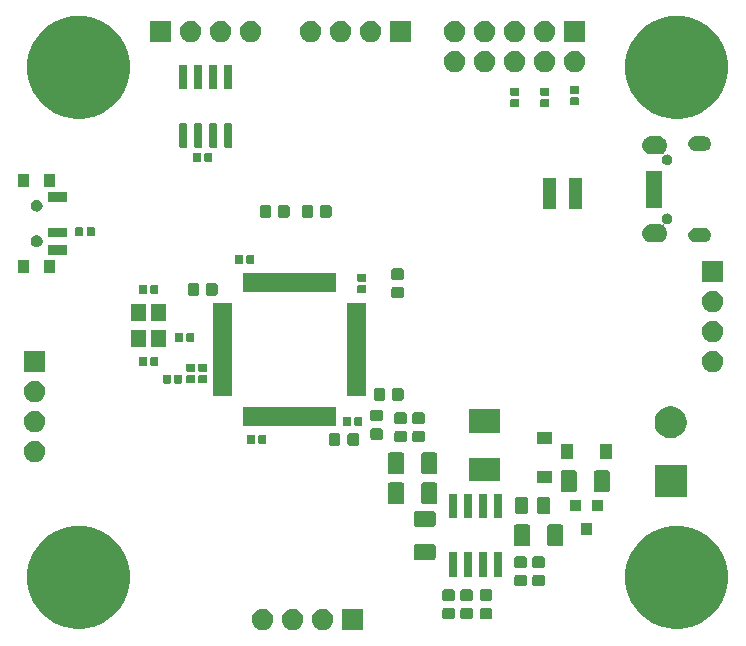
<source format=gbr>
G04 #@! TF.GenerationSoftware,KiCad,Pcbnew,5.1.5+dfsg1-2build2*
G04 #@! TF.CreationDate,2020-10-21T13:18:50+02:00*
G04 #@! TF.ProjectId,test_board,74657374-5f62-46f6-9172-642e6b696361,rev?*
G04 #@! TF.SameCoordinates,Original*
G04 #@! TF.FileFunction,Soldermask,Top*
G04 #@! TF.FilePolarity,Negative*
%FSLAX46Y46*%
G04 Gerber Fmt 4.6, Leading zero omitted, Abs format (unit mm)*
G04 Created by KiCad (PCBNEW 5.1.5+dfsg1-2build2) date 2020-10-21 13:18:50*
%MOMM*%
%LPD*%
G04 APERTURE LIST*
%ADD10C,0.100000*%
G04 APERTURE END LIST*
D10*
G36*
X55765000Y-135521000D02*
G01*
X53963000Y-135521000D01*
X53963000Y-133719000D01*
X55765000Y-133719000D01*
X55765000Y-135521000D01*
G37*
G36*
X52437512Y-133723927D02*
G01*
X52586812Y-133753624D01*
X52750784Y-133821544D01*
X52898354Y-133920147D01*
X53023853Y-134045646D01*
X53122456Y-134193216D01*
X53190376Y-134357188D01*
X53225000Y-134531259D01*
X53225000Y-134708741D01*
X53190376Y-134882812D01*
X53122456Y-135046784D01*
X53023853Y-135194354D01*
X52898354Y-135319853D01*
X52750784Y-135418456D01*
X52586812Y-135486376D01*
X52437512Y-135516073D01*
X52412742Y-135521000D01*
X52235258Y-135521000D01*
X52210488Y-135516073D01*
X52061188Y-135486376D01*
X51897216Y-135418456D01*
X51749646Y-135319853D01*
X51624147Y-135194354D01*
X51525544Y-135046784D01*
X51457624Y-134882812D01*
X51423000Y-134708741D01*
X51423000Y-134531259D01*
X51457624Y-134357188D01*
X51525544Y-134193216D01*
X51624147Y-134045646D01*
X51749646Y-133920147D01*
X51897216Y-133821544D01*
X52061188Y-133753624D01*
X52210488Y-133723927D01*
X52235258Y-133719000D01*
X52412742Y-133719000D01*
X52437512Y-133723927D01*
G37*
G36*
X47357512Y-133723927D02*
G01*
X47506812Y-133753624D01*
X47670784Y-133821544D01*
X47818354Y-133920147D01*
X47943853Y-134045646D01*
X48042456Y-134193216D01*
X48110376Y-134357188D01*
X48145000Y-134531259D01*
X48145000Y-134708741D01*
X48110376Y-134882812D01*
X48042456Y-135046784D01*
X47943853Y-135194354D01*
X47818354Y-135319853D01*
X47670784Y-135418456D01*
X47506812Y-135486376D01*
X47357512Y-135516073D01*
X47332742Y-135521000D01*
X47155258Y-135521000D01*
X47130488Y-135516073D01*
X46981188Y-135486376D01*
X46817216Y-135418456D01*
X46669646Y-135319853D01*
X46544147Y-135194354D01*
X46445544Y-135046784D01*
X46377624Y-134882812D01*
X46343000Y-134708741D01*
X46343000Y-134531259D01*
X46377624Y-134357188D01*
X46445544Y-134193216D01*
X46544147Y-134045646D01*
X46669646Y-133920147D01*
X46817216Y-133821544D01*
X46981188Y-133753624D01*
X47130488Y-133723927D01*
X47155258Y-133719000D01*
X47332742Y-133719000D01*
X47357512Y-133723927D01*
G37*
G36*
X49897512Y-133723927D02*
G01*
X50046812Y-133753624D01*
X50210784Y-133821544D01*
X50358354Y-133920147D01*
X50483853Y-134045646D01*
X50582456Y-134193216D01*
X50650376Y-134357188D01*
X50685000Y-134531259D01*
X50685000Y-134708741D01*
X50650376Y-134882812D01*
X50582456Y-135046784D01*
X50483853Y-135194354D01*
X50358354Y-135319853D01*
X50210784Y-135418456D01*
X50046812Y-135486376D01*
X49897512Y-135516073D01*
X49872742Y-135521000D01*
X49695258Y-135521000D01*
X49670488Y-135516073D01*
X49521188Y-135486376D01*
X49357216Y-135418456D01*
X49209646Y-135319853D01*
X49084147Y-135194354D01*
X48985544Y-135046784D01*
X48917624Y-134882812D01*
X48883000Y-134708741D01*
X48883000Y-134531259D01*
X48917624Y-134357188D01*
X48985544Y-134193216D01*
X49084147Y-134045646D01*
X49209646Y-133920147D01*
X49357216Y-133821544D01*
X49521188Y-133753624D01*
X49670488Y-133723927D01*
X49695258Y-133719000D01*
X49872742Y-133719000D01*
X49897512Y-133723927D01*
G37*
G36*
X82791606Y-126726341D02*
G01*
X83565140Y-126880206D01*
X84356972Y-127208193D01*
X85069601Y-127684357D01*
X85675643Y-128290399D01*
X86151807Y-129003028D01*
X86479794Y-129794860D01*
X86647000Y-130635464D01*
X86647000Y-131492536D01*
X86479794Y-132333140D01*
X86151807Y-133124972D01*
X85675643Y-133837601D01*
X85069601Y-134443643D01*
X84356972Y-134919807D01*
X83565140Y-135247794D01*
X82844156Y-135391206D01*
X82724537Y-135415000D01*
X81867463Y-135415000D01*
X81747844Y-135391206D01*
X81026860Y-135247794D01*
X80235028Y-134919807D01*
X79522399Y-134443643D01*
X78916357Y-133837601D01*
X78440193Y-133124972D01*
X78112206Y-132333140D01*
X77945000Y-131492536D01*
X77945000Y-130635464D01*
X78112206Y-129794860D01*
X78440193Y-129003028D01*
X78916357Y-128290399D01*
X79522399Y-127684357D01*
X80235028Y-127208193D01*
X81026860Y-126880206D01*
X81800394Y-126726341D01*
X81867463Y-126713000D01*
X82724537Y-126713000D01*
X82791606Y-126726341D01*
G37*
G36*
X32168606Y-126726341D02*
G01*
X32942140Y-126880206D01*
X33733972Y-127208193D01*
X34446601Y-127684357D01*
X35052643Y-128290399D01*
X35528807Y-129003028D01*
X35856794Y-129794860D01*
X36024000Y-130635464D01*
X36024000Y-131492536D01*
X35856794Y-132333140D01*
X35528807Y-133124972D01*
X35052643Y-133837601D01*
X34446601Y-134443643D01*
X33733972Y-134919807D01*
X32942140Y-135247794D01*
X32221156Y-135391206D01*
X32101537Y-135415000D01*
X31244463Y-135415000D01*
X31124844Y-135391206D01*
X30403860Y-135247794D01*
X29612028Y-134919807D01*
X28899399Y-134443643D01*
X28293357Y-133837601D01*
X27817193Y-133124972D01*
X27489206Y-132333140D01*
X27322000Y-131492536D01*
X27322000Y-130635464D01*
X27489206Y-129794860D01*
X27817193Y-129003028D01*
X28293357Y-128290399D01*
X28899399Y-127684357D01*
X29612028Y-127208193D01*
X30403860Y-126880206D01*
X31177394Y-126726341D01*
X31244463Y-126713000D01*
X32101537Y-126713000D01*
X32168606Y-126726341D01*
G37*
G36*
X64895591Y-133653085D02*
G01*
X64929569Y-133663393D01*
X64960890Y-133680134D01*
X64988339Y-133702661D01*
X65010866Y-133730110D01*
X65027607Y-133761431D01*
X65037915Y-133795409D01*
X65042000Y-133836890D01*
X65042000Y-134438110D01*
X65037915Y-134479591D01*
X65027607Y-134513569D01*
X65010866Y-134544890D01*
X64988339Y-134572339D01*
X64960890Y-134594866D01*
X64929569Y-134611607D01*
X64895591Y-134621915D01*
X64854110Y-134626000D01*
X64177890Y-134626000D01*
X64136409Y-134621915D01*
X64102431Y-134611607D01*
X64071110Y-134594866D01*
X64043661Y-134572339D01*
X64021134Y-134544890D01*
X64004393Y-134513569D01*
X63994085Y-134479591D01*
X63990000Y-134438110D01*
X63990000Y-133836890D01*
X63994085Y-133795409D01*
X64004393Y-133761431D01*
X64021134Y-133730110D01*
X64043661Y-133702661D01*
X64071110Y-133680134D01*
X64102431Y-133663393D01*
X64136409Y-133653085D01*
X64177890Y-133649000D01*
X64854110Y-133649000D01*
X64895591Y-133653085D01*
G37*
G36*
X66546591Y-133653085D02*
G01*
X66580569Y-133663393D01*
X66611890Y-133680134D01*
X66639339Y-133702661D01*
X66661866Y-133730110D01*
X66678607Y-133761431D01*
X66688915Y-133795409D01*
X66693000Y-133836890D01*
X66693000Y-134438110D01*
X66688915Y-134479591D01*
X66678607Y-134513569D01*
X66661866Y-134544890D01*
X66639339Y-134572339D01*
X66611890Y-134594866D01*
X66580569Y-134611607D01*
X66546591Y-134621915D01*
X66505110Y-134626000D01*
X65828890Y-134626000D01*
X65787409Y-134621915D01*
X65753431Y-134611607D01*
X65722110Y-134594866D01*
X65694661Y-134572339D01*
X65672134Y-134544890D01*
X65655393Y-134513569D01*
X65645085Y-134479591D01*
X65641000Y-134438110D01*
X65641000Y-133836890D01*
X65645085Y-133795409D01*
X65655393Y-133761431D01*
X65672134Y-133730110D01*
X65694661Y-133702661D01*
X65722110Y-133680134D01*
X65753431Y-133663393D01*
X65787409Y-133653085D01*
X65828890Y-133649000D01*
X66505110Y-133649000D01*
X66546591Y-133653085D01*
G37*
G36*
X63371591Y-133653085D02*
G01*
X63405569Y-133663393D01*
X63436890Y-133680134D01*
X63464339Y-133702661D01*
X63486866Y-133730110D01*
X63503607Y-133761431D01*
X63513915Y-133795409D01*
X63518000Y-133836890D01*
X63518000Y-134438110D01*
X63513915Y-134479591D01*
X63503607Y-134513569D01*
X63486866Y-134544890D01*
X63464339Y-134572339D01*
X63436890Y-134594866D01*
X63405569Y-134611607D01*
X63371591Y-134621915D01*
X63330110Y-134626000D01*
X62653890Y-134626000D01*
X62612409Y-134621915D01*
X62578431Y-134611607D01*
X62547110Y-134594866D01*
X62519661Y-134572339D01*
X62497134Y-134544890D01*
X62480393Y-134513569D01*
X62470085Y-134479591D01*
X62466000Y-134438110D01*
X62466000Y-133836890D01*
X62470085Y-133795409D01*
X62480393Y-133761431D01*
X62497134Y-133730110D01*
X62519661Y-133702661D01*
X62547110Y-133680134D01*
X62578431Y-133663393D01*
X62612409Y-133653085D01*
X62653890Y-133649000D01*
X63330110Y-133649000D01*
X63371591Y-133653085D01*
G37*
G36*
X63371591Y-132078085D02*
G01*
X63405569Y-132088393D01*
X63436890Y-132105134D01*
X63464339Y-132127661D01*
X63486866Y-132155110D01*
X63503607Y-132186431D01*
X63513915Y-132220409D01*
X63518000Y-132261890D01*
X63518000Y-132863110D01*
X63513915Y-132904591D01*
X63503607Y-132938569D01*
X63486866Y-132969890D01*
X63464339Y-132997339D01*
X63436890Y-133019866D01*
X63405569Y-133036607D01*
X63371591Y-133046915D01*
X63330110Y-133051000D01*
X62653890Y-133051000D01*
X62612409Y-133046915D01*
X62578431Y-133036607D01*
X62547110Y-133019866D01*
X62519661Y-132997339D01*
X62497134Y-132969890D01*
X62480393Y-132938569D01*
X62470085Y-132904591D01*
X62466000Y-132863110D01*
X62466000Y-132261890D01*
X62470085Y-132220409D01*
X62480393Y-132186431D01*
X62497134Y-132155110D01*
X62519661Y-132127661D01*
X62547110Y-132105134D01*
X62578431Y-132088393D01*
X62612409Y-132078085D01*
X62653890Y-132074000D01*
X63330110Y-132074000D01*
X63371591Y-132078085D01*
G37*
G36*
X66546591Y-132078085D02*
G01*
X66580569Y-132088393D01*
X66611890Y-132105134D01*
X66639339Y-132127661D01*
X66661866Y-132155110D01*
X66678607Y-132186431D01*
X66688915Y-132220409D01*
X66693000Y-132261890D01*
X66693000Y-132863110D01*
X66688915Y-132904591D01*
X66678607Y-132938569D01*
X66661866Y-132969890D01*
X66639339Y-132997339D01*
X66611890Y-133019866D01*
X66580569Y-133036607D01*
X66546591Y-133046915D01*
X66505110Y-133051000D01*
X65828890Y-133051000D01*
X65787409Y-133046915D01*
X65753431Y-133036607D01*
X65722110Y-133019866D01*
X65694661Y-132997339D01*
X65672134Y-132969890D01*
X65655393Y-132938569D01*
X65645085Y-132904591D01*
X65641000Y-132863110D01*
X65641000Y-132261890D01*
X65645085Y-132220409D01*
X65655393Y-132186431D01*
X65672134Y-132155110D01*
X65694661Y-132127661D01*
X65722110Y-132105134D01*
X65753431Y-132088393D01*
X65787409Y-132078085D01*
X65828890Y-132074000D01*
X66505110Y-132074000D01*
X66546591Y-132078085D01*
G37*
G36*
X64895591Y-132078085D02*
G01*
X64929569Y-132088393D01*
X64960890Y-132105134D01*
X64988339Y-132127661D01*
X65010866Y-132155110D01*
X65027607Y-132186431D01*
X65037915Y-132220409D01*
X65042000Y-132261890D01*
X65042000Y-132863110D01*
X65037915Y-132904591D01*
X65027607Y-132938569D01*
X65010866Y-132969890D01*
X64988339Y-132997339D01*
X64960890Y-133019866D01*
X64929569Y-133036607D01*
X64895591Y-133046915D01*
X64854110Y-133051000D01*
X64177890Y-133051000D01*
X64136409Y-133046915D01*
X64102431Y-133036607D01*
X64071110Y-133019866D01*
X64043661Y-132997339D01*
X64021134Y-132969890D01*
X64004393Y-132938569D01*
X63994085Y-132904591D01*
X63990000Y-132863110D01*
X63990000Y-132261890D01*
X63994085Y-132220409D01*
X64004393Y-132186431D01*
X64021134Y-132155110D01*
X64043661Y-132127661D01*
X64071110Y-132105134D01*
X64102431Y-132088393D01*
X64136409Y-132078085D01*
X64177890Y-132074000D01*
X64854110Y-132074000D01*
X64895591Y-132078085D01*
G37*
G36*
X70991591Y-130859085D02*
G01*
X71025569Y-130869393D01*
X71056890Y-130886134D01*
X71084339Y-130908661D01*
X71106866Y-130936110D01*
X71123607Y-130967431D01*
X71133915Y-131001409D01*
X71138000Y-131042890D01*
X71138000Y-131644110D01*
X71133915Y-131685591D01*
X71123607Y-131719569D01*
X71106866Y-131750890D01*
X71084339Y-131778339D01*
X71056890Y-131800866D01*
X71025569Y-131817607D01*
X70991591Y-131827915D01*
X70950110Y-131832000D01*
X70273890Y-131832000D01*
X70232409Y-131827915D01*
X70198431Y-131817607D01*
X70167110Y-131800866D01*
X70139661Y-131778339D01*
X70117134Y-131750890D01*
X70100393Y-131719569D01*
X70090085Y-131685591D01*
X70086000Y-131644110D01*
X70086000Y-131042890D01*
X70090085Y-131001409D01*
X70100393Y-130967431D01*
X70117134Y-130936110D01*
X70139661Y-130908661D01*
X70167110Y-130886134D01*
X70198431Y-130869393D01*
X70232409Y-130859085D01*
X70273890Y-130855000D01*
X70950110Y-130855000D01*
X70991591Y-130859085D01*
G37*
G36*
X69467591Y-130859085D02*
G01*
X69501569Y-130869393D01*
X69532890Y-130886134D01*
X69560339Y-130908661D01*
X69582866Y-130936110D01*
X69599607Y-130967431D01*
X69609915Y-131001409D01*
X69614000Y-131042890D01*
X69614000Y-131644110D01*
X69609915Y-131685591D01*
X69599607Y-131719569D01*
X69582866Y-131750890D01*
X69560339Y-131778339D01*
X69532890Y-131800866D01*
X69501569Y-131817607D01*
X69467591Y-131827915D01*
X69426110Y-131832000D01*
X68749890Y-131832000D01*
X68708409Y-131827915D01*
X68674431Y-131817607D01*
X68643110Y-131800866D01*
X68615661Y-131778339D01*
X68593134Y-131750890D01*
X68576393Y-131719569D01*
X68566085Y-131685591D01*
X68562000Y-131644110D01*
X68562000Y-131042890D01*
X68566085Y-131001409D01*
X68576393Y-130967431D01*
X68593134Y-130936110D01*
X68615661Y-130908661D01*
X68643110Y-130886134D01*
X68674431Y-130869393D01*
X68708409Y-130859085D01*
X68749890Y-130855000D01*
X69426110Y-130855000D01*
X69467591Y-130859085D01*
G37*
G36*
X63724000Y-131014000D02*
G01*
X63022000Y-131014000D01*
X63022000Y-128942000D01*
X63724000Y-128942000D01*
X63724000Y-131014000D01*
G37*
G36*
X67534000Y-131014000D02*
G01*
X66832000Y-131014000D01*
X66832000Y-128942000D01*
X67534000Y-128942000D01*
X67534000Y-131014000D01*
G37*
G36*
X66264000Y-131014000D02*
G01*
X65562000Y-131014000D01*
X65562000Y-128942000D01*
X66264000Y-128942000D01*
X66264000Y-131014000D01*
G37*
G36*
X64994000Y-131014000D02*
G01*
X64292000Y-131014000D01*
X64292000Y-128942000D01*
X64994000Y-128942000D01*
X64994000Y-131014000D01*
G37*
G36*
X70991591Y-129284085D02*
G01*
X71025569Y-129294393D01*
X71056890Y-129311134D01*
X71084339Y-129333661D01*
X71106866Y-129361110D01*
X71123607Y-129392431D01*
X71133915Y-129426409D01*
X71138000Y-129467890D01*
X71138000Y-130069110D01*
X71133915Y-130110591D01*
X71123607Y-130144569D01*
X71106866Y-130175890D01*
X71084339Y-130203339D01*
X71056890Y-130225866D01*
X71025569Y-130242607D01*
X70991591Y-130252915D01*
X70950110Y-130257000D01*
X70273890Y-130257000D01*
X70232409Y-130252915D01*
X70198431Y-130242607D01*
X70167110Y-130225866D01*
X70139661Y-130203339D01*
X70117134Y-130175890D01*
X70100393Y-130144569D01*
X70090085Y-130110591D01*
X70086000Y-130069110D01*
X70086000Y-129467890D01*
X70090085Y-129426409D01*
X70100393Y-129392431D01*
X70117134Y-129361110D01*
X70139661Y-129333661D01*
X70167110Y-129311134D01*
X70198431Y-129294393D01*
X70232409Y-129284085D01*
X70273890Y-129280000D01*
X70950110Y-129280000D01*
X70991591Y-129284085D01*
G37*
G36*
X69467591Y-129284085D02*
G01*
X69501569Y-129294393D01*
X69532890Y-129311134D01*
X69560339Y-129333661D01*
X69582866Y-129361110D01*
X69599607Y-129392431D01*
X69609915Y-129426409D01*
X69614000Y-129467890D01*
X69614000Y-130069110D01*
X69609915Y-130110591D01*
X69599607Y-130144569D01*
X69582866Y-130175890D01*
X69560339Y-130203339D01*
X69532890Y-130225866D01*
X69501569Y-130242607D01*
X69467591Y-130252915D01*
X69426110Y-130257000D01*
X68749890Y-130257000D01*
X68708409Y-130252915D01*
X68674431Y-130242607D01*
X68643110Y-130225866D01*
X68615661Y-130203339D01*
X68593134Y-130175890D01*
X68576393Y-130144569D01*
X68566085Y-130110591D01*
X68562000Y-130069110D01*
X68562000Y-129467890D01*
X68566085Y-129426409D01*
X68576393Y-129392431D01*
X68593134Y-129361110D01*
X68615661Y-129333661D01*
X68643110Y-129311134D01*
X68674431Y-129294393D01*
X68708409Y-129284085D01*
X68749890Y-129280000D01*
X69426110Y-129280000D01*
X69467591Y-129284085D01*
G37*
G36*
X61728604Y-128236347D02*
G01*
X61765144Y-128247432D01*
X61798821Y-128265433D01*
X61828341Y-128289659D01*
X61852567Y-128319179D01*
X61870568Y-128352856D01*
X61881653Y-128389396D01*
X61886000Y-128433538D01*
X61886000Y-129382462D01*
X61881653Y-129426604D01*
X61870568Y-129463144D01*
X61852567Y-129496821D01*
X61828341Y-129526341D01*
X61798821Y-129550567D01*
X61765144Y-129568568D01*
X61728604Y-129579653D01*
X61684462Y-129584000D01*
X60235538Y-129584000D01*
X60191396Y-129579653D01*
X60154856Y-129568568D01*
X60121179Y-129550567D01*
X60091659Y-129526341D01*
X60067433Y-129496821D01*
X60049432Y-129463144D01*
X60038347Y-129426604D01*
X60034000Y-129382462D01*
X60034000Y-128433538D01*
X60038347Y-128389396D01*
X60049432Y-128352856D01*
X60067433Y-128319179D01*
X60091659Y-128289659D01*
X60121179Y-128265433D01*
X60154856Y-128247432D01*
X60191396Y-128236347D01*
X60235538Y-128232000D01*
X61684462Y-128232000D01*
X61728604Y-128236347D01*
G37*
G36*
X69730604Y-126586347D02*
G01*
X69767144Y-126597432D01*
X69800821Y-126615433D01*
X69830341Y-126639659D01*
X69854567Y-126669179D01*
X69872568Y-126702856D01*
X69883653Y-126739396D01*
X69888000Y-126783538D01*
X69888000Y-128232462D01*
X69883653Y-128276604D01*
X69872568Y-128313144D01*
X69854567Y-128346821D01*
X69830341Y-128376341D01*
X69800821Y-128400567D01*
X69767144Y-128418568D01*
X69730604Y-128429653D01*
X69686462Y-128434000D01*
X68737538Y-128434000D01*
X68693396Y-128429653D01*
X68656856Y-128418568D01*
X68623179Y-128400567D01*
X68593659Y-128376341D01*
X68569433Y-128346821D01*
X68551432Y-128313144D01*
X68540347Y-128276604D01*
X68536000Y-128232462D01*
X68536000Y-126783538D01*
X68540347Y-126739396D01*
X68551432Y-126702856D01*
X68569433Y-126669179D01*
X68593659Y-126639659D01*
X68623179Y-126615433D01*
X68656856Y-126597432D01*
X68693396Y-126586347D01*
X68737538Y-126582000D01*
X69686462Y-126582000D01*
X69730604Y-126586347D01*
G37*
G36*
X72530604Y-126586347D02*
G01*
X72567144Y-126597432D01*
X72600821Y-126615433D01*
X72630341Y-126639659D01*
X72654567Y-126669179D01*
X72672568Y-126702856D01*
X72683653Y-126739396D01*
X72688000Y-126783538D01*
X72688000Y-128232462D01*
X72683653Y-128276604D01*
X72672568Y-128313144D01*
X72654567Y-128346821D01*
X72630341Y-128376341D01*
X72600821Y-128400567D01*
X72567144Y-128418568D01*
X72530604Y-128429653D01*
X72486462Y-128434000D01*
X71537538Y-128434000D01*
X71493396Y-128429653D01*
X71456856Y-128418568D01*
X71423179Y-128400567D01*
X71393659Y-128376341D01*
X71369433Y-128346821D01*
X71351432Y-128313144D01*
X71340347Y-128276604D01*
X71336000Y-128232462D01*
X71336000Y-126783538D01*
X71340347Y-126739396D01*
X71351432Y-126702856D01*
X71369433Y-126669179D01*
X71393659Y-126639659D01*
X71423179Y-126615433D01*
X71456856Y-126597432D01*
X71493396Y-126586347D01*
X71537538Y-126582000D01*
X72486462Y-126582000D01*
X72530604Y-126586347D01*
G37*
G36*
X75127000Y-127485000D02*
G01*
X74225000Y-127485000D01*
X74225000Y-126483000D01*
X75127000Y-126483000D01*
X75127000Y-127485000D01*
G37*
G36*
X61728604Y-125436347D02*
G01*
X61765144Y-125447432D01*
X61798821Y-125465433D01*
X61828341Y-125489659D01*
X61852567Y-125519179D01*
X61870568Y-125552856D01*
X61881653Y-125589396D01*
X61886000Y-125633538D01*
X61886000Y-126582462D01*
X61881653Y-126626604D01*
X61870568Y-126663144D01*
X61852567Y-126696821D01*
X61828341Y-126726341D01*
X61798821Y-126750567D01*
X61765144Y-126768568D01*
X61728604Y-126779653D01*
X61684462Y-126784000D01*
X60235538Y-126784000D01*
X60191396Y-126779653D01*
X60154856Y-126768568D01*
X60121179Y-126750567D01*
X60091659Y-126726341D01*
X60067433Y-126696821D01*
X60049432Y-126663144D01*
X60038347Y-126626604D01*
X60034000Y-126582462D01*
X60034000Y-125633538D01*
X60038347Y-125589396D01*
X60049432Y-125552856D01*
X60067433Y-125519179D01*
X60091659Y-125489659D01*
X60121179Y-125465433D01*
X60154856Y-125447432D01*
X60191396Y-125436347D01*
X60235538Y-125432000D01*
X61684462Y-125432000D01*
X61728604Y-125436347D01*
G37*
G36*
X64994000Y-126074000D02*
G01*
X64292000Y-126074000D01*
X64292000Y-124002000D01*
X64994000Y-124002000D01*
X64994000Y-126074000D01*
G37*
G36*
X63724000Y-126074000D02*
G01*
X63022000Y-126074000D01*
X63022000Y-124002000D01*
X63724000Y-124002000D01*
X63724000Y-126074000D01*
G37*
G36*
X67534000Y-126074000D02*
G01*
X66832000Y-126074000D01*
X66832000Y-124002000D01*
X67534000Y-124002000D01*
X67534000Y-126074000D01*
G37*
G36*
X66264000Y-126074000D02*
G01*
X65562000Y-126074000D01*
X65562000Y-124002000D01*
X66264000Y-124002000D01*
X66264000Y-126074000D01*
G37*
G36*
X71413468Y-124221565D02*
G01*
X71452138Y-124233296D01*
X71487777Y-124252346D01*
X71519017Y-124277983D01*
X71544654Y-124309223D01*
X71563704Y-124344862D01*
X71575435Y-124383532D01*
X71580000Y-124429888D01*
X71580000Y-125506112D01*
X71575435Y-125552468D01*
X71563704Y-125591138D01*
X71544654Y-125626777D01*
X71519017Y-125658017D01*
X71487777Y-125683654D01*
X71452138Y-125702704D01*
X71413468Y-125714435D01*
X71367112Y-125719000D01*
X70715888Y-125719000D01*
X70669532Y-125714435D01*
X70630862Y-125702704D01*
X70595223Y-125683654D01*
X70563983Y-125658017D01*
X70538346Y-125626777D01*
X70519296Y-125591138D01*
X70507565Y-125552468D01*
X70503000Y-125506112D01*
X70503000Y-124429888D01*
X70507565Y-124383532D01*
X70519296Y-124344862D01*
X70538346Y-124309223D01*
X70563983Y-124277983D01*
X70595223Y-124252346D01*
X70630862Y-124233296D01*
X70669532Y-124221565D01*
X70715888Y-124217000D01*
X71367112Y-124217000D01*
X71413468Y-124221565D01*
G37*
G36*
X69538468Y-124221565D02*
G01*
X69577138Y-124233296D01*
X69612777Y-124252346D01*
X69644017Y-124277983D01*
X69669654Y-124309223D01*
X69688704Y-124344862D01*
X69700435Y-124383532D01*
X69705000Y-124429888D01*
X69705000Y-125506112D01*
X69700435Y-125552468D01*
X69688704Y-125591138D01*
X69669654Y-125626777D01*
X69644017Y-125658017D01*
X69612777Y-125683654D01*
X69577138Y-125702704D01*
X69538468Y-125714435D01*
X69492112Y-125719000D01*
X68840888Y-125719000D01*
X68794532Y-125714435D01*
X68755862Y-125702704D01*
X68720223Y-125683654D01*
X68688983Y-125658017D01*
X68663346Y-125626777D01*
X68644296Y-125591138D01*
X68632565Y-125552468D01*
X68628000Y-125506112D01*
X68628000Y-124429888D01*
X68632565Y-124383532D01*
X68644296Y-124344862D01*
X68663346Y-124309223D01*
X68688983Y-124277983D01*
X68720223Y-124252346D01*
X68755862Y-124233296D01*
X68794532Y-124221565D01*
X68840888Y-124217000D01*
X69492112Y-124217000D01*
X69538468Y-124221565D01*
G37*
G36*
X74177000Y-125485000D02*
G01*
X73275000Y-125485000D01*
X73275000Y-124483000D01*
X74177000Y-124483000D01*
X74177000Y-125485000D01*
G37*
G36*
X76077000Y-125485000D02*
G01*
X75175000Y-125485000D01*
X75175000Y-124483000D01*
X76077000Y-124483000D01*
X76077000Y-125485000D01*
G37*
G36*
X59062604Y-123030347D02*
G01*
X59099144Y-123041432D01*
X59132821Y-123059433D01*
X59162341Y-123083659D01*
X59186567Y-123113179D01*
X59204568Y-123146856D01*
X59215653Y-123183396D01*
X59220000Y-123227538D01*
X59220000Y-124676462D01*
X59215653Y-124720604D01*
X59204568Y-124757144D01*
X59186567Y-124790821D01*
X59162341Y-124820341D01*
X59132821Y-124844567D01*
X59099144Y-124862568D01*
X59062604Y-124873653D01*
X59018462Y-124878000D01*
X58069538Y-124878000D01*
X58025396Y-124873653D01*
X57988856Y-124862568D01*
X57955179Y-124844567D01*
X57925659Y-124820341D01*
X57901433Y-124790821D01*
X57883432Y-124757144D01*
X57872347Y-124720604D01*
X57868000Y-124676462D01*
X57868000Y-123227538D01*
X57872347Y-123183396D01*
X57883432Y-123146856D01*
X57901433Y-123113179D01*
X57925659Y-123083659D01*
X57955179Y-123059433D01*
X57988856Y-123041432D01*
X58025396Y-123030347D01*
X58069538Y-123026000D01*
X59018462Y-123026000D01*
X59062604Y-123030347D01*
G37*
G36*
X61862604Y-123030347D02*
G01*
X61899144Y-123041432D01*
X61932821Y-123059433D01*
X61962341Y-123083659D01*
X61986567Y-123113179D01*
X62004568Y-123146856D01*
X62015653Y-123183396D01*
X62020000Y-123227538D01*
X62020000Y-124676462D01*
X62015653Y-124720604D01*
X62004568Y-124757144D01*
X61986567Y-124790821D01*
X61962341Y-124820341D01*
X61932821Y-124844567D01*
X61899144Y-124862568D01*
X61862604Y-124873653D01*
X61818462Y-124878000D01*
X60869538Y-124878000D01*
X60825396Y-124873653D01*
X60788856Y-124862568D01*
X60755179Y-124844567D01*
X60725659Y-124820341D01*
X60701433Y-124790821D01*
X60683432Y-124757144D01*
X60672347Y-124720604D01*
X60668000Y-124676462D01*
X60668000Y-123227538D01*
X60672347Y-123183396D01*
X60683432Y-123146856D01*
X60701433Y-123113179D01*
X60725659Y-123083659D01*
X60755179Y-123059433D01*
X60788856Y-123041432D01*
X60825396Y-123030347D01*
X60869538Y-123026000D01*
X61818462Y-123026000D01*
X61862604Y-123030347D01*
G37*
G36*
X83139000Y-124287000D02*
G01*
X80437000Y-124287000D01*
X80437000Y-121585000D01*
X83139000Y-121585000D01*
X83139000Y-124287000D01*
G37*
G36*
X73670604Y-122014347D02*
G01*
X73707144Y-122025432D01*
X73740821Y-122043433D01*
X73770341Y-122067659D01*
X73794567Y-122097179D01*
X73812568Y-122130856D01*
X73823653Y-122167396D01*
X73828000Y-122211538D01*
X73828000Y-123660462D01*
X73823653Y-123704604D01*
X73812568Y-123741144D01*
X73794567Y-123774821D01*
X73770341Y-123804341D01*
X73740821Y-123828567D01*
X73707144Y-123846568D01*
X73670604Y-123857653D01*
X73626462Y-123862000D01*
X72677538Y-123862000D01*
X72633396Y-123857653D01*
X72596856Y-123846568D01*
X72563179Y-123828567D01*
X72533659Y-123804341D01*
X72509433Y-123774821D01*
X72491432Y-123741144D01*
X72480347Y-123704604D01*
X72476000Y-123660462D01*
X72476000Y-122211538D01*
X72480347Y-122167396D01*
X72491432Y-122130856D01*
X72509433Y-122097179D01*
X72533659Y-122067659D01*
X72563179Y-122043433D01*
X72596856Y-122025432D01*
X72633396Y-122014347D01*
X72677538Y-122010000D01*
X73626462Y-122010000D01*
X73670604Y-122014347D01*
G37*
G36*
X76470604Y-122014347D02*
G01*
X76507144Y-122025432D01*
X76540821Y-122043433D01*
X76570341Y-122067659D01*
X76594567Y-122097179D01*
X76612568Y-122130856D01*
X76623653Y-122167396D01*
X76628000Y-122211538D01*
X76628000Y-123660462D01*
X76623653Y-123704604D01*
X76612568Y-123741144D01*
X76594567Y-123774821D01*
X76570341Y-123804341D01*
X76540821Y-123828567D01*
X76507144Y-123846568D01*
X76470604Y-123857653D01*
X76426462Y-123862000D01*
X75477538Y-123862000D01*
X75433396Y-123857653D01*
X75396856Y-123846568D01*
X75363179Y-123828567D01*
X75333659Y-123804341D01*
X75309433Y-123774821D01*
X75291432Y-123741144D01*
X75280347Y-123704604D01*
X75276000Y-123660462D01*
X75276000Y-122211538D01*
X75280347Y-122167396D01*
X75291432Y-122130856D01*
X75309433Y-122097179D01*
X75333659Y-122067659D01*
X75363179Y-122043433D01*
X75396856Y-122025432D01*
X75433396Y-122014347D01*
X75477538Y-122010000D01*
X76426462Y-122010000D01*
X76470604Y-122014347D01*
G37*
G36*
X71771000Y-123055000D02*
G01*
X70469000Y-123055000D01*
X70469000Y-122053000D01*
X71771000Y-122053000D01*
X71771000Y-123055000D01*
G37*
G36*
X67341000Y-122939000D02*
G01*
X64739000Y-122939000D01*
X64739000Y-120937000D01*
X67341000Y-120937000D01*
X67341000Y-122939000D01*
G37*
G36*
X61862604Y-120490347D02*
G01*
X61899144Y-120501432D01*
X61932821Y-120519433D01*
X61962341Y-120543659D01*
X61986567Y-120573179D01*
X62004568Y-120606856D01*
X62015653Y-120643396D01*
X62020000Y-120687538D01*
X62020000Y-122136462D01*
X62015653Y-122180604D01*
X62004568Y-122217144D01*
X61986567Y-122250821D01*
X61962341Y-122280341D01*
X61932821Y-122304567D01*
X61899144Y-122322568D01*
X61862604Y-122333653D01*
X61818462Y-122338000D01*
X60869538Y-122338000D01*
X60825396Y-122333653D01*
X60788856Y-122322568D01*
X60755179Y-122304567D01*
X60725659Y-122280341D01*
X60701433Y-122250821D01*
X60683432Y-122217144D01*
X60672347Y-122180604D01*
X60668000Y-122136462D01*
X60668000Y-120687538D01*
X60672347Y-120643396D01*
X60683432Y-120606856D01*
X60701433Y-120573179D01*
X60725659Y-120543659D01*
X60755179Y-120519433D01*
X60788856Y-120501432D01*
X60825396Y-120490347D01*
X60869538Y-120486000D01*
X61818462Y-120486000D01*
X61862604Y-120490347D01*
G37*
G36*
X59062604Y-120490347D02*
G01*
X59099144Y-120501432D01*
X59132821Y-120519433D01*
X59162341Y-120543659D01*
X59186567Y-120573179D01*
X59204568Y-120606856D01*
X59215653Y-120643396D01*
X59220000Y-120687538D01*
X59220000Y-122136462D01*
X59215653Y-122180604D01*
X59204568Y-122217144D01*
X59186567Y-122250821D01*
X59162341Y-122280341D01*
X59132821Y-122304567D01*
X59099144Y-122322568D01*
X59062604Y-122333653D01*
X59018462Y-122338000D01*
X58069538Y-122338000D01*
X58025396Y-122333653D01*
X57988856Y-122322568D01*
X57955179Y-122304567D01*
X57925659Y-122280341D01*
X57901433Y-122250821D01*
X57883432Y-122217144D01*
X57872347Y-122180604D01*
X57868000Y-122136462D01*
X57868000Y-120687538D01*
X57872347Y-120643396D01*
X57883432Y-120606856D01*
X57901433Y-120573179D01*
X57925659Y-120543659D01*
X57955179Y-120519433D01*
X57988856Y-120501432D01*
X58025396Y-120490347D01*
X58069538Y-120486000D01*
X59018462Y-120486000D01*
X59062604Y-120490347D01*
G37*
G36*
X28053512Y-119499927D02*
G01*
X28202812Y-119529624D01*
X28366784Y-119597544D01*
X28514354Y-119696147D01*
X28639853Y-119821646D01*
X28738456Y-119969216D01*
X28806376Y-120133188D01*
X28841000Y-120307259D01*
X28841000Y-120484741D01*
X28806376Y-120658812D01*
X28738456Y-120822784D01*
X28639853Y-120970354D01*
X28514354Y-121095853D01*
X28366784Y-121194456D01*
X28202812Y-121262376D01*
X28053512Y-121292073D01*
X28028742Y-121297000D01*
X27851258Y-121297000D01*
X27826488Y-121292073D01*
X27677188Y-121262376D01*
X27513216Y-121194456D01*
X27365646Y-121095853D01*
X27240147Y-120970354D01*
X27141544Y-120822784D01*
X27073624Y-120658812D01*
X27039000Y-120484741D01*
X27039000Y-120307259D01*
X27073624Y-120133188D01*
X27141544Y-119969216D01*
X27240147Y-119821646D01*
X27365646Y-119696147D01*
X27513216Y-119597544D01*
X27677188Y-119529624D01*
X27826488Y-119499927D01*
X27851258Y-119495000D01*
X28028742Y-119495000D01*
X28053512Y-119499927D01*
G37*
G36*
X76827000Y-121047000D02*
G01*
X75825000Y-121047000D01*
X75825000Y-119745000D01*
X76827000Y-119745000D01*
X76827000Y-121047000D01*
G37*
G36*
X73527000Y-121047000D02*
G01*
X72525000Y-121047000D01*
X72525000Y-119745000D01*
X73527000Y-119745000D01*
X73527000Y-121047000D01*
G37*
G36*
X55257091Y-118858085D02*
G01*
X55291069Y-118868393D01*
X55322390Y-118885134D01*
X55349839Y-118907661D01*
X55372366Y-118935110D01*
X55389107Y-118966431D01*
X55399415Y-119000409D01*
X55403500Y-119041890D01*
X55403500Y-119718110D01*
X55399415Y-119759591D01*
X55389107Y-119793569D01*
X55372366Y-119824890D01*
X55349839Y-119852339D01*
X55322390Y-119874866D01*
X55291069Y-119891607D01*
X55257091Y-119901915D01*
X55215610Y-119906000D01*
X54614390Y-119906000D01*
X54572909Y-119901915D01*
X54538931Y-119891607D01*
X54507610Y-119874866D01*
X54480161Y-119852339D01*
X54457634Y-119824890D01*
X54440893Y-119793569D01*
X54430585Y-119759591D01*
X54426500Y-119718110D01*
X54426500Y-119041890D01*
X54430585Y-119000409D01*
X54440893Y-118966431D01*
X54457634Y-118935110D01*
X54480161Y-118907661D01*
X54507610Y-118885134D01*
X54538931Y-118868393D01*
X54572909Y-118858085D01*
X54614390Y-118854000D01*
X55215610Y-118854000D01*
X55257091Y-118858085D01*
G37*
G36*
X53682091Y-118858085D02*
G01*
X53716069Y-118868393D01*
X53747390Y-118885134D01*
X53774839Y-118907661D01*
X53797366Y-118935110D01*
X53814107Y-118966431D01*
X53824415Y-119000409D01*
X53828500Y-119041890D01*
X53828500Y-119718110D01*
X53824415Y-119759591D01*
X53814107Y-119793569D01*
X53797366Y-119824890D01*
X53774839Y-119852339D01*
X53747390Y-119874866D01*
X53716069Y-119891607D01*
X53682091Y-119901915D01*
X53640610Y-119906000D01*
X53039390Y-119906000D01*
X52997909Y-119901915D01*
X52963931Y-119891607D01*
X52932610Y-119874866D01*
X52905161Y-119852339D01*
X52882634Y-119824890D01*
X52865893Y-119793569D01*
X52855585Y-119759591D01*
X52851500Y-119718110D01*
X52851500Y-119041890D01*
X52855585Y-119000409D01*
X52865893Y-118966431D01*
X52882634Y-118935110D01*
X52905161Y-118907661D01*
X52932610Y-118885134D01*
X52963931Y-118868393D01*
X52997909Y-118858085D01*
X53039390Y-118854000D01*
X53640610Y-118854000D01*
X53682091Y-118858085D01*
G37*
G36*
X71771000Y-119755000D02*
G01*
X70469000Y-119755000D01*
X70469000Y-118753000D01*
X71771000Y-118753000D01*
X71771000Y-119755000D01*
G37*
G36*
X47477938Y-119011716D02*
G01*
X47498557Y-119017971D01*
X47517553Y-119028124D01*
X47534208Y-119041792D01*
X47547876Y-119058447D01*
X47558029Y-119077443D01*
X47564284Y-119098062D01*
X47567000Y-119125640D01*
X47567000Y-119634360D01*
X47564284Y-119661938D01*
X47558029Y-119682557D01*
X47547876Y-119701553D01*
X47534208Y-119718208D01*
X47517553Y-119731876D01*
X47498557Y-119742029D01*
X47477938Y-119748284D01*
X47450360Y-119751000D01*
X46991640Y-119751000D01*
X46964062Y-119748284D01*
X46943443Y-119742029D01*
X46924447Y-119731876D01*
X46907792Y-119718208D01*
X46894124Y-119701553D01*
X46883971Y-119682557D01*
X46877716Y-119661938D01*
X46875000Y-119634360D01*
X46875000Y-119125640D01*
X46877716Y-119098062D01*
X46883971Y-119077443D01*
X46894124Y-119058447D01*
X46907792Y-119041792D01*
X46924447Y-119028124D01*
X46943443Y-119017971D01*
X46964062Y-119011716D01*
X46991640Y-119009000D01*
X47450360Y-119009000D01*
X47477938Y-119011716D01*
G37*
G36*
X46507938Y-119011716D02*
G01*
X46528557Y-119017971D01*
X46547553Y-119028124D01*
X46564208Y-119041792D01*
X46577876Y-119058447D01*
X46588029Y-119077443D01*
X46594284Y-119098062D01*
X46597000Y-119125640D01*
X46597000Y-119634360D01*
X46594284Y-119661938D01*
X46588029Y-119682557D01*
X46577876Y-119701553D01*
X46564208Y-119718208D01*
X46547553Y-119731876D01*
X46528557Y-119742029D01*
X46507938Y-119748284D01*
X46480360Y-119751000D01*
X46021640Y-119751000D01*
X45994062Y-119748284D01*
X45973443Y-119742029D01*
X45954447Y-119731876D01*
X45937792Y-119718208D01*
X45924124Y-119701553D01*
X45913971Y-119682557D01*
X45907716Y-119661938D01*
X45905000Y-119634360D01*
X45905000Y-119125640D01*
X45907716Y-119098062D01*
X45913971Y-119077443D01*
X45924124Y-119058447D01*
X45937792Y-119041792D01*
X45954447Y-119028124D01*
X45973443Y-119017971D01*
X45994062Y-119011716D01*
X46021640Y-119009000D01*
X46480360Y-119009000D01*
X46507938Y-119011716D01*
G37*
G36*
X60831591Y-118667085D02*
G01*
X60865569Y-118677393D01*
X60896890Y-118694134D01*
X60924339Y-118716661D01*
X60946866Y-118744110D01*
X60963607Y-118775431D01*
X60973915Y-118809409D01*
X60978000Y-118850890D01*
X60978000Y-119452110D01*
X60973915Y-119493591D01*
X60963607Y-119527569D01*
X60946866Y-119558890D01*
X60924339Y-119586339D01*
X60896890Y-119608866D01*
X60865569Y-119625607D01*
X60831591Y-119635915D01*
X60790110Y-119640000D01*
X60113890Y-119640000D01*
X60072409Y-119635915D01*
X60038431Y-119625607D01*
X60007110Y-119608866D01*
X59979661Y-119586339D01*
X59957134Y-119558890D01*
X59940393Y-119527569D01*
X59930085Y-119493591D01*
X59926000Y-119452110D01*
X59926000Y-118850890D01*
X59930085Y-118809409D01*
X59940393Y-118775431D01*
X59957134Y-118744110D01*
X59979661Y-118716661D01*
X60007110Y-118694134D01*
X60038431Y-118677393D01*
X60072409Y-118667085D01*
X60113890Y-118663000D01*
X60790110Y-118663000D01*
X60831591Y-118667085D01*
G37*
G36*
X59307591Y-118667085D02*
G01*
X59341569Y-118677393D01*
X59372890Y-118694134D01*
X59400339Y-118716661D01*
X59422866Y-118744110D01*
X59439607Y-118775431D01*
X59449915Y-118809409D01*
X59454000Y-118850890D01*
X59454000Y-119452110D01*
X59449915Y-119493591D01*
X59439607Y-119527569D01*
X59422866Y-119558890D01*
X59400339Y-119586339D01*
X59372890Y-119608866D01*
X59341569Y-119625607D01*
X59307591Y-119635915D01*
X59266110Y-119640000D01*
X58589890Y-119640000D01*
X58548409Y-119635915D01*
X58514431Y-119625607D01*
X58483110Y-119608866D01*
X58455661Y-119586339D01*
X58433134Y-119558890D01*
X58416393Y-119527569D01*
X58406085Y-119493591D01*
X58402000Y-119452110D01*
X58402000Y-118850890D01*
X58406085Y-118809409D01*
X58416393Y-118775431D01*
X58433134Y-118744110D01*
X58455661Y-118716661D01*
X58483110Y-118694134D01*
X58514431Y-118677393D01*
X58548409Y-118667085D01*
X58589890Y-118663000D01*
X59266110Y-118663000D01*
X59307591Y-118667085D01*
G37*
G36*
X57275591Y-118438585D02*
G01*
X57309569Y-118448893D01*
X57340890Y-118465634D01*
X57368339Y-118488161D01*
X57390866Y-118515610D01*
X57407607Y-118546931D01*
X57417915Y-118580909D01*
X57422000Y-118622390D01*
X57422000Y-119223610D01*
X57417915Y-119265091D01*
X57407607Y-119299069D01*
X57390866Y-119330390D01*
X57368339Y-119357839D01*
X57340890Y-119380366D01*
X57309569Y-119397107D01*
X57275591Y-119407415D01*
X57234110Y-119411500D01*
X56557890Y-119411500D01*
X56516409Y-119407415D01*
X56482431Y-119397107D01*
X56451110Y-119380366D01*
X56423661Y-119357839D01*
X56401134Y-119330390D01*
X56384393Y-119299069D01*
X56374085Y-119265091D01*
X56370000Y-119223610D01*
X56370000Y-118622390D01*
X56374085Y-118580909D01*
X56384393Y-118546931D01*
X56401134Y-118515610D01*
X56423661Y-118488161D01*
X56451110Y-118465634D01*
X56482431Y-118448893D01*
X56516409Y-118438585D01*
X56557890Y-118434500D01*
X57234110Y-118434500D01*
X57275591Y-118438585D01*
G37*
G36*
X82182072Y-116636918D02*
G01*
X82357302Y-116709500D01*
X82427939Y-116738759D01*
X82539328Y-116813187D01*
X82649211Y-116886609D01*
X82837391Y-117074789D01*
X82985242Y-117296063D01*
X83087082Y-117541928D01*
X83139000Y-117802937D01*
X83139000Y-118069063D01*
X83087082Y-118330072D01*
X82985242Y-118575937D01*
X82837391Y-118797211D01*
X82649211Y-118985391D01*
X82551621Y-119050599D01*
X82427939Y-119133241D01*
X82427938Y-119133242D01*
X82427937Y-119133242D01*
X82182072Y-119235082D01*
X81921063Y-119287000D01*
X81654937Y-119287000D01*
X81393928Y-119235082D01*
X81148063Y-119133242D01*
X81148062Y-119133242D01*
X81148061Y-119133241D01*
X81024379Y-119050599D01*
X80926789Y-118985391D01*
X80738609Y-118797211D01*
X80590758Y-118575937D01*
X80488918Y-118330072D01*
X80437000Y-118069063D01*
X80437000Y-117802937D01*
X80488918Y-117541928D01*
X80590758Y-117296063D01*
X80738609Y-117074789D01*
X80926789Y-116886609D01*
X81036672Y-116813187D01*
X81148061Y-116738759D01*
X81218699Y-116709500D01*
X81393928Y-116636918D01*
X81654937Y-116585000D01*
X81921063Y-116585000D01*
X82182072Y-116636918D01*
G37*
G36*
X67341000Y-118839000D02*
G01*
X64739000Y-118839000D01*
X64739000Y-116837000D01*
X67341000Y-116837000D01*
X67341000Y-118839000D01*
G37*
G36*
X28053512Y-116959927D02*
G01*
X28202812Y-116989624D01*
X28366784Y-117057544D01*
X28514354Y-117156147D01*
X28639853Y-117281646D01*
X28738456Y-117429216D01*
X28806376Y-117593188D01*
X28841000Y-117767259D01*
X28841000Y-117944741D01*
X28806376Y-118118812D01*
X28738456Y-118282784D01*
X28639853Y-118430354D01*
X28514354Y-118555853D01*
X28366784Y-118654456D01*
X28202812Y-118722376D01*
X28053512Y-118752073D01*
X28028742Y-118757000D01*
X27851258Y-118757000D01*
X27826488Y-118752073D01*
X27677188Y-118722376D01*
X27513216Y-118654456D01*
X27365646Y-118555853D01*
X27240147Y-118430354D01*
X27141544Y-118282784D01*
X27073624Y-118118812D01*
X27039000Y-117944741D01*
X27039000Y-117767259D01*
X27073624Y-117593188D01*
X27141544Y-117429216D01*
X27240147Y-117281646D01*
X27365646Y-117156147D01*
X27513216Y-117057544D01*
X27677188Y-116989624D01*
X27826488Y-116959927D01*
X27851258Y-116955000D01*
X28028742Y-116955000D01*
X28053512Y-116959927D01*
G37*
G36*
X45950295Y-116610323D02*
G01*
X45957309Y-116612451D01*
X45971077Y-116619810D01*
X45993716Y-116629187D01*
X46017749Y-116633967D01*
X46042253Y-116633967D01*
X46066286Y-116629186D01*
X46088923Y-116619810D01*
X46102691Y-116612451D01*
X46109705Y-116610323D01*
X46123140Y-116609000D01*
X46436860Y-116609000D01*
X46450295Y-116610323D01*
X46457309Y-116612451D01*
X46471077Y-116619810D01*
X46493716Y-116629187D01*
X46517749Y-116633967D01*
X46542253Y-116633967D01*
X46566286Y-116629186D01*
X46588923Y-116619810D01*
X46602691Y-116612451D01*
X46609705Y-116610323D01*
X46623140Y-116609000D01*
X46936860Y-116609000D01*
X46950295Y-116610323D01*
X46957309Y-116612451D01*
X46971077Y-116619810D01*
X46993716Y-116629187D01*
X47017749Y-116633967D01*
X47042253Y-116633967D01*
X47066286Y-116629186D01*
X47088923Y-116619810D01*
X47102691Y-116612451D01*
X47109705Y-116610323D01*
X47123140Y-116609000D01*
X47436860Y-116609000D01*
X47450295Y-116610323D01*
X47457309Y-116612451D01*
X47471077Y-116619810D01*
X47493716Y-116629187D01*
X47517749Y-116633967D01*
X47542253Y-116633967D01*
X47566286Y-116629186D01*
X47588923Y-116619810D01*
X47602691Y-116612451D01*
X47609705Y-116610323D01*
X47623140Y-116609000D01*
X47936860Y-116609000D01*
X47950295Y-116610323D01*
X47957309Y-116612451D01*
X47971077Y-116619810D01*
X47993716Y-116629187D01*
X48017749Y-116633967D01*
X48042253Y-116633967D01*
X48066286Y-116629186D01*
X48088923Y-116619810D01*
X48102691Y-116612451D01*
X48109705Y-116610323D01*
X48123140Y-116609000D01*
X48436860Y-116609000D01*
X48450295Y-116610323D01*
X48457309Y-116612451D01*
X48471077Y-116619810D01*
X48493716Y-116629187D01*
X48517749Y-116633967D01*
X48542253Y-116633967D01*
X48566286Y-116629186D01*
X48588923Y-116619810D01*
X48602691Y-116612451D01*
X48609705Y-116610323D01*
X48623140Y-116609000D01*
X48936860Y-116609000D01*
X48950295Y-116610323D01*
X48957309Y-116612451D01*
X48971077Y-116619810D01*
X48993716Y-116629187D01*
X49017749Y-116633967D01*
X49042253Y-116633967D01*
X49066286Y-116629186D01*
X49088923Y-116619810D01*
X49102691Y-116612451D01*
X49109705Y-116610323D01*
X49123140Y-116609000D01*
X49436860Y-116609000D01*
X49450295Y-116610323D01*
X49457309Y-116612451D01*
X49471077Y-116619810D01*
X49493716Y-116629187D01*
X49517749Y-116633967D01*
X49542253Y-116633967D01*
X49566286Y-116629186D01*
X49588923Y-116619810D01*
X49602691Y-116612451D01*
X49609705Y-116610323D01*
X49623140Y-116609000D01*
X49936860Y-116609000D01*
X49950295Y-116610323D01*
X49957309Y-116612451D01*
X49971077Y-116619810D01*
X49993716Y-116629187D01*
X50017749Y-116633967D01*
X50042253Y-116633967D01*
X50066286Y-116629186D01*
X50088923Y-116619810D01*
X50102691Y-116612451D01*
X50109705Y-116610323D01*
X50123140Y-116609000D01*
X50436860Y-116609000D01*
X50450295Y-116610323D01*
X50457309Y-116612451D01*
X50471077Y-116619810D01*
X50493716Y-116629187D01*
X50517749Y-116633967D01*
X50542253Y-116633967D01*
X50566286Y-116629186D01*
X50588923Y-116619810D01*
X50602691Y-116612451D01*
X50609705Y-116610323D01*
X50623140Y-116609000D01*
X50936860Y-116609000D01*
X50950295Y-116610323D01*
X50957309Y-116612451D01*
X50971077Y-116619810D01*
X50993716Y-116629187D01*
X51017749Y-116633967D01*
X51042253Y-116633967D01*
X51066286Y-116629186D01*
X51088923Y-116619810D01*
X51102691Y-116612451D01*
X51109705Y-116610323D01*
X51123140Y-116609000D01*
X51436860Y-116609000D01*
X51450295Y-116610323D01*
X51457309Y-116612451D01*
X51471077Y-116619810D01*
X51493716Y-116629187D01*
X51517749Y-116633967D01*
X51542253Y-116633967D01*
X51566286Y-116629186D01*
X51588923Y-116619810D01*
X51602691Y-116612451D01*
X51609705Y-116610323D01*
X51623140Y-116609000D01*
X51936860Y-116609000D01*
X51950295Y-116610323D01*
X51957309Y-116612451D01*
X51971077Y-116619810D01*
X51993716Y-116629187D01*
X52017749Y-116633967D01*
X52042253Y-116633967D01*
X52066286Y-116629186D01*
X52088923Y-116619810D01*
X52102691Y-116612451D01*
X52109705Y-116610323D01*
X52123140Y-116609000D01*
X52436860Y-116609000D01*
X52450295Y-116610323D01*
X52457309Y-116612451D01*
X52471077Y-116619810D01*
X52493716Y-116629187D01*
X52517749Y-116633967D01*
X52542253Y-116633967D01*
X52566286Y-116629186D01*
X52588923Y-116619810D01*
X52602691Y-116612451D01*
X52609705Y-116610323D01*
X52623140Y-116609000D01*
X52936860Y-116609000D01*
X52950295Y-116610323D01*
X52957309Y-116612451D01*
X52971077Y-116619810D01*
X52993716Y-116629187D01*
X53017749Y-116633967D01*
X53042253Y-116633967D01*
X53066286Y-116629186D01*
X53088923Y-116619810D01*
X53102691Y-116612451D01*
X53109705Y-116610323D01*
X53123140Y-116609000D01*
X53436860Y-116609000D01*
X53450295Y-116610323D01*
X53457310Y-116612451D01*
X53463776Y-116615908D01*
X53469442Y-116620558D01*
X53474092Y-116626224D01*
X53477549Y-116632690D01*
X53479677Y-116639705D01*
X53481000Y-116653140D01*
X53481000Y-118216860D01*
X53479677Y-118230295D01*
X53477549Y-118237310D01*
X53474092Y-118243776D01*
X53469442Y-118249442D01*
X53463776Y-118254092D01*
X53457310Y-118257549D01*
X53450295Y-118259677D01*
X53436860Y-118261000D01*
X53123140Y-118261000D01*
X53109705Y-118259677D01*
X53102691Y-118257549D01*
X53088923Y-118250190D01*
X53066284Y-118240813D01*
X53042251Y-118236033D01*
X53017747Y-118236033D01*
X52993714Y-118240814D01*
X52971077Y-118250190D01*
X52957309Y-118257549D01*
X52950295Y-118259677D01*
X52936860Y-118261000D01*
X52623140Y-118261000D01*
X52609705Y-118259677D01*
X52602691Y-118257549D01*
X52588923Y-118250190D01*
X52566284Y-118240813D01*
X52542251Y-118236033D01*
X52517747Y-118236033D01*
X52493714Y-118240814D01*
X52471077Y-118250190D01*
X52457309Y-118257549D01*
X52450295Y-118259677D01*
X52436860Y-118261000D01*
X52123140Y-118261000D01*
X52109705Y-118259677D01*
X52102691Y-118257549D01*
X52088923Y-118250190D01*
X52066284Y-118240813D01*
X52042251Y-118236033D01*
X52017747Y-118236033D01*
X51993714Y-118240814D01*
X51971077Y-118250190D01*
X51957309Y-118257549D01*
X51950295Y-118259677D01*
X51936860Y-118261000D01*
X51623140Y-118261000D01*
X51609705Y-118259677D01*
X51602691Y-118257549D01*
X51588923Y-118250190D01*
X51566284Y-118240813D01*
X51542251Y-118236033D01*
X51517747Y-118236033D01*
X51493714Y-118240814D01*
X51471077Y-118250190D01*
X51457309Y-118257549D01*
X51450295Y-118259677D01*
X51436860Y-118261000D01*
X51123140Y-118261000D01*
X51109705Y-118259677D01*
X51102691Y-118257549D01*
X51088923Y-118250190D01*
X51066284Y-118240813D01*
X51042251Y-118236033D01*
X51017747Y-118236033D01*
X50993714Y-118240814D01*
X50971077Y-118250190D01*
X50957309Y-118257549D01*
X50950295Y-118259677D01*
X50936860Y-118261000D01*
X50623140Y-118261000D01*
X50609705Y-118259677D01*
X50602691Y-118257549D01*
X50588923Y-118250190D01*
X50566284Y-118240813D01*
X50542251Y-118236033D01*
X50517747Y-118236033D01*
X50493714Y-118240814D01*
X50471077Y-118250190D01*
X50457309Y-118257549D01*
X50450295Y-118259677D01*
X50436860Y-118261000D01*
X50123140Y-118261000D01*
X50109705Y-118259677D01*
X50102691Y-118257549D01*
X50088923Y-118250190D01*
X50066284Y-118240813D01*
X50042251Y-118236033D01*
X50017747Y-118236033D01*
X49993714Y-118240814D01*
X49971077Y-118250190D01*
X49957309Y-118257549D01*
X49950295Y-118259677D01*
X49936860Y-118261000D01*
X49623140Y-118261000D01*
X49609705Y-118259677D01*
X49602691Y-118257549D01*
X49588923Y-118250190D01*
X49566284Y-118240813D01*
X49542251Y-118236033D01*
X49517747Y-118236033D01*
X49493714Y-118240814D01*
X49471077Y-118250190D01*
X49457309Y-118257549D01*
X49450295Y-118259677D01*
X49436860Y-118261000D01*
X49123140Y-118261000D01*
X49109705Y-118259677D01*
X49102691Y-118257549D01*
X49088923Y-118250190D01*
X49066284Y-118240813D01*
X49042251Y-118236033D01*
X49017747Y-118236033D01*
X48993714Y-118240814D01*
X48971077Y-118250190D01*
X48957309Y-118257549D01*
X48950295Y-118259677D01*
X48936860Y-118261000D01*
X48623140Y-118261000D01*
X48609705Y-118259677D01*
X48602691Y-118257549D01*
X48588923Y-118250190D01*
X48566284Y-118240813D01*
X48542251Y-118236033D01*
X48517747Y-118236033D01*
X48493714Y-118240814D01*
X48471077Y-118250190D01*
X48457309Y-118257549D01*
X48450295Y-118259677D01*
X48436860Y-118261000D01*
X48123140Y-118261000D01*
X48109705Y-118259677D01*
X48102691Y-118257549D01*
X48088923Y-118250190D01*
X48066284Y-118240813D01*
X48042251Y-118236033D01*
X48017747Y-118236033D01*
X47993714Y-118240814D01*
X47971077Y-118250190D01*
X47957309Y-118257549D01*
X47950295Y-118259677D01*
X47936860Y-118261000D01*
X47623140Y-118261000D01*
X47609705Y-118259677D01*
X47602691Y-118257549D01*
X47588923Y-118250190D01*
X47566284Y-118240813D01*
X47542251Y-118236033D01*
X47517747Y-118236033D01*
X47493714Y-118240814D01*
X47471077Y-118250190D01*
X47457309Y-118257549D01*
X47450295Y-118259677D01*
X47436860Y-118261000D01*
X47123140Y-118261000D01*
X47109705Y-118259677D01*
X47102691Y-118257549D01*
X47088923Y-118250190D01*
X47066284Y-118240813D01*
X47042251Y-118236033D01*
X47017747Y-118236033D01*
X46993714Y-118240814D01*
X46971077Y-118250190D01*
X46957309Y-118257549D01*
X46950295Y-118259677D01*
X46936860Y-118261000D01*
X46623140Y-118261000D01*
X46609705Y-118259677D01*
X46602691Y-118257549D01*
X46588923Y-118250190D01*
X46566284Y-118240813D01*
X46542251Y-118236033D01*
X46517747Y-118236033D01*
X46493714Y-118240814D01*
X46471077Y-118250190D01*
X46457309Y-118257549D01*
X46450295Y-118259677D01*
X46436860Y-118261000D01*
X46123140Y-118261000D01*
X46109705Y-118259677D01*
X46102691Y-118257549D01*
X46088923Y-118250190D01*
X46066284Y-118240813D01*
X46042251Y-118236033D01*
X46017747Y-118236033D01*
X45993714Y-118240814D01*
X45971077Y-118250190D01*
X45957309Y-118257549D01*
X45950295Y-118259677D01*
X45936860Y-118261000D01*
X45623140Y-118261000D01*
X45609705Y-118259677D01*
X45602690Y-118257549D01*
X45596224Y-118254092D01*
X45590558Y-118249442D01*
X45585908Y-118243776D01*
X45582451Y-118237310D01*
X45580323Y-118230295D01*
X45579000Y-118216860D01*
X45579000Y-116653140D01*
X45580323Y-116639705D01*
X45582451Y-116632690D01*
X45585908Y-116626224D01*
X45590558Y-116620558D01*
X45596224Y-116615908D01*
X45602690Y-116612451D01*
X45609705Y-116610323D01*
X45623140Y-116609000D01*
X45936860Y-116609000D01*
X45950295Y-116610323D01*
G37*
G36*
X55605938Y-117487716D02*
G01*
X55626557Y-117493971D01*
X55645553Y-117504124D01*
X55662208Y-117517792D01*
X55675876Y-117534447D01*
X55686029Y-117553443D01*
X55692284Y-117574062D01*
X55695000Y-117601640D01*
X55695000Y-118110360D01*
X55692284Y-118137938D01*
X55686029Y-118158557D01*
X55675876Y-118177553D01*
X55662208Y-118194208D01*
X55645553Y-118207876D01*
X55626557Y-118218029D01*
X55605938Y-118224284D01*
X55578360Y-118227000D01*
X55119640Y-118227000D01*
X55092062Y-118224284D01*
X55071443Y-118218029D01*
X55052447Y-118207876D01*
X55035792Y-118194208D01*
X55022124Y-118177553D01*
X55011971Y-118158557D01*
X55005716Y-118137938D01*
X55003000Y-118110360D01*
X55003000Y-117601640D01*
X55005716Y-117574062D01*
X55011971Y-117553443D01*
X55022124Y-117534447D01*
X55035792Y-117517792D01*
X55052447Y-117504124D01*
X55071443Y-117493971D01*
X55092062Y-117487716D01*
X55119640Y-117485000D01*
X55578360Y-117485000D01*
X55605938Y-117487716D01*
G37*
G36*
X54635938Y-117487716D02*
G01*
X54656557Y-117493971D01*
X54675553Y-117504124D01*
X54692208Y-117517792D01*
X54705876Y-117534447D01*
X54716029Y-117553443D01*
X54722284Y-117574062D01*
X54725000Y-117601640D01*
X54725000Y-118110360D01*
X54722284Y-118137938D01*
X54716029Y-118158557D01*
X54705876Y-118177553D01*
X54692208Y-118194208D01*
X54675553Y-118207876D01*
X54656557Y-118218029D01*
X54635938Y-118224284D01*
X54608360Y-118227000D01*
X54149640Y-118227000D01*
X54122062Y-118224284D01*
X54101443Y-118218029D01*
X54082447Y-118207876D01*
X54065792Y-118194208D01*
X54052124Y-118177553D01*
X54041971Y-118158557D01*
X54035716Y-118137938D01*
X54033000Y-118110360D01*
X54033000Y-117601640D01*
X54035716Y-117574062D01*
X54041971Y-117553443D01*
X54052124Y-117534447D01*
X54065792Y-117517792D01*
X54082447Y-117504124D01*
X54101443Y-117493971D01*
X54122062Y-117487716D01*
X54149640Y-117485000D01*
X54608360Y-117485000D01*
X54635938Y-117487716D01*
G37*
G36*
X60831591Y-117092085D02*
G01*
X60865569Y-117102393D01*
X60896890Y-117119134D01*
X60924339Y-117141661D01*
X60946866Y-117169110D01*
X60963607Y-117200431D01*
X60973915Y-117234409D01*
X60978000Y-117275890D01*
X60978000Y-117877110D01*
X60973915Y-117918591D01*
X60963607Y-117952569D01*
X60946866Y-117983890D01*
X60924339Y-118011339D01*
X60896890Y-118033866D01*
X60865569Y-118050607D01*
X60831591Y-118060915D01*
X60790110Y-118065000D01*
X60113890Y-118065000D01*
X60072409Y-118060915D01*
X60038431Y-118050607D01*
X60007110Y-118033866D01*
X59979661Y-118011339D01*
X59957134Y-117983890D01*
X59940393Y-117952569D01*
X59930085Y-117918591D01*
X59926000Y-117877110D01*
X59926000Y-117275890D01*
X59930085Y-117234409D01*
X59940393Y-117200431D01*
X59957134Y-117169110D01*
X59979661Y-117141661D01*
X60007110Y-117119134D01*
X60038431Y-117102393D01*
X60072409Y-117092085D01*
X60113890Y-117088000D01*
X60790110Y-117088000D01*
X60831591Y-117092085D01*
G37*
G36*
X59307591Y-117092085D02*
G01*
X59341569Y-117102393D01*
X59372890Y-117119134D01*
X59400339Y-117141661D01*
X59422866Y-117169110D01*
X59439607Y-117200431D01*
X59449915Y-117234409D01*
X59454000Y-117275890D01*
X59454000Y-117877110D01*
X59449915Y-117918591D01*
X59439607Y-117952569D01*
X59422866Y-117983890D01*
X59400339Y-118011339D01*
X59372890Y-118033866D01*
X59341569Y-118050607D01*
X59307591Y-118060915D01*
X59266110Y-118065000D01*
X58589890Y-118065000D01*
X58548409Y-118060915D01*
X58514431Y-118050607D01*
X58483110Y-118033866D01*
X58455661Y-118011339D01*
X58433134Y-117983890D01*
X58416393Y-117952569D01*
X58406085Y-117918591D01*
X58402000Y-117877110D01*
X58402000Y-117275890D01*
X58406085Y-117234409D01*
X58416393Y-117200431D01*
X58433134Y-117169110D01*
X58455661Y-117141661D01*
X58483110Y-117119134D01*
X58514431Y-117102393D01*
X58548409Y-117092085D01*
X58589890Y-117088000D01*
X59266110Y-117088000D01*
X59307591Y-117092085D01*
G37*
G36*
X57275591Y-116863585D02*
G01*
X57309569Y-116873893D01*
X57340890Y-116890634D01*
X57368339Y-116913161D01*
X57390866Y-116940610D01*
X57407607Y-116971931D01*
X57417915Y-117005909D01*
X57422000Y-117047390D01*
X57422000Y-117648610D01*
X57417915Y-117690091D01*
X57407607Y-117724069D01*
X57390866Y-117755390D01*
X57368339Y-117782839D01*
X57340890Y-117805366D01*
X57309569Y-117822107D01*
X57275591Y-117832415D01*
X57234110Y-117836500D01*
X56557890Y-117836500D01*
X56516409Y-117832415D01*
X56482431Y-117822107D01*
X56451110Y-117805366D01*
X56423661Y-117782839D01*
X56401134Y-117755390D01*
X56384393Y-117724069D01*
X56374085Y-117690091D01*
X56370000Y-117648610D01*
X56370000Y-117047390D01*
X56374085Y-117005909D01*
X56384393Y-116971931D01*
X56401134Y-116940610D01*
X56423661Y-116913161D01*
X56451110Y-116890634D01*
X56482431Y-116873893D01*
X56516409Y-116863585D01*
X56557890Y-116859500D01*
X57234110Y-116859500D01*
X57275591Y-116863585D01*
G37*
G36*
X28053512Y-114419927D02*
G01*
X28202812Y-114449624D01*
X28366784Y-114517544D01*
X28514354Y-114616147D01*
X28639853Y-114741646D01*
X28738456Y-114889216D01*
X28806376Y-115053188D01*
X28831911Y-115181564D01*
X28841000Y-115227258D01*
X28841000Y-115404742D01*
X28836073Y-115429512D01*
X28806376Y-115578812D01*
X28738456Y-115742784D01*
X28639853Y-115890354D01*
X28514354Y-116015853D01*
X28366784Y-116114456D01*
X28202812Y-116182376D01*
X28053512Y-116212073D01*
X28028742Y-116217000D01*
X27851258Y-116217000D01*
X27826488Y-116212073D01*
X27677188Y-116182376D01*
X27513216Y-116114456D01*
X27365646Y-116015853D01*
X27240147Y-115890354D01*
X27141544Y-115742784D01*
X27073624Y-115578812D01*
X27043927Y-115429512D01*
X27039000Y-115404742D01*
X27039000Y-115227258D01*
X27048089Y-115181564D01*
X27073624Y-115053188D01*
X27141544Y-114889216D01*
X27240147Y-114741646D01*
X27365646Y-114616147D01*
X27513216Y-114517544D01*
X27677188Y-114449624D01*
X27826488Y-114419927D01*
X27851258Y-114415000D01*
X28028742Y-114415000D01*
X28053512Y-114419927D01*
G37*
G36*
X59041591Y-115048085D02*
G01*
X59075569Y-115058393D01*
X59106890Y-115075134D01*
X59134339Y-115097661D01*
X59156866Y-115125110D01*
X59173607Y-115156431D01*
X59183915Y-115190409D01*
X59188000Y-115231890D01*
X59188000Y-115908110D01*
X59183915Y-115949591D01*
X59173607Y-115983569D01*
X59156866Y-116014890D01*
X59134339Y-116042339D01*
X59106890Y-116064866D01*
X59075569Y-116081607D01*
X59041591Y-116091915D01*
X59000110Y-116096000D01*
X58398890Y-116096000D01*
X58357409Y-116091915D01*
X58323431Y-116081607D01*
X58292110Y-116064866D01*
X58264661Y-116042339D01*
X58242134Y-116014890D01*
X58225393Y-115983569D01*
X58215085Y-115949591D01*
X58211000Y-115908110D01*
X58211000Y-115231890D01*
X58215085Y-115190409D01*
X58225393Y-115156431D01*
X58242134Y-115125110D01*
X58264661Y-115097661D01*
X58292110Y-115075134D01*
X58323431Y-115058393D01*
X58357409Y-115048085D01*
X58398890Y-115044000D01*
X59000110Y-115044000D01*
X59041591Y-115048085D01*
G37*
G36*
X57466591Y-115048085D02*
G01*
X57500569Y-115058393D01*
X57531890Y-115075134D01*
X57559339Y-115097661D01*
X57581866Y-115125110D01*
X57598607Y-115156431D01*
X57608915Y-115190409D01*
X57613000Y-115231890D01*
X57613000Y-115908110D01*
X57608915Y-115949591D01*
X57598607Y-115983569D01*
X57581866Y-116014890D01*
X57559339Y-116042339D01*
X57531890Y-116064866D01*
X57500569Y-116081607D01*
X57466591Y-116091915D01*
X57425110Y-116096000D01*
X56823890Y-116096000D01*
X56782409Y-116091915D01*
X56748431Y-116081607D01*
X56717110Y-116064866D01*
X56689661Y-116042339D01*
X56667134Y-116014890D01*
X56650393Y-115983569D01*
X56640085Y-115949591D01*
X56636000Y-115908110D01*
X56636000Y-115231890D01*
X56640085Y-115190409D01*
X56650393Y-115156431D01*
X56667134Y-115125110D01*
X56689661Y-115097661D01*
X56717110Y-115075134D01*
X56748431Y-115058393D01*
X56782409Y-115048085D01*
X56823890Y-115044000D01*
X57425110Y-115044000D01*
X57466591Y-115048085D01*
G37*
G36*
X44650295Y-107810323D02*
G01*
X44657310Y-107812451D01*
X44663776Y-107815908D01*
X44669442Y-107820558D01*
X44674092Y-107826224D01*
X44677549Y-107832690D01*
X44679677Y-107839705D01*
X44681000Y-107853140D01*
X44681000Y-108166860D01*
X44679677Y-108180295D01*
X44677549Y-108187309D01*
X44670190Y-108201077D01*
X44660813Y-108223716D01*
X44656033Y-108247749D01*
X44656033Y-108272253D01*
X44660814Y-108296286D01*
X44670190Y-108318923D01*
X44677549Y-108332691D01*
X44679677Y-108339705D01*
X44681000Y-108353140D01*
X44681000Y-108666860D01*
X44679677Y-108680295D01*
X44677549Y-108687309D01*
X44670190Y-108701077D01*
X44660813Y-108723716D01*
X44656033Y-108747749D01*
X44656033Y-108772253D01*
X44660814Y-108796286D01*
X44670190Y-108818923D01*
X44677549Y-108832691D01*
X44679677Y-108839705D01*
X44681000Y-108853140D01*
X44681000Y-109166860D01*
X44679677Y-109180295D01*
X44677549Y-109187309D01*
X44670190Y-109201077D01*
X44660813Y-109223716D01*
X44656033Y-109247749D01*
X44656033Y-109272253D01*
X44660814Y-109296286D01*
X44670190Y-109318923D01*
X44677549Y-109332691D01*
X44679677Y-109339705D01*
X44681000Y-109353140D01*
X44681000Y-109666860D01*
X44679677Y-109680295D01*
X44677549Y-109687309D01*
X44670190Y-109701077D01*
X44660813Y-109723716D01*
X44656033Y-109747749D01*
X44656033Y-109772253D01*
X44660814Y-109796286D01*
X44670190Y-109818923D01*
X44677549Y-109832691D01*
X44679677Y-109839705D01*
X44681000Y-109853140D01*
X44681000Y-110166860D01*
X44679677Y-110180295D01*
X44677549Y-110187309D01*
X44670190Y-110201077D01*
X44660813Y-110223716D01*
X44656033Y-110247749D01*
X44656033Y-110272253D01*
X44660814Y-110296286D01*
X44670190Y-110318923D01*
X44677549Y-110332691D01*
X44679677Y-110339705D01*
X44681000Y-110353140D01*
X44681000Y-110666860D01*
X44679677Y-110680295D01*
X44677549Y-110687309D01*
X44670190Y-110701077D01*
X44660813Y-110723716D01*
X44656033Y-110747749D01*
X44656033Y-110772253D01*
X44660814Y-110796286D01*
X44670190Y-110818923D01*
X44677549Y-110832691D01*
X44679677Y-110839705D01*
X44681000Y-110853140D01*
X44681000Y-111166860D01*
X44679677Y-111180295D01*
X44677549Y-111187309D01*
X44670190Y-111201077D01*
X44660813Y-111223716D01*
X44656033Y-111247749D01*
X44656033Y-111272253D01*
X44660814Y-111296286D01*
X44670190Y-111318923D01*
X44677549Y-111332691D01*
X44679677Y-111339705D01*
X44681000Y-111353140D01*
X44681000Y-111666860D01*
X44679677Y-111680295D01*
X44677549Y-111687309D01*
X44670190Y-111701077D01*
X44660813Y-111723716D01*
X44656033Y-111747749D01*
X44656033Y-111772253D01*
X44660814Y-111796286D01*
X44670190Y-111818923D01*
X44677549Y-111832691D01*
X44679677Y-111839705D01*
X44681000Y-111853140D01*
X44681000Y-112166860D01*
X44679677Y-112180295D01*
X44677549Y-112187309D01*
X44670190Y-112201077D01*
X44660813Y-112223716D01*
X44656033Y-112247749D01*
X44656033Y-112272253D01*
X44660814Y-112296286D01*
X44670190Y-112318923D01*
X44677549Y-112332691D01*
X44679677Y-112339705D01*
X44681000Y-112353140D01*
X44681000Y-112666860D01*
X44679677Y-112680295D01*
X44677549Y-112687309D01*
X44670190Y-112701077D01*
X44660813Y-112723716D01*
X44656033Y-112747749D01*
X44656033Y-112772253D01*
X44660814Y-112796286D01*
X44670190Y-112818923D01*
X44677549Y-112832691D01*
X44679677Y-112839705D01*
X44681000Y-112853140D01*
X44681000Y-113166860D01*
X44679677Y-113180295D01*
X44677549Y-113187309D01*
X44670190Y-113201077D01*
X44660813Y-113223716D01*
X44656033Y-113247749D01*
X44656033Y-113272253D01*
X44660814Y-113296286D01*
X44670190Y-113318923D01*
X44677549Y-113332691D01*
X44679677Y-113339705D01*
X44681000Y-113353140D01*
X44681000Y-113666860D01*
X44679677Y-113680295D01*
X44677549Y-113687309D01*
X44670190Y-113701077D01*
X44660813Y-113723716D01*
X44656033Y-113747749D01*
X44656033Y-113772253D01*
X44660814Y-113796286D01*
X44670190Y-113818923D01*
X44677549Y-113832691D01*
X44679677Y-113839705D01*
X44681000Y-113853140D01*
X44681000Y-114166860D01*
X44679677Y-114180295D01*
X44677549Y-114187309D01*
X44670190Y-114201077D01*
X44660813Y-114223716D01*
X44656033Y-114247749D01*
X44656033Y-114272253D01*
X44660814Y-114296286D01*
X44670190Y-114318923D01*
X44677549Y-114332691D01*
X44679677Y-114339705D01*
X44681000Y-114353140D01*
X44681000Y-114666860D01*
X44679677Y-114680295D01*
X44677549Y-114687309D01*
X44670190Y-114701077D01*
X44660813Y-114723716D01*
X44656033Y-114747749D01*
X44656033Y-114772253D01*
X44660814Y-114796286D01*
X44670190Y-114818923D01*
X44677549Y-114832691D01*
X44679677Y-114839705D01*
X44681000Y-114853140D01*
X44681000Y-115166860D01*
X44679677Y-115180295D01*
X44677549Y-115187309D01*
X44670190Y-115201077D01*
X44660813Y-115223716D01*
X44656033Y-115247749D01*
X44656033Y-115272253D01*
X44660814Y-115296286D01*
X44670190Y-115318923D01*
X44677549Y-115332691D01*
X44679677Y-115339705D01*
X44681000Y-115353140D01*
X44681000Y-115666860D01*
X44679677Y-115680295D01*
X44677549Y-115687310D01*
X44674092Y-115693776D01*
X44669442Y-115699442D01*
X44663776Y-115704092D01*
X44657310Y-115707549D01*
X44650295Y-115709677D01*
X44636860Y-115711000D01*
X43073140Y-115711000D01*
X43059705Y-115709677D01*
X43052690Y-115707549D01*
X43046224Y-115704092D01*
X43040558Y-115699442D01*
X43035908Y-115693776D01*
X43032451Y-115687310D01*
X43030323Y-115680295D01*
X43029000Y-115666860D01*
X43029000Y-115353140D01*
X43030323Y-115339705D01*
X43032451Y-115332691D01*
X43039810Y-115318923D01*
X43049187Y-115296284D01*
X43053967Y-115272251D01*
X43053967Y-115247747D01*
X43049186Y-115223714D01*
X43039810Y-115201077D01*
X43032451Y-115187309D01*
X43030323Y-115180295D01*
X43029000Y-115166860D01*
X43029000Y-114853140D01*
X43030323Y-114839705D01*
X43032451Y-114832691D01*
X43039810Y-114818923D01*
X43049187Y-114796284D01*
X43053967Y-114772251D01*
X43053967Y-114747747D01*
X43049186Y-114723714D01*
X43039810Y-114701077D01*
X43032451Y-114687309D01*
X43030323Y-114680295D01*
X43029000Y-114666860D01*
X43029000Y-114353140D01*
X43030323Y-114339705D01*
X43032451Y-114332691D01*
X43039810Y-114318923D01*
X43049187Y-114296284D01*
X43053967Y-114272251D01*
X43053967Y-114247747D01*
X43049186Y-114223714D01*
X43039810Y-114201077D01*
X43032451Y-114187309D01*
X43030323Y-114180295D01*
X43029000Y-114166860D01*
X43029000Y-113853140D01*
X43030323Y-113839705D01*
X43032451Y-113832691D01*
X43039810Y-113818923D01*
X43049187Y-113796284D01*
X43053967Y-113772251D01*
X43053967Y-113747747D01*
X43049186Y-113723714D01*
X43039810Y-113701077D01*
X43032451Y-113687309D01*
X43030323Y-113680295D01*
X43029000Y-113666860D01*
X43029000Y-113353140D01*
X43030323Y-113339705D01*
X43032451Y-113332691D01*
X43039810Y-113318923D01*
X43049187Y-113296284D01*
X43053967Y-113272251D01*
X43053967Y-113247747D01*
X43049186Y-113223714D01*
X43039810Y-113201077D01*
X43032451Y-113187309D01*
X43030323Y-113180295D01*
X43029000Y-113166860D01*
X43029000Y-112853140D01*
X43030323Y-112839705D01*
X43032451Y-112832691D01*
X43039810Y-112818923D01*
X43049187Y-112796284D01*
X43053967Y-112772251D01*
X43053967Y-112747747D01*
X43049186Y-112723714D01*
X43039810Y-112701077D01*
X43032451Y-112687309D01*
X43030323Y-112680295D01*
X43029000Y-112666860D01*
X43029000Y-112353140D01*
X43030323Y-112339705D01*
X43032451Y-112332691D01*
X43039810Y-112318923D01*
X43049187Y-112296284D01*
X43053967Y-112272251D01*
X43053967Y-112247747D01*
X43049186Y-112223714D01*
X43039810Y-112201077D01*
X43032451Y-112187309D01*
X43030323Y-112180295D01*
X43029000Y-112166860D01*
X43029000Y-111853140D01*
X43030323Y-111839705D01*
X43032451Y-111832691D01*
X43039810Y-111818923D01*
X43049187Y-111796284D01*
X43053967Y-111772251D01*
X43053967Y-111747747D01*
X43049186Y-111723714D01*
X43039810Y-111701077D01*
X43032451Y-111687309D01*
X43030323Y-111680295D01*
X43029000Y-111666860D01*
X43029000Y-111353140D01*
X43030323Y-111339705D01*
X43032451Y-111332691D01*
X43039810Y-111318923D01*
X43049187Y-111296284D01*
X43053967Y-111272251D01*
X43053967Y-111247747D01*
X43049186Y-111223714D01*
X43039810Y-111201077D01*
X43032451Y-111187309D01*
X43030323Y-111180295D01*
X43029000Y-111166860D01*
X43029000Y-110853140D01*
X43030323Y-110839705D01*
X43032451Y-110832691D01*
X43039810Y-110818923D01*
X43049187Y-110796284D01*
X43053967Y-110772251D01*
X43053967Y-110747747D01*
X43049186Y-110723714D01*
X43039810Y-110701077D01*
X43032451Y-110687309D01*
X43030323Y-110680295D01*
X43029000Y-110666860D01*
X43029000Y-110353140D01*
X43030323Y-110339705D01*
X43032451Y-110332691D01*
X43039810Y-110318923D01*
X43049187Y-110296284D01*
X43053967Y-110272251D01*
X43053967Y-110247747D01*
X43049186Y-110223714D01*
X43039810Y-110201077D01*
X43032451Y-110187309D01*
X43030323Y-110180295D01*
X43029000Y-110166860D01*
X43029000Y-109853140D01*
X43030323Y-109839705D01*
X43032451Y-109832691D01*
X43039810Y-109818923D01*
X43049187Y-109796284D01*
X43053967Y-109772251D01*
X43053967Y-109747747D01*
X43049186Y-109723714D01*
X43039810Y-109701077D01*
X43032451Y-109687309D01*
X43030323Y-109680295D01*
X43029000Y-109666860D01*
X43029000Y-109353140D01*
X43030323Y-109339705D01*
X43032451Y-109332691D01*
X43039810Y-109318923D01*
X43049187Y-109296284D01*
X43053967Y-109272251D01*
X43053967Y-109247747D01*
X43049186Y-109223714D01*
X43039810Y-109201077D01*
X43032451Y-109187309D01*
X43030323Y-109180295D01*
X43029000Y-109166860D01*
X43029000Y-108853140D01*
X43030323Y-108839705D01*
X43032451Y-108832691D01*
X43039810Y-108818923D01*
X43049187Y-108796284D01*
X43053967Y-108772251D01*
X43053967Y-108747747D01*
X43049186Y-108723714D01*
X43039810Y-108701077D01*
X43032451Y-108687309D01*
X43030323Y-108680295D01*
X43029000Y-108666860D01*
X43029000Y-108353140D01*
X43030323Y-108339705D01*
X43032451Y-108332691D01*
X43039810Y-108318923D01*
X43049187Y-108296284D01*
X43053967Y-108272251D01*
X43053967Y-108247747D01*
X43049186Y-108223714D01*
X43039810Y-108201077D01*
X43032451Y-108187309D01*
X43030323Y-108180295D01*
X43029000Y-108166860D01*
X43029000Y-107853140D01*
X43030323Y-107839705D01*
X43032451Y-107832690D01*
X43035908Y-107826224D01*
X43040558Y-107820558D01*
X43046224Y-107815908D01*
X43052690Y-107812451D01*
X43059705Y-107810323D01*
X43073140Y-107809000D01*
X44636860Y-107809000D01*
X44650295Y-107810323D01*
G37*
G36*
X56000295Y-107810323D02*
G01*
X56007310Y-107812451D01*
X56013776Y-107815908D01*
X56019442Y-107820558D01*
X56024092Y-107826224D01*
X56027549Y-107832690D01*
X56029677Y-107839705D01*
X56031000Y-107853140D01*
X56031000Y-108166860D01*
X56029677Y-108180295D01*
X56027549Y-108187309D01*
X56020190Y-108201077D01*
X56010813Y-108223716D01*
X56006033Y-108247749D01*
X56006033Y-108272253D01*
X56010814Y-108296286D01*
X56020190Y-108318923D01*
X56027549Y-108332691D01*
X56029677Y-108339705D01*
X56031000Y-108353140D01*
X56031000Y-108666860D01*
X56029677Y-108680295D01*
X56027549Y-108687309D01*
X56020190Y-108701077D01*
X56010813Y-108723716D01*
X56006033Y-108747749D01*
X56006033Y-108772253D01*
X56010814Y-108796286D01*
X56020190Y-108818923D01*
X56027549Y-108832691D01*
X56029677Y-108839705D01*
X56031000Y-108853140D01*
X56031000Y-109166860D01*
X56029677Y-109180295D01*
X56027549Y-109187309D01*
X56020190Y-109201077D01*
X56010813Y-109223716D01*
X56006033Y-109247749D01*
X56006033Y-109272253D01*
X56010814Y-109296286D01*
X56020190Y-109318923D01*
X56027549Y-109332691D01*
X56029677Y-109339705D01*
X56031000Y-109353140D01*
X56031000Y-109666860D01*
X56029677Y-109680295D01*
X56027549Y-109687309D01*
X56020190Y-109701077D01*
X56010813Y-109723716D01*
X56006033Y-109747749D01*
X56006033Y-109772253D01*
X56010814Y-109796286D01*
X56020190Y-109818923D01*
X56027549Y-109832691D01*
X56029677Y-109839705D01*
X56031000Y-109853140D01*
X56031000Y-110166860D01*
X56029677Y-110180295D01*
X56027549Y-110187309D01*
X56020190Y-110201077D01*
X56010813Y-110223716D01*
X56006033Y-110247749D01*
X56006033Y-110272253D01*
X56010814Y-110296286D01*
X56020190Y-110318923D01*
X56027549Y-110332691D01*
X56029677Y-110339705D01*
X56031000Y-110353140D01*
X56031000Y-110666860D01*
X56029677Y-110680295D01*
X56027549Y-110687309D01*
X56020190Y-110701077D01*
X56010813Y-110723716D01*
X56006033Y-110747749D01*
X56006033Y-110772253D01*
X56010814Y-110796286D01*
X56020190Y-110818923D01*
X56027549Y-110832691D01*
X56029677Y-110839705D01*
X56031000Y-110853140D01*
X56031000Y-111166860D01*
X56029677Y-111180295D01*
X56027549Y-111187309D01*
X56020190Y-111201077D01*
X56010813Y-111223716D01*
X56006033Y-111247749D01*
X56006033Y-111272253D01*
X56010814Y-111296286D01*
X56020190Y-111318923D01*
X56027549Y-111332691D01*
X56029677Y-111339705D01*
X56031000Y-111353140D01*
X56031000Y-111666860D01*
X56029677Y-111680295D01*
X56027549Y-111687309D01*
X56020190Y-111701077D01*
X56010813Y-111723716D01*
X56006033Y-111747749D01*
X56006033Y-111772253D01*
X56010814Y-111796286D01*
X56020190Y-111818923D01*
X56027549Y-111832691D01*
X56029677Y-111839705D01*
X56031000Y-111853140D01*
X56031000Y-112166860D01*
X56029677Y-112180295D01*
X56027549Y-112187309D01*
X56020190Y-112201077D01*
X56010813Y-112223716D01*
X56006033Y-112247749D01*
X56006033Y-112272253D01*
X56010814Y-112296286D01*
X56020190Y-112318923D01*
X56027549Y-112332691D01*
X56029677Y-112339705D01*
X56031000Y-112353140D01*
X56031000Y-112666860D01*
X56029677Y-112680295D01*
X56027549Y-112687309D01*
X56020190Y-112701077D01*
X56010813Y-112723716D01*
X56006033Y-112747749D01*
X56006033Y-112772253D01*
X56010814Y-112796286D01*
X56020190Y-112818923D01*
X56027549Y-112832691D01*
X56029677Y-112839705D01*
X56031000Y-112853140D01*
X56031000Y-113166860D01*
X56029677Y-113180295D01*
X56027549Y-113187309D01*
X56020190Y-113201077D01*
X56010813Y-113223716D01*
X56006033Y-113247749D01*
X56006033Y-113272253D01*
X56010814Y-113296286D01*
X56020190Y-113318923D01*
X56027549Y-113332691D01*
X56029677Y-113339705D01*
X56031000Y-113353140D01*
X56031000Y-113666860D01*
X56029677Y-113680295D01*
X56027549Y-113687309D01*
X56020190Y-113701077D01*
X56010813Y-113723716D01*
X56006033Y-113747749D01*
X56006033Y-113772253D01*
X56010814Y-113796286D01*
X56020190Y-113818923D01*
X56027549Y-113832691D01*
X56029677Y-113839705D01*
X56031000Y-113853140D01*
X56031000Y-114166860D01*
X56029677Y-114180295D01*
X56027549Y-114187309D01*
X56020190Y-114201077D01*
X56010813Y-114223716D01*
X56006033Y-114247749D01*
X56006033Y-114272253D01*
X56010814Y-114296286D01*
X56020190Y-114318923D01*
X56027549Y-114332691D01*
X56029677Y-114339705D01*
X56031000Y-114353140D01*
X56031000Y-114666860D01*
X56029677Y-114680295D01*
X56027549Y-114687309D01*
X56020190Y-114701077D01*
X56010813Y-114723716D01*
X56006033Y-114747749D01*
X56006033Y-114772253D01*
X56010814Y-114796286D01*
X56020190Y-114818923D01*
X56027549Y-114832691D01*
X56029677Y-114839705D01*
X56031000Y-114853140D01*
X56031000Y-115166860D01*
X56029677Y-115180295D01*
X56027549Y-115187309D01*
X56020190Y-115201077D01*
X56010813Y-115223716D01*
X56006033Y-115247749D01*
X56006033Y-115272253D01*
X56010814Y-115296286D01*
X56020190Y-115318923D01*
X56027549Y-115332691D01*
X56029677Y-115339705D01*
X56031000Y-115353140D01*
X56031000Y-115666860D01*
X56029677Y-115680295D01*
X56027549Y-115687310D01*
X56024092Y-115693776D01*
X56019442Y-115699442D01*
X56013776Y-115704092D01*
X56007310Y-115707549D01*
X56000295Y-115709677D01*
X55986860Y-115711000D01*
X54423140Y-115711000D01*
X54409705Y-115709677D01*
X54402690Y-115707549D01*
X54396224Y-115704092D01*
X54390558Y-115699442D01*
X54385908Y-115693776D01*
X54382451Y-115687310D01*
X54380323Y-115680295D01*
X54379000Y-115666860D01*
X54379000Y-115353140D01*
X54380323Y-115339705D01*
X54382451Y-115332691D01*
X54389810Y-115318923D01*
X54399187Y-115296284D01*
X54403967Y-115272251D01*
X54403967Y-115247747D01*
X54399186Y-115223714D01*
X54389810Y-115201077D01*
X54382451Y-115187309D01*
X54380323Y-115180295D01*
X54379000Y-115166860D01*
X54379000Y-114853140D01*
X54380323Y-114839705D01*
X54382451Y-114832691D01*
X54389810Y-114818923D01*
X54399187Y-114796284D01*
X54403967Y-114772251D01*
X54403967Y-114747747D01*
X54399186Y-114723714D01*
X54389810Y-114701077D01*
X54382451Y-114687309D01*
X54380323Y-114680295D01*
X54379000Y-114666860D01*
X54379000Y-114353140D01*
X54380323Y-114339705D01*
X54382451Y-114332691D01*
X54389810Y-114318923D01*
X54399187Y-114296284D01*
X54403967Y-114272251D01*
X54403967Y-114247747D01*
X54399186Y-114223714D01*
X54389810Y-114201077D01*
X54382451Y-114187309D01*
X54380323Y-114180295D01*
X54379000Y-114166860D01*
X54379000Y-113853140D01*
X54380323Y-113839705D01*
X54382451Y-113832691D01*
X54389810Y-113818923D01*
X54399187Y-113796284D01*
X54403967Y-113772251D01*
X54403967Y-113747747D01*
X54399186Y-113723714D01*
X54389810Y-113701077D01*
X54382451Y-113687309D01*
X54380323Y-113680295D01*
X54379000Y-113666860D01*
X54379000Y-113353140D01*
X54380323Y-113339705D01*
X54382451Y-113332691D01*
X54389810Y-113318923D01*
X54399187Y-113296284D01*
X54403967Y-113272251D01*
X54403967Y-113247747D01*
X54399186Y-113223714D01*
X54389810Y-113201077D01*
X54382451Y-113187309D01*
X54380323Y-113180295D01*
X54379000Y-113166860D01*
X54379000Y-112853140D01*
X54380323Y-112839705D01*
X54382451Y-112832691D01*
X54389810Y-112818923D01*
X54399187Y-112796284D01*
X54403967Y-112772251D01*
X54403967Y-112747747D01*
X54399186Y-112723714D01*
X54389810Y-112701077D01*
X54382451Y-112687309D01*
X54380323Y-112680295D01*
X54379000Y-112666860D01*
X54379000Y-112353140D01*
X54380323Y-112339705D01*
X54382451Y-112332691D01*
X54389810Y-112318923D01*
X54399187Y-112296284D01*
X54403967Y-112272251D01*
X54403967Y-112247747D01*
X54399186Y-112223714D01*
X54389810Y-112201077D01*
X54382451Y-112187309D01*
X54380323Y-112180295D01*
X54379000Y-112166860D01*
X54379000Y-111853140D01*
X54380323Y-111839705D01*
X54382451Y-111832691D01*
X54389810Y-111818923D01*
X54399187Y-111796284D01*
X54403967Y-111772251D01*
X54403967Y-111747747D01*
X54399186Y-111723714D01*
X54389810Y-111701077D01*
X54382451Y-111687309D01*
X54380323Y-111680295D01*
X54379000Y-111666860D01*
X54379000Y-111353140D01*
X54380323Y-111339705D01*
X54382451Y-111332691D01*
X54389810Y-111318923D01*
X54399187Y-111296284D01*
X54403967Y-111272251D01*
X54403967Y-111247747D01*
X54399186Y-111223714D01*
X54389810Y-111201077D01*
X54382451Y-111187309D01*
X54380323Y-111180295D01*
X54379000Y-111166860D01*
X54379000Y-110853140D01*
X54380323Y-110839705D01*
X54382451Y-110832691D01*
X54389810Y-110818923D01*
X54399187Y-110796284D01*
X54403967Y-110772251D01*
X54403967Y-110747747D01*
X54399186Y-110723714D01*
X54389810Y-110701077D01*
X54382451Y-110687309D01*
X54380323Y-110680295D01*
X54379000Y-110666860D01*
X54379000Y-110353140D01*
X54380323Y-110339705D01*
X54382451Y-110332691D01*
X54389810Y-110318923D01*
X54399187Y-110296284D01*
X54403967Y-110272251D01*
X54403967Y-110247747D01*
X54399186Y-110223714D01*
X54389810Y-110201077D01*
X54382451Y-110187309D01*
X54380323Y-110180295D01*
X54379000Y-110166860D01*
X54379000Y-109853140D01*
X54380323Y-109839705D01*
X54382451Y-109832691D01*
X54389810Y-109818923D01*
X54399187Y-109796284D01*
X54403967Y-109772251D01*
X54403967Y-109747747D01*
X54399186Y-109723714D01*
X54389810Y-109701077D01*
X54382451Y-109687309D01*
X54380323Y-109680295D01*
X54379000Y-109666860D01*
X54379000Y-109353140D01*
X54380323Y-109339705D01*
X54382451Y-109332691D01*
X54389810Y-109318923D01*
X54399187Y-109296284D01*
X54403967Y-109272251D01*
X54403967Y-109247747D01*
X54399186Y-109223714D01*
X54389810Y-109201077D01*
X54382451Y-109187309D01*
X54380323Y-109180295D01*
X54379000Y-109166860D01*
X54379000Y-108853140D01*
X54380323Y-108839705D01*
X54382451Y-108832691D01*
X54389810Y-108818923D01*
X54399187Y-108796284D01*
X54403967Y-108772251D01*
X54403967Y-108747747D01*
X54399186Y-108723714D01*
X54389810Y-108701077D01*
X54382451Y-108687309D01*
X54380323Y-108680295D01*
X54379000Y-108666860D01*
X54379000Y-108353140D01*
X54380323Y-108339705D01*
X54382451Y-108332691D01*
X54389810Y-108318923D01*
X54399187Y-108296284D01*
X54403967Y-108272251D01*
X54403967Y-108247747D01*
X54399186Y-108223714D01*
X54389810Y-108201077D01*
X54382451Y-108187309D01*
X54380323Y-108180295D01*
X54379000Y-108166860D01*
X54379000Y-107853140D01*
X54380323Y-107839705D01*
X54382451Y-107832690D01*
X54385908Y-107826224D01*
X54390558Y-107820558D01*
X54396224Y-107815908D01*
X54402690Y-107812451D01*
X54409705Y-107810323D01*
X54423140Y-107809000D01*
X55986860Y-107809000D01*
X56000295Y-107810323D01*
G37*
G36*
X39381938Y-113911716D02*
G01*
X39402557Y-113917971D01*
X39421553Y-113928124D01*
X39438208Y-113941792D01*
X39451876Y-113958447D01*
X39462029Y-113977443D01*
X39468284Y-113998062D01*
X39471000Y-114025640D01*
X39471000Y-114534360D01*
X39468284Y-114561938D01*
X39462029Y-114582557D01*
X39451876Y-114601553D01*
X39438208Y-114618208D01*
X39421553Y-114631876D01*
X39402557Y-114642029D01*
X39381938Y-114648284D01*
X39354360Y-114651000D01*
X38895640Y-114651000D01*
X38868062Y-114648284D01*
X38847443Y-114642029D01*
X38828447Y-114631876D01*
X38811792Y-114618208D01*
X38798124Y-114601553D01*
X38787971Y-114582557D01*
X38781716Y-114561938D01*
X38779000Y-114534360D01*
X38779000Y-114025640D01*
X38781716Y-113998062D01*
X38787971Y-113977443D01*
X38798124Y-113958447D01*
X38811792Y-113941792D01*
X38828447Y-113928124D01*
X38847443Y-113917971D01*
X38868062Y-113911716D01*
X38895640Y-113909000D01*
X39354360Y-113909000D01*
X39381938Y-113911716D01*
G37*
G36*
X40351938Y-113911716D02*
G01*
X40372557Y-113917971D01*
X40391553Y-113928124D01*
X40408208Y-113941792D01*
X40421876Y-113958447D01*
X40432029Y-113977443D01*
X40438284Y-113998062D01*
X40441000Y-114025640D01*
X40441000Y-114534360D01*
X40438284Y-114561938D01*
X40432029Y-114582557D01*
X40421876Y-114601553D01*
X40408208Y-114618208D01*
X40391553Y-114631876D01*
X40372557Y-114642029D01*
X40351938Y-114648284D01*
X40324360Y-114651000D01*
X39865640Y-114651000D01*
X39838062Y-114648284D01*
X39817443Y-114642029D01*
X39798447Y-114631876D01*
X39781792Y-114618208D01*
X39768124Y-114601553D01*
X39757971Y-114582557D01*
X39751716Y-114561938D01*
X39749000Y-114534360D01*
X39749000Y-114025640D01*
X39751716Y-113998062D01*
X39757971Y-113977443D01*
X39768124Y-113958447D01*
X39781792Y-113941792D01*
X39798447Y-113928124D01*
X39817443Y-113917971D01*
X39838062Y-113911716D01*
X39865640Y-113909000D01*
X40324360Y-113909000D01*
X40351938Y-113911716D01*
G37*
G36*
X42445938Y-113933716D02*
G01*
X42466557Y-113939971D01*
X42485553Y-113950124D01*
X42502208Y-113963792D01*
X42515876Y-113980447D01*
X42526029Y-113999443D01*
X42532284Y-114020062D01*
X42535000Y-114047640D01*
X42535000Y-114506360D01*
X42532284Y-114533938D01*
X42526029Y-114554557D01*
X42515876Y-114573553D01*
X42502208Y-114590208D01*
X42485553Y-114603876D01*
X42466557Y-114614029D01*
X42445938Y-114620284D01*
X42418360Y-114623000D01*
X41909640Y-114623000D01*
X41882062Y-114620284D01*
X41861443Y-114614029D01*
X41842447Y-114603876D01*
X41825792Y-114590208D01*
X41812124Y-114573553D01*
X41801971Y-114554557D01*
X41795716Y-114533938D01*
X41793000Y-114506360D01*
X41793000Y-114047640D01*
X41795716Y-114020062D01*
X41801971Y-113999443D01*
X41812124Y-113980447D01*
X41825792Y-113963792D01*
X41842447Y-113950124D01*
X41861443Y-113939971D01*
X41882062Y-113933716D01*
X41909640Y-113931000D01*
X42418360Y-113931000D01*
X42445938Y-113933716D01*
G37*
G36*
X41429938Y-113933716D02*
G01*
X41450557Y-113939971D01*
X41469553Y-113950124D01*
X41486208Y-113963792D01*
X41499876Y-113980447D01*
X41510029Y-113999443D01*
X41516284Y-114020062D01*
X41519000Y-114047640D01*
X41519000Y-114506360D01*
X41516284Y-114533938D01*
X41510029Y-114554557D01*
X41499876Y-114573553D01*
X41486208Y-114590208D01*
X41469553Y-114603876D01*
X41450557Y-114614029D01*
X41429938Y-114620284D01*
X41402360Y-114623000D01*
X40893640Y-114623000D01*
X40866062Y-114620284D01*
X40845443Y-114614029D01*
X40826447Y-114603876D01*
X40809792Y-114590208D01*
X40796124Y-114573553D01*
X40785971Y-114554557D01*
X40779716Y-114533938D01*
X40777000Y-114506360D01*
X40777000Y-114047640D01*
X40779716Y-114020062D01*
X40785971Y-113999443D01*
X40796124Y-113980447D01*
X40809792Y-113963792D01*
X40826447Y-113950124D01*
X40845443Y-113939971D01*
X40866062Y-113933716D01*
X40893640Y-113931000D01*
X41402360Y-113931000D01*
X41429938Y-113933716D01*
G37*
G36*
X85457512Y-111879927D02*
G01*
X85606812Y-111909624D01*
X85770784Y-111977544D01*
X85918354Y-112076147D01*
X86043853Y-112201646D01*
X86142456Y-112349216D01*
X86210376Y-112513188D01*
X86229732Y-112610500D01*
X86240943Y-112666860D01*
X86245000Y-112687259D01*
X86245000Y-112864741D01*
X86210376Y-113038812D01*
X86142456Y-113202784D01*
X86043853Y-113350354D01*
X85918354Y-113475853D01*
X85770784Y-113574456D01*
X85606812Y-113642376D01*
X85457512Y-113672073D01*
X85432742Y-113677000D01*
X85255258Y-113677000D01*
X85230488Y-113672073D01*
X85081188Y-113642376D01*
X84917216Y-113574456D01*
X84769646Y-113475853D01*
X84644147Y-113350354D01*
X84545544Y-113202784D01*
X84477624Y-113038812D01*
X84443000Y-112864741D01*
X84443000Y-112687259D01*
X84447058Y-112666860D01*
X84458268Y-112610500D01*
X84477624Y-112513188D01*
X84545544Y-112349216D01*
X84644147Y-112201646D01*
X84769646Y-112076147D01*
X84917216Y-111977544D01*
X85081188Y-111909624D01*
X85230488Y-111879927D01*
X85255258Y-111875000D01*
X85432742Y-111875000D01*
X85457512Y-111879927D01*
G37*
G36*
X28841000Y-113677000D02*
G01*
X27039000Y-113677000D01*
X27039000Y-111875000D01*
X28841000Y-111875000D01*
X28841000Y-113677000D01*
G37*
G36*
X41429938Y-112963716D02*
G01*
X41450557Y-112969971D01*
X41469553Y-112980124D01*
X41486208Y-112993792D01*
X41499876Y-113010447D01*
X41510029Y-113029443D01*
X41516284Y-113050062D01*
X41519000Y-113077640D01*
X41519000Y-113536360D01*
X41516284Y-113563938D01*
X41510029Y-113584557D01*
X41499876Y-113603553D01*
X41486208Y-113620208D01*
X41469553Y-113633876D01*
X41450557Y-113644029D01*
X41429938Y-113650284D01*
X41402360Y-113653000D01*
X40893640Y-113653000D01*
X40866062Y-113650284D01*
X40845443Y-113644029D01*
X40826447Y-113633876D01*
X40809792Y-113620208D01*
X40796124Y-113603553D01*
X40785971Y-113584557D01*
X40779716Y-113563938D01*
X40777000Y-113536360D01*
X40777000Y-113077640D01*
X40779716Y-113050062D01*
X40785971Y-113029443D01*
X40796124Y-113010447D01*
X40809792Y-112993792D01*
X40826447Y-112980124D01*
X40845443Y-112969971D01*
X40866062Y-112963716D01*
X40893640Y-112961000D01*
X41402360Y-112961000D01*
X41429938Y-112963716D01*
G37*
G36*
X42445938Y-112963716D02*
G01*
X42466557Y-112969971D01*
X42485553Y-112980124D01*
X42502208Y-112993792D01*
X42515876Y-113010447D01*
X42526029Y-113029443D01*
X42532284Y-113050062D01*
X42535000Y-113077640D01*
X42535000Y-113536360D01*
X42532284Y-113563938D01*
X42526029Y-113584557D01*
X42515876Y-113603553D01*
X42502208Y-113620208D01*
X42485553Y-113633876D01*
X42466557Y-113644029D01*
X42445938Y-113650284D01*
X42418360Y-113653000D01*
X41909640Y-113653000D01*
X41882062Y-113650284D01*
X41861443Y-113644029D01*
X41842447Y-113633876D01*
X41825792Y-113620208D01*
X41812124Y-113603553D01*
X41801971Y-113584557D01*
X41795716Y-113563938D01*
X41793000Y-113536360D01*
X41793000Y-113077640D01*
X41795716Y-113050062D01*
X41801971Y-113029443D01*
X41812124Y-113010447D01*
X41825792Y-112993792D01*
X41842447Y-112980124D01*
X41861443Y-112969971D01*
X41882062Y-112963716D01*
X41909640Y-112961000D01*
X42418360Y-112961000D01*
X42445938Y-112963716D01*
G37*
G36*
X38333938Y-112407716D02*
G01*
X38354557Y-112413971D01*
X38373553Y-112424124D01*
X38390208Y-112437792D01*
X38403876Y-112454447D01*
X38414029Y-112473443D01*
X38420284Y-112494062D01*
X38423000Y-112521640D01*
X38423000Y-113030360D01*
X38420284Y-113057938D01*
X38414029Y-113078557D01*
X38403876Y-113097553D01*
X38390208Y-113114208D01*
X38373553Y-113127876D01*
X38354557Y-113138029D01*
X38333938Y-113144284D01*
X38306360Y-113147000D01*
X37847640Y-113147000D01*
X37820062Y-113144284D01*
X37799443Y-113138029D01*
X37780447Y-113127876D01*
X37763792Y-113114208D01*
X37750124Y-113097553D01*
X37739971Y-113078557D01*
X37733716Y-113057938D01*
X37731000Y-113030360D01*
X37731000Y-112521640D01*
X37733716Y-112494062D01*
X37739971Y-112473443D01*
X37750124Y-112454447D01*
X37763792Y-112437792D01*
X37780447Y-112424124D01*
X37799443Y-112413971D01*
X37820062Y-112407716D01*
X37847640Y-112405000D01*
X38306360Y-112405000D01*
X38333938Y-112407716D01*
G37*
G36*
X37363938Y-112407716D02*
G01*
X37384557Y-112413971D01*
X37403553Y-112424124D01*
X37420208Y-112437792D01*
X37433876Y-112454447D01*
X37444029Y-112473443D01*
X37450284Y-112494062D01*
X37453000Y-112521640D01*
X37453000Y-113030360D01*
X37450284Y-113057938D01*
X37444029Y-113078557D01*
X37433876Y-113097553D01*
X37420208Y-113114208D01*
X37403553Y-113127876D01*
X37384557Y-113138029D01*
X37363938Y-113144284D01*
X37336360Y-113147000D01*
X36877640Y-113147000D01*
X36850062Y-113144284D01*
X36829443Y-113138029D01*
X36810447Y-113127876D01*
X36793792Y-113114208D01*
X36780124Y-113097553D01*
X36769971Y-113078557D01*
X36763716Y-113057938D01*
X36761000Y-113030360D01*
X36761000Y-112521640D01*
X36763716Y-112494062D01*
X36769971Y-112473443D01*
X36780124Y-112454447D01*
X36793792Y-112437792D01*
X36810447Y-112424124D01*
X36829443Y-112413971D01*
X36850062Y-112407716D01*
X36877640Y-112405000D01*
X37336360Y-112405000D01*
X37363938Y-112407716D01*
G37*
G36*
X39093000Y-111579000D02*
G01*
X37791000Y-111579000D01*
X37791000Y-110077000D01*
X39093000Y-110077000D01*
X39093000Y-111579000D01*
G37*
G36*
X37393000Y-111579000D02*
G01*
X36091000Y-111579000D01*
X36091000Y-110077000D01*
X37393000Y-110077000D01*
X37393000Y-111579000D01*
G37*
G36*
X85456395Y-109339705D02*
G01*
X85606812Y-109369624D01*
X85770784Y-109437544D01*
X85918354Y-109536147D01*
X86043853Y-109661646D01*
X86142456Y-109809216D01*
X86210376Y-109973188D01*
X86245000Y-110147259D01*
X86245000Y-110324741D01*
X86210376Y-110498812D01*
X86142456Y-110662784D01*
X86043853Y-110810354D01*
X85918354Y-110935853D01*
X85770784Y-111034456D01*
X85606812Y-111102376D01*
X85467395Y-111130107D01*
X85432742Y-111137000D01*
X85255258Y-111137000D01*
X85220605Y-111130107D01*
X85081188Y-111102376D01*
X84917216Y-111034456D01*
X84769646Y-110935853D01*
X84644147Y-110810354D01*
X84545544Y-110662784D01*
X84477624Y-110498812D01*
X84443000Y-110324741D01*
X84443000Y-110147259D01*
X84477624Y-109973188D01*
X84545544Y-109809216D01*
X84644147Y-109661646D01*
X84769646Y-109536147D01*
X84917216Y-109437544D01*
X85081188Y-109369624D01*
X85231605Y-109339705D01*
X85255258Y-109335000D01*
X85432742Y-109335000D01*
X85456395Y-109339705D01*
G37*
G36*
X41381938Y-110375716D02*
G01*
X41402557Y-110381971D01*
X41421553Y-110392124D01*
X41438208Y-110405792D01*
X41451876Y-110422447D01*
X41462029Y-110441443D01*
X41468284Y-110462062D01*
X41471000Y-110489640D01*
X41471000Y-110998360D01*
X41468284Y-111025938D01*
X41462029Y-111046557D01*
X41451876Y-111065553D01*
X41438208Y-111082208D01*
X41421553Y-111095876D01*
X41402557Y-111106029D01*
X41381938Y-111112284D01*
X41354360Y-111115000D01*
X40895640Y-111115000D01*
X40868062Y-111112284D01*
X40847443Y-111106029D01*
X40828447Y-111095876D01*
X40811792Y-111082208D01*
X40798124Y-111065553D01*
X40787971Y-111046557D01*
X40781716Y-111025938D01*
X40779000Y-110998360D01*
X40779000Y-110489640D01*
X40781716Y-110462062D01*
X40787971Y-110441443D01*
X40798124Y-110422447D01*
X40811792Y-110405792D01*
X40828447Y-110392124D01*
X40847443Y-110381971D01*
X40868062Y-110375716D01*
X40895640Y-110373000D01*
X41354360Y-110373000D01*
X41381938Y-110375716D01*
G37*
G36*
X40411938Y-110375716D02*
G01*
X40432557Y-110381971D01*
X40451553Y-110392124D01*
X40468208Y-110405792D01*
X40481876Y-110422447D01*
X40492029Y-110441443D01*
X40498284Y-110462062D01*
X40501000Y-110489640D01*
X40501000Y-110998360D01*
X40498284Y-111025938D01*
X40492029Y-111046557D01*
X40481876Y-111065553D01*
X40468208Y-111082208D01*
X40451553Y-111095876D01*
X40432557Y-111106029D01*
X40411938Y-111112284D01*
X40384360Y-111115000D01*
X39925640Y-111115000D01*
X39898062Y-111112284D01*
X39877443Y-111106029D01*
X39858447Y-111095876D01*
X39841792Y-111082208D01*
X39828124Y-111065553D01*
X39817971Y-111046557D01*
X39811716Y-111025938D01*
X39809000Y-110998360D01*
X39809000Y-110489640D01*
X39811716Y-110462062D01*
X39817971Y-110441443D01*
X39828124Y-110422447D01*
X39841792Y-110405792D01*
X39858447Y-110392124D01*
X39877443Y-110381971D01*
X39898062Y-110375716D01*
X39925640Y-110373000D01*
X40384360Y-110373000D01*
X40411938Y-110375716D01*
G37*
G36*
X37393000Y-109379000D02*
G01*
X36091000Y-109379000D01*
X36091000Y-107877000D01*
X37393000Y-107877000D01*
X37393000Y-109379000D01*
G37*
G36*
X39093000Y-109379000D02*
G01*
X37791000Y-109379000D01*
X37791000Y-107877000D01*
X39093000Y-107877000D01*
X39093000Y-109379000D01*
G37*
G36*
X85457512Y-106799927D02*
G01*
X85606812Y-106829624D01*
X85770784Y-106897544D01*
X85918354Y-106996147D01*
X86043853Y-107121646D01*
X86142456Y-107269216D01*
X86210376Y-107433188D01*
X86245000Y-107607259D01*
X86245000Y-107784741D01*
X86210376Y-107958812D01*
X86142456Y-108122784D01*
X86043853Y-108270354D01*
X85918354Y-108395853D01*
X85770784Y-108494456D01*
X85606812Y-108562376D01*
X85457512Y-108592073D01*
X85432742Y-108597000D01*
X85255258Y-108597000D01*
X85230488Y-108592073D01*
X85081188Y-108562376D01*
X84917216Y-108494456D01*
X84769646Y-108395853D01*
X84644147Y-108270354D01*
X84545544Y-108122784D01*
X84477624Y-107958812D01*
X84443000Y-107784741D01*
X84443000Y-107607259D01*
X84477624Y-107433188D01*
X84545544Y-107269216D01*
X84644147Y-107121646D01*
X84769646Y-106996147D01*
X84917216Y-106897544D01*
X85081188Y-106829624D01*
X85230488Y-106799927D01*
X85255258Y-106795000D01*
X85432742Y-106795000D01*
X85457512Y-106799927D01*
G37*
G36*
X59053591Y-106475085D02*
G01*
X59087569Y-106485393D01*
X59118890Y-106502134D01*
X59146339Y-106524661D01*
X59168866Y-106552110D01*
X59185607Y-106583431D01*
X59195915Y-106617409D01*
X59200000Y-106658890D01*
X59200000Y-107260110D01*
X59195915Y-107301591D01*
X59185607Y-107335569D01*
X59168866Y-107366890D01*
X59146339Y-107394339D01*
X59118890Y-107416866D01*
X59087569Y-107433607D01*
X59053591Y-107443915D01*
X59012110Y-107448000D01*
X58335890Y-107448000D01*
X58294409Y-107443915D01*
X58260431Y-107433607D01*
X58229110Y-107416866D01*
X58201661Y-107394339D01*
X58179134Y-107366890D01*
X58162393Y-107335569D01*
X58152085Y-107301591D01*
X58148000Y-107260110D01*
X58148000Y-106658890D01*
X58152085Y-106617409D01*
X58162393Y-106583431D01*
X58179134Y-106552110D01*
X58201661Y-106524661D01*
X58229110Y-106502134D01*
X58260431Y-106485393D01*
X58294409Y-106475085D01*
X58335890Y-106471000D01*
X59012110Y-106471000D01*
X59053591Y-106475085D01*
G37*
G36*
X41718591Y-106158085D02*
G01*
X41752569Y-106168393D01*
X41783890Y-106185134D01*
X41811339Y-106207661D01*
X41833866Y-106235110D01*
X41850607Y-106266431D01*
X41860915Y-106300409D01*
X41865000Y-106341890D01*
X41865000Y-107018110D01*
X41860915Y-107059591D01*
X41850607Y-107093569D01*
X41833866Y-107124890D01*
X41811339Y-107152339D01*
X41783890Y-107174866D01*
X41752569Y-107191607D01*
X41718591Y-107201915D01*
X41677110Y-107206000D01*
X41075890Y-107206000D01*
X41034409Y-107201915D01*
X41000431Y-107191607D01*
X40969110Y-107174866D01*
X40941661Y-107152339D01*
X40919134Y-107124890D01*
X40902393Y-107093569D01*
X40892085Y-107059591D01*
X40888000Y-107018110D01*
X40888000Y-106341890D01*
X40892085Y-106300409D01*
X40902393Y-106266431D01*
X40919134Y-106235110D01*
X40941661Y-106207661D01*
X40969110Y-106185134D01*
X41000431Y-106168393D01*
X41034409Y-106158085D01*
X41075890Y-106154000D01*
X41677110Y-106154000D01*
X41718591Y-106158085D01*
G37*
G36*
X43293591Y-106158085D02*
G01*
X43327569Y-106168393D01*
X43358890Y-106185134D01*
X43386339Y-106207661D01*
X43408866Y-106235110D01*
X43425607Y-106266431D01*
X43435915Y-106300409D01*
X43440000Y-106341890D01*
X43440000Y-107018110D01*
X43435915Y-107059591D01*
X43425607Y-107093569D01*
X43408866Y-107124890D01*
X43386339Y-107152339D01*
X43358890Y-107174866D01*
X43327569Y-107191607D01*
X43293591Y-107201915D01*
X43252110Y-107206000D01*
X42650890Y-107206000D01*
X42609409Y-107201915D01*
X42575431Y-107191607D01*
X42544110Y-107174866D01*
X42516661Y-107152339D01*
X42494134Y-107124890D01*
X42477393Y-107093569D01*
X42467085Y-107059591D01*
X42463000Y-107018110D01*
X42463000Y-106341890D01*
X42467085Y-106300409D01*
X42477393Y-106266431D01*
X42494134Y-106235110D01*
X42516661Y-106207661D01*
X42544110Y-106185134D01*
X42575431Y-106168393D01*
X42609409Y-106158085D01*
X42650890Y-106154000D01*
X43252110Y-106154000D01*
X43293591Y-106158085D01*
G37*
G36*
X38333938Y-106311716D02*
G01*
X38354557Y-106317971D01*
X38373553Y-106328124D01*
X38390208Y-106341792D01*
X38403876Y-106358447D01*
X38414029Y-106377443D01*
X38420284Y-106398062D01*
X38423000Y-106425640D01*
X38423000Y-106934360D01*
X38420284Y-106961938D01*
X38414029Y-106982557D01*
X38403876Y-107001553D01*
X38390208Y-107018208D01*
X38373553Y-107031876D01*
X38354557Y-107042029D01*
X38333938Y-107048284D01*
X38306360Y-107051000D01*
X37847640Y-107051000D01*
X37820062Y-107048284D01*
X37799443Y-107042029D01*
X37780447Y-107031876D01*
X37763792Y-107018208D01*
X37750124Y-107001553D01*
X37739971Y-106982557D01*
X37733716Y-106961938D01*
X37731000Y-106934360D01*
X37731000Y-106425640D01*
X37733716Y-106398062D01*
X37739971Y-106377443D01*
X37750124Y-106358447D01*
X37763792Y-106341792D01*
X37780447Y-106328124D01*
X37799443Y-106317971D01*
X37820062Y-106311716D01*
X37847640Y-106309000D01*
X38306360Y-106309000D01*
X38333938Y-106311716D01*
G37*
G36*
X37363938Y-106311716D02*
G01*
X37384557Y-106317971D01*
X37403553Y-106328124D01*
X37420208Y-106341792D01*
X37433876Y-106358447D01*
X37444029Y-106377443D01*
X37450284Y-106398062D01*
X37453000Y-106425640D01*
X37453000Y-106934360D01*
X37450284Y-106961938D01*
X37444029Y-106982557D01*
X37433876Y-107001553D01*
X37420208Y-107018208D01*
X37403553Y-107031876D01*
X37384557Y-107042029D01*
X37363938Y-107048284D01*
X37336360Y-107051000D01*
X36877640Y-107051000D01*
X36850062Y-107048284D01*
X36829443Y-107042029D01*
X36810447Y-107031876D01*
X36793792Y-107018208D01*
X36780124Y-107001553D01*
X36769971Y-106982557D01*
X36763716Y-106961938D01*
X36761000Y-106934360D01*
X36761000Y-106425640D01*
X36763716Y-106398062D01*
X36769971Y-106377443D01*
X36780124Y-106358447D01*
X36793792Y-106341792D01*
X36810447Y-106328124D01*
X36829443Y-106317971D01*
X36850062Y-106311716D01*
X36877640Y-106309000D01*
X37336360Y-106309000D01*
X37363938Y-106311716D01*
G37*
G36*
X55907938Y-106313716D02*
G01*
X55928557Y-106319971D01*
X55947553Y-106330124D01*
X55964208Y-106343792D01*
X55977876Y-106360447D01*
X55988029Y-106379443D01*
X55994284Y-106400062D01*
X55997000Y-106427640D01*
X55997000Y-106886360D01*
X55994284Y-106913938D01*
X55988029Y-106934557D01*
X55977876Y-106953553D01*
X55964208Y-106970208D01*
X55947553Y-106983876D01*
X55928557Y-106994029D01*
X55907938Y-107000284D01*
X55880360Y-107003000D01*
X55371640Y-107003000D01*
X55344062Y-107000284D01*
X55323443Y-106994029D01*
X55304447Y-106983876D01*
X55287792Y-106970208D01*
X55274124Y-106953553D01*
X55263971Y-106934557D01*
X55257716Y-106913938D01*
X55255000Y-106886360D01*
X55255000Y-106427640D01*
X55257716Y-106400062D01*
X55263971Y-106379443D01*
X55274124Y-106360447D01*
X55287792Y-106343792D01*
X55304447Y-106330124D01*
X55323443Y-106319971D01*
X55344062Y-106313716D01*
X55371640Y-106311000D01*
X55880360Y-106311000D01*
X55907938Y-106313716D01*
G37*
G36*
X45950295Y-105260323D02*
G01*
X45957309Y-105262451D01*
X45971077Y-105269810D01*
X45993716Y-105279187D01*
X46017749Y-105283967D01*
X46042253Y-105283967D01*
X46066286Y-105279186D01*
X46088923Y-105269810D01*
X46102691Y-105262451D01*
X46109705Y-105260323D01*
X46123140Y-105259000D01*
X46436860Y-105259000D01*
X46450295Y-105260323D01*
X46457309Y-105262451D01*
X46471077Y-105269810D01*
X46493716Y-105279187D01*
X46517749Y-105283967D01*
X46542253Y-105283967D01*
X46566286Y-105279186D01*
X46588923Y-105269810D01*
X46602691Y-105262451D01*
X46609705Y-105260323D01*
X46623140Y-105259000D01*
X46936860Y-105259000D01*
X46950295Y-105260323D01*
X46957309Y-105262451D01*
X46971077Y-105269810D01*
X46993716Y-105279187D01*
X47017749Y-105283967D01*
X47042253Y-105283967D01*
X47066286Y-105279186D01*
X47088923Y-105269810D01*
X47102691Y-105262451D01*
X47109705Y-105260323D01*
X47123140Y-105259000D01*
X47436860Y-105259000D01*
X47450295Y-105260323D01*
X47457309Y-105262451D01*
X47471077Y-105269810D01*
X47493716Y-105279187D01*
X47517749Y-105283967D01*
X47542253Y-105283967D01*
X47566286Y-105279186D01*
X47588923Y-105269810D01*
X47602691Y-105262451D01*
X47609705Y-105260323D01*
X47623140Y-105259000D01*
X47936860Y-105259000D01*
X47950295Y-105260323D01*
X47957309Y-105262451D01*
X47971077Y-105269810D01*
X47993716Y-105279187D01*
X48017749Y-105283967D01*
X48042253Y-105283967D01*
X48066286Y-105279186D01*
X48088923Y-105269810D01*
X48102691Y-105262451D01*
X48109705Y-105260323D01*
X48123140Y-105259000D01*
X48436860Y-105259000D01*
X48450295Y-105260323D01*
X48457309Y-105262451D01*
X48471077Y-105269810D01*
X48493716Y-105279187D01*
X48517749Y-105283967D01*
X48542253Y-105283967D01*
X48566286Y-105279186D01*
X48588923Y-105269810D01*
X48602691Y-105262451D01*
X48609705Y-105260323D01*
X48623140Y-105259000D01*
X48936860Y-105259000D01*
X48950295Y-105260323D01*
X48957309Y-105262451D01*
X48971077Y-105269810D01*
X48993716Y-105279187D01*
X49017749Y-105283967D01*
X49042253Y-105283967D01*
X49066286Y-105279186D01*
X49088923Y-105269810D01*
X49102691Y-105262451D01*
X49109705Y-105260323D01*
X49123140Y-105259000D01*
X49436860Y-105259000D01*
X49450295Y-105260323D01*
X49457309Y-105262451D01*
X49471077Y-105269810D01*
X49493716Y-105279187D01*
X49517749Y-105283967D01*
X49542253Y-105283967D01*
X49566286Y-105279186D01*
X49588923Y-105269810D01*
X49602691Y-105262451D01*
X49609705Y-105260323D01*
X49623140Y-105259000D01*
X49936860Y-105259000D01*
X49950295Y-105260323D01*
X49957309Y-105262451D01*
X49971077Y-105269810D01*
X49993716Y-105279187D01*
X50017749Y-105283967D01*
X50042253Y-105283967D01*
X50066286Y-105279186D01*
X50088923Y-105269810D01*
X50102691Y-105262451D01*
X50109705Y-105260323D01*
X50123140Y-105259000D01*
X50436860Y-105259000D01*
X50450295Y-105260323D01*
X50457309Y-105262451D01*
X50471077Y-105269810D01*
X50493716Y-105279187D01*
X50517749Y-105283967D01*
X50542253Y-105283967D01*
X50566286Y-105279186D01*
X50588923Y-105269810D01*
X50602691Y-105262451D01*
X50609705Y-105260323D01*
X50623140Y-105259000D01*
X50936860Y-105259000D01*
X50950295Y-105260323D01*
X50957309Y-105262451D01*
X50971077Y-105269810D01*
X50993716Y-105279187D01*
X51017749Y-105283967D01*
X51042253Y-105283967D01*
X51066286Y-105279186D01*
X51088923Y-105269810D01*
X51102691Y-105262451D01*
X51109705Y-105260323D01*
X51123140Y-105259000D01*
X51436860Y-105259000D01*
X51450295Y-105260323D01*
X51457309Y-105262451D01*
X51471077Y-105269810D01*
X51493716Y-105279187D01*
X51517749Y-105283967D01*
X51542253Y-105283967D01*
X51566286Y-105279186D01*
X51588923Y-105269810D01*
X51602691Y-105262451D01*
X51609705Y-105260323D01*
X51623140Y-105259000D01*
X51936860Y-105259000D01*
X51950295Y-105260323D01*
X51957309Y-105262451D01*
X51971077Y-105269810D01*
X51993716Y-105279187D01*
X52017749Y-105283967D01*
X52042253Y-105283967D01*
X52066286Y-105279186D01*
X52088923Y-105269810D01*
X52102691Y-105262451D01*
X52109705Y-105260323D01*
X52123140Y-105259000D01*
X52436860Y-105259000D01*
X52450295Y-105260323D01*
X52457309Y-105262451D01*
X52471077Y-105269810D01*
X52493716Y-105279187D01*
X52517749Y-105283967D01*
X52542253Y-105283967D01*
X52566286Y-105279186D01*
X52588923Y-105269810D01*
X52602691Y-105262451D01*
X52609705Y-105260323D01*
X52623140Y-105259000D01*
X52936860Y-105259000D01*
X52950295Y-105260323D01*
X52957309Y-105262451D01*
X52971077Y-105269810D01*
X52993716Y-105279187D01*
X53017749Y-105283967D01*
X53042253Y-105283967D01*
X53066286Y-105279186D01*
X53088923Y-105269810D01*
X53102691Y-105262451D01*
X53109705Y-105260323D01*
X53123140Y-105259000D01*
X53436860Y-105259000D01*
X53450295Y-105260323D01*
X53457310Y-105262451D01*
X53463776Y-105265908D01*
X53469442Y-105270558D01*
X53474092Y-105276224D01*
X53477549Y-105282690D01*
X53479677Y-105289705D01*
X53481000Y-105303140D01*
X53481000Y-106866860D01*
X53479677Y-106880295D01*
X53477549Y-106887310D01*
X53474092Y-106893776D01*
X53469442Y-106899442D01*
X53463776Y-106904092D01*
X53457310Y-106907549D01*
X53450295Y-106909677D01*
X53436860Y-106911000D01*
X53123140Y-106911000D01*
X53109705Y-106909677D01*
X53102691Y-106907549D01*
X53088923Y-106900190D01*
X53066284Y-106890813D01*
X53042251Y-106886033D01*
X53017747Y-106886033D01*
X52993714Y-106890814D01*
X52971077Y-106900190D01*
X52957309Y-106907549D01*
X52950295Y-106909677D01*
X52936860Y-106911000D01*
X52623140Y-106911000D01*
X52609705Y-106909677D01*
X52602691Y-106907549D01*
X52588923Y-106900190D01*
X52566284Y-106890813D01*
X52542251Y-106886033D01*
X52517747Y-106886033D01*
X52493714Y-106890814D01*
X52471077Y-106900190D01*
X52457309Y-106907549D01*
X52450295Y-106909677D01*
X52436860Y-106911000D01*
X52123140Y-106911000D01*
X52109705Y-106909677D01*
X52102691Y-106907549D01*
X52088923Y-106900190D01*
X52066284Y-106890813D01*
X52042251Y-106886033D01*
X52017747Y-106886033D01*
X51993714Y-106890814D01*
X51971077Y-106900190D01*
X51957309Y-106907549D01*
X51950295Y-106909677D01*
X51936860Y-106911000D01*
X51623140Y-106911000D01*
X51609705Y-106909677D01*
X51602691Y-106907549D01*
X51588923Y-106900190D01*
X51566284Y-106890813D01*
X51542251Y-106886033D01*
X51517747Y-106886033D01*
X51493714Y-106890814D01*
X51471077Y-106900190D01*
X51457309Y-106907549D01*
X51450295Y-106909677D01*
X51436860Y-106911000D01*
X51123140Y-106911000D01*
X51109705Y-106909677D01*
X51102691Y-106907549D01*
X51088923Y-106900190D01*
X51066284Y-106890813D01*
X51042251Y-106886033D01*
X51017747Y-106886033D01*
X50993714Y-106890814D01*
X50971077Y-106900190D01*
X50957309Y-106907549D01*
X50950295Y-106909677D01*
X50936860Y-106911000D01*
X50623140Y-106911000D01*
X50609705Y-106909677D01*
X50602691Y-106907549D01*
X50588923Y-106900190D01*
X50566284Y-106890813D01*
X50542251Y-106886033D01*
X50517747Y-106886033D01*
X50493714Y-106890814D01*
X50471077Y-106900190D01*
X50457309Y-106907549D01*
X50450295Y-106909677D01*
X50436860Y-106911000D01*
X50123140Y-106911000D01*
X50109705Y-106909677D01*
X50102691Y-106907549D01*
X50088923Y-106900190D01*
X50066284Y-106890813D01*
X50042251Y-106886033D01*
X50017747Y-106886033D01*
X49993714Y-106890814D01*
X49971077Y-106900190D01*
X49957309Y-106907549D01*
X49950295Y-106909677D01*
X49936860Y-106911000D01*
X49623140Y-106911000D01*
X49609705Y-106909677D01*
X49602691Y-106907549D01*
X49588923Y-106900190D01*
X49566284Y-106890813D01*
X49542251Y-106886033D01*
X49517747Y-106886033D01*
X49493714Y-106890814D01*
X49471077Y-106900190D01*
X49457309Y-106907549D01*
X49450295Y-106909677D01*
X49436860Y-106911000D01*
X49123140Y-106911000D01*
X49109705Y-106909677D01*
X49102691Y-106907549D01*
X49088923Y-106900190D01*
X49066284Y-106890813D01*
X49042251Y-106886033D01*
X49017747Y-106886033D01*
X48993714Y-106890814D01*
X48971077Y-106900190D01*
X48957309Y-106907549D01*
X48950295Y-106909677D01*
X48936860Y-106911000D01*
X48623140Y-106911000D01*
X48609705Y-106909677D01*
X48602691Y-106907549D01*
X48588923Y-106900190D01*
X48566284Y-106890813D01*
X48542251Y-106886033D01*
X48517747Y-106886033D01*
X48493714Y-106890814D01*
X48471077Y-106900190D01*
X48457309Y-106907549D01*
X48450295Y-106909677D01*
X48436860Y-106911000D01*
X48123140Y-106911000D01*
X48109705Y-106909677D01*
X48102691Y-106907549D01*
X48088923Y-106900190D01*
X48066284Y-106890813D01*
X48042251Y-106886033D01*
X48017747Y-106886033D01*
X47993714Y-106890814D01*
X47971077Y-106900190D01*
X47957309Y-106907549D01*
X47950295Y-106909677D01*
X47936860Y-106911000D01*
X47623140Y-106911000D01*
X47609705Y-106909677D01*
X47602691Y-106907549D01*
X47588923Y-106900190D01*
X47566284Y-106890813D01*
X47542251Y-106886033D01*
X47517747Y-106886033D01*
X47493714Y-106890814D01*
X47471077Y-106900190D01*
X47457309Y-106907549D01*
X47450295Y-106909677D01*
X47436860Y-106911000D01*
X47123140Y-106911000D01*
X47109705Y-106909677D01*
X47102691Y-106907549D01*
X47088923Y-106900190D01*
X47066284Y-106890813D01*
X47042251Y-106886033D01*
X47017747Y-106886033D01*
X46993714Y-106890814D01*
X46971077Y-106900190D01*
X46957309Y-106907549D01*
X46950295Y-106909677D01*
X46936860Y-106911000D01*
X46623140Y-106911000D01*
X46609705Y-106909677D01*
X46602691Y-106907549D01*
X46588923Y-106900190D01*
X46566284Y-106890813D01*
X46542251Y-106886033D01*
X46517747Y-106886033D01*
X46493714Y-106890814D01*
X46471077Y-106900190D01*
X46457309Y-106907549D01*
X46450295Y-106909677D01*
X46436860Y-106911000D01*
X46123140Y-106911000D01*
X46109705Y-106909677D01*
X46102691Y-106907549D01*
X46088923Y-106900190D01*
X46066284Y-106890813D01*
X46042251Y-106886033D01*
X46017747Y-106886033D01*
X45993714Y-106890814D01*
X45971077Y-106900190D01*
X45957309Y-106907549D01*
X45950295Y-106909677D01*
X45936860Y-106911000D01*
X45623140Y-106911000D01*
X45609705Y-106909677D01*
X45602690Y-106907549D01*
X45596224Y-106904092D01*
X45590558Y-106899442D01*
X45585908Y-106893776D01*
X45582451Y-106887310D01*
X45580323Y-106880295D01*
X45579000Y-106866860D01*
X45579000Y-105303140D01*
X45580323Y-105289705D01*
X45582451Y-105282690D01*
X45585908Y-105276224D01*
X45590558Y-105270558D01*
X45596224Y-105265908D01*
X45602690Y-105262451D01*
X45609705Y-105260323D01*
X45623140Y-105259000D01*
X45936860Y-105259000D01*
X45950295Y-105260323D01*
G37*
G36*
X86245000Y-106057000D02*
G01*
X84443000Y-106057000D01*
X84443000Y-104255000D01*
X86245000Y-104255000D01*
X86245000Y-106057000D01*
G37*
G36*
X55907938Y-105343716D02*
G01*
X55928557Y-105349971D01*
X55947553Y-105360124D01*
X55964208Y-105373792D01*
X55977876Y-105390447D01*
X55988029Y-105409443D01*
X55994284Y-105430062D01*
X55997000Y-105457640D01*
X55997000Y-105916360D01*
X55994284Y-105943938D01*
X55988029Y-105964557D01*
X55977876Y-105983553D01*
X55964208Y-106000208D01*
X55947553Y-106013876D01*
X55928557Y-106024029D01*
X55907938Y-106030284D01*
X55880360Y-106033000D01*
X55371640Y-106033000D01*
X55344062Y-106030284D01*
X55323443Y-106024029D01*
X55304447Y-106013876D01*
X55287792Y-106000208D01*
X55274124Y-105983553D01*
X55263971Y-105964557D01*
X55257716Y-105943938D01*
X55255000Y-105916360D01*
X55255000Y-105457640D01*
X55257716Y-105430062D01*
X55263971Y-105409443D01*
X55274124Y-105390447D01*
X55287792Y-105373792D01*
X55304447Y-105360124D01*
X55323443Y-105349971D01*
X55344062Y-105343716D01*
X55371640Y-105341000D01*
X55880360Y-105341000D01*
X55907938Y-105343716D01*
G37*
G36*
X59053591Y-104900085D02*
G01*
X59087569Y-104910393D01*
X59118890Y-104927134D01*
X59146339Y-104949661D01*
X59168866Y-104977110D01*
X59185607Y-105008431D01*
X59195915Y-105042409D01*
X59200000Y-105083890D01*
X59200000Y-105685110D01*
X59195915Y-105726591D01*
X59185607Y-105760569D01*
X59168866Y-105791890D01*
X59146339Y-105819339D01*
X59118890Y-105841866D01*
X59087569Y-105858607D01*
X59053591Y-105868915D01*
X59012110Y-105873000D01*
X58335890Y-105873000D01*
X58294409Y-105868915D01*
X58260431Y-105858607D01*
X58229110Y-105841866D01*
X58201661Y-105819339D01*
X58179134Y-105791890D01*
X58162393Y-105760569D01*
X58152085Y-105726591D01*
X58148000Y-105685110D01*
X58148000Y-105083890D01*
X58152085Y-105042409D01*
X58162393Y-105008431D01*
X58179134Y-104977110D01*
X58201661Y-104949661D01*
X58229110Y-104927134D01*
X58260431Y-104910393D01*
X58294409Y-104900085D01*
X58335890Y-104896000D01*
X59012110Y-104896000D01*
X59053591Y-104900085D01*
G37*
G36*
X27469000Y-105293000D02*
G01*
X26567000Y-105293000D01*
X26567000Y-104191000D01*
X27469000Y-104191000D01*
X27469000Y-105293000D01*
G37*
G36*
X29679000Y-105293000D02*
G01*
X28777000Y-105293000D01*
X28777000Y-104191000D01*
X29679000Y-104191000D01*
X29679000Y-105293000D01*
G37*
G36*
X46461938Y-103771716D02*
G01*
X46482557Y-103777971D01*
X46501553Y-103788124D01*
X46518208Y-103801792D01*
X46531876Y-103818447D01*
X46542029Y-103837443D01*
X46548284Y-103858062D01*
X46551000Y-103885640D01*
X46551000Y-104394360D01*
X46548284Y-104421938D01*
X46542029Y-104442557D01*
X46531876Y-104461553D01*
X46518208Y-104478208D01*
X46501553Y-104491876D01*
X46482557Y-104502029D01*
X46461938Y-104508284D01*
X46434360Y-104511000D01*
X45975640Y-104511000D01*
X45948062Y-104508284D01*
X45927443Y-104502029D01*
X45908447Y-104491876D01*
X45891792Y-104478208D01*
X45878124Y-104461553D01*
X45867971Y-104442557D01*
X45861716Y-104421938D01*
X45859000Y-104394360D01*
X45859000Y-103885640D01*
X45861716Y-103858062D01*
X45867971Y-103837443D01*
X45878124Y-103818447D01*
X45891792Y-103801792D01*
X45908447Y-103788124D01*
X45927443Y-103777971D01*
X45948062Y-103771716D01*
X45975640Y-103769000D01*
X46434360Y-103769000D01*
X46461938Y-103771716D01*
G37*
G36*
X45491938Y-103771716D02*
G01*
X45512557Y-103777971D01*
X45531553Y-103788124D01*
X45548208Y-103801792D01*
X45561876Y-103818447D01*
X45572029Y-103837443D01*
X45578284Y-103858062D01*
X45581000Y-103885640D01*
X45581000Y-104394360D01*
X45578284Y-104421938D01*
X45572029Y-104442557D01*
X45561876Y-104461553D01*
X45548208Y-104478208D01*
X45531553Y-104491876D01*
X45512557Y-104502029D01*
X45491938Y-104508284D01*
X45464360Y-104511000D01*
X45005640Y-104511000D01*
X44978062Y-104508284D01*
X44957443Y-104502029D01*
X44938447Y-104491876D01*
X44921792Y-104478208D01*
X44908124Y-104461553D01*
X44897971Y-104442557D01*
X44891716Y-104421938D01*
X44889000Y-104394360D01*
X44889000Y-103885640D01*
X44891716Y-103858062D01*
X44897971Y-103837443D01*
X44908124Y-103818447D01*
X44921792Y-103801792D01*
X44938447Y-103788124D01*
X44957443Y-103777971D01*
X44978062Y-103771716D01*
X45005640Y-103769000D01*
X45464360Y-103769000D01*
X45491938Y-103771716D01*
G37*
G36*
X30679000Y-103743000D02*
G01*
X29077000Y-103743000D01*
X29077000Y-102941000D01*
X30679000Y-102941000D01*
X30679000Y-103743000D01*
G37*
G36*
X28215740Y-102100626D02*
G01*
X28264136Y-102110253D01*
X28288461Y-102120329D01*
X28355311Y-102148019D01*
X28396062Y-102175248D01*
X28437369Y-102202848D01*
X28507152Y-102272631D01*
X28507153Y-102272633D01*
X28561981Y-102354689D01*
X28584104Y-102408098D01*
X28589394Y-102420869D01*
X28599747Y-102445865D01*
X28619000Y-102542655D01*
X28619000Y-102641345D01*
X28599747Y-102738135D01*
X28561981Y-102829311D01*
X28561980Y-102829312D01*
X28507152Y-102911369D01*
X28437369Y-102981152D01*
X28396062Y-103008752D01*
X28355311Y-103035981D01*
X28301902Y-103058104D01*
X28264136Y-103073747D01*
X28215740Y-103083373D01*
X28167345Y-103093000D01*
X28068655Y-103093000D01*
X28020260Y-103083373D01*
X27971864Y-103073747D01*
X27934098Y-103058104D01*
X27880689Y-103035981D01*
X27839938Y-103008752D01*
X27798631Y-102981152D01*
X27728848Y-102911369D01*
X27674020Y-102829312D01*
X27674019Y-102829311D01*
X27636253Y-102738135D01*
X27617000Y-102641345D01*
X27617000Y-102542655D01*
X27636253Y-102445865D01*
X27646607Y-102420869D01*
X27651896Y-102408098D01*
X27674019Y-102354689D01*
X27728847Y-102272633D01*
X27728848Y-102272631D01*
X27798631Y-102202848D01*
X27839938Y-102175248D01*
X27880689Y-102148019D01*
X27947539Y-102120329D01*
X27971864Y-102110253D01*
X28020260Y-102100627D01*
X28068655Y-102091000D01*
X28167345Y-102091000D01*
X28215740Y-102100626D01*
G37*
G36*
X84693715Y-101454458D02*
G01*
X84772796Y-101478447D01*
X84804935Y-101488196D01*
X84811722Y-101490255D01*
X84920468Y-101548381D01*
X85015790Y-101626610D01*
X85094019Y-101721932D01*
X85152145Y-101830678D01*
X85187942Y-101948685D01*
X85200028Y-102071400D01*
X85187942Y-102194115D01*
X85152145Y-102312122D01*
X85094019Y-102420868D01*
X85015790Y-102516190D01*
X84920468Y-102594419D01*
X84811722Y-102652545D01*
X84693715Y-102688342D01*
X84601746Y-102697400D01*
X83890254Y-102697400D01*
X83798285Y-102688342D01*
X83680278Y-102652545D01*
X83571532Y-102594419D01*
X83476210Y-102516190D01*
X83397981Y-102420868D01*
X83339855Y-102312122D01*
X83304058Y-102194115D01*
X83291972Y-102071400D01*
X83304058Y-101948685D01*
X83339855Y-101830678D01*
X83397981Y-101721932D01*
X83476210Y-101626610D01*
X83571532Y-101548381D01*
X83680278Y-101490255D01*
X83687066Y-101488196D01*
X83719204Y-101478447D01*
X83798285Y-101454458D01*
X83890254Y-101445400D01*
X84601746Y-101445400D01*
X84693715Y-101454458D01*
G37*
G36*
X81627552Y-100262731D02*
G01*
X81709627Y-100296728D01*
X81709629Y-100296729D01*
X81746813Y-100321575D01*
X81783495Y-100346085D01*
X81846315Y-100408905D01*
X81895672Y-100482773D01*
X81929669Y-100564848D01*
X81947000Y-100651979D01*
X81947000Y-100740821D01*
X81929669Y-100827952D01*
X81895672Y-100910027D01*
X81895671Y-100910029D01*
X81846314Y-100983896D01*
X81783496Y-101046714D01*
X81709629Y-101096071D01*
X81709628Y-101096072D01*
X81709627Y-101096072D01*
X81627552Y-101130069D01*
X81540421Y-101147400D01*
X81451579Y-101147400D01*
X81362054Y-101129593D01*
X81343257Y-101123890D01*
X81318871Y-101121488D01*
X81294485Y-101123889D01*
X81271036Y-101131002D01*
X81249425Y-101142553D01*
X81230483Y-101158098D01*
X81214937Y-101177039D01*
X81203386Y-101198650D01*
X81196272Y-101222099D01*
X81193870Y-101246485D01*
X81196271Y-101270871D01*
X81203384Y-101294320D01*
X81214935Y-101315931D01*
X81230480Y-101334873D01*
X81239570Y-101343112D01*
X81272367Y-101370028D01*
X81369345Y-101488196D01*
X81441398Y-101622998D01*
X81485772Y-101769279D01*
X81500754Y-101921400D01*
X81485772Y-102073521D01*
X81441398Y-102219802D01*
X81369345Y-102354604D01*
X81369343Y-102354607D01*
X81369342Y-102354608D01*
X81294449Y-102445865D01*
X81272369Y-102472769D01*
X81154204Y-102569745D01*
X81019402Y-102641798D01*
X80873121Y-102686172D01*
X80759118Y-102697400D01*
X80132882Y-102697400D01*
X80018879Y-102686172D01*
X79872598Y-102641798D01*
X79737796Y-102569745D01*
X79619631Y-102472769D01*
X79597551Y-102445865D01*
X79522658Y-102354608D01*
X79522657Y-102354607D01*
X79522655Y-102354604D01*
X79450602Y-102219802D01*
X79406228Y-102073521D01*
X79391246Y-101921400D01*
X79406228Y-101769279D01*
X79450602Y-101622998D01*
X79522655Y-101488196D01*
X79560429Y-101442169D01*
X79619631Y-101370031D01*
X79737792Y-101273058D01*
X79737793Y-101273057D01*
X79737796Y-101273055D01*
X79872598Y-101201002D01*
X80018879Y-101156628D01*
X80132882Y-101145400D01*
X80759118Y-101145400D01*
X80873121Y-101156628D01*
X81025336Y-101202802D01*
X81036561Y-101207452D01*
X81060595Y-101212233D01*
X81085099Y-101212233D01*
X81109132Y-101207454D01*
X81131771Y-101198077D01*
X81152146Y-101184464D01*
X81169473Y-101167137D01*
X81183088Y-101146763D01*
X81192466Y-101124125D01*
X81197247Y-101100091D01*
X81197247Y-101075587D01*
X81192468Y-101051554D01*
X81183091Y-101028915D01*
X81169478Y-101008540D01*
X81161238Y-100999448D01*
X81145685Y-100983895D01*
X81096328Y-100910027D01*
X81062331Y-100827952D01*
X81045000Y-100740821D01*
X81045000Y-100651979D01*
X81062331Y-100564848D01*
X81096328Y-100482773D01*
X81145685Y-100408905D01*
X81208505Y-100346085D01*
X81245187Y-100321575D01*
X81282371Y-100296729D01*
X81282373Y-100296728D01*
X81364448Y-100262731D01*
X81451579Y-100245400D01*
X81540421Y-100245400D01*
X81627552Y-100262731D01*
G37*
G36*
X30679000Y-102243000D02*
G01*
X29077000Y-102243000D01*
X29077000Y-101441000D01*
X30679000Y-101441000D01*
X30679000Y-102243000D01*
G37*
G36*
X32941938Y-101431716D02*
G01*
X32962557Y-101437971D01*
X32981553Y-101448124D01*
X32998208Y-101461792D01*
X33011876Y-101478447D01*
X33022029Y-101497443D01*
X33028284Y-101518062D01*
X33031000Y-101545640D01*
X33031000Y-102054360D01*
X33028284Y-102081938D01*
X33022029Y-102102557D01*
X33011876Y-102121553D01*
X32998208Y-102138208D01*
X32981553Y-102151876D01*
X32962557Y-102162029D01*
X32941938Y-102168284D01*
X32914360Y-102171000D01*
X32455640Y-102171000D01*
X32428062Y-102168284D01*
X32407443Y-102162029D01*
X32388447Y-102151876D01*
X32371792Y-102138208D01*
X32358124Y-102121553D01*
X32347971Y-102102557D01*
X32341716Y-102081938D01*
X32339000Y-102054360D01*
X32339000Y-101545640D01*
X32341716Y-101518062D01*
X32347971Y-101497443D01*
X32358124Y-101478447D01*
X32371792Y-101461792D01*
X32388447Y-101448124D01*
X32407443Y-101437971D01*
X32428062Y-101431716D01*
X32455640Y-101429000D01*
X32914360Y-101429000D01*
X32941938Y-101431716D01*
G37*
G36*
X31971938Y-101431716D02*
G01*
X31992557Y-101437971D01*
X32011553Y-101448124D01*
X32028208Y-101461792D01*
X32041876Y-101478447D01*
X32052029Y-101497443D01*
X32058284Y-101518062D01*
X32061000Y-101545640D01*
X32061000Y-102054360D01*
X32058284Y-102081938D01*
X32052029Y-102102557D01*
X32041876Y-102121553D01*
X32028208Y-102138208D01*
X32011553Y-102151876D01*
X31992557Y-102162029D01*
X31971938Y-102168284D01*
X31944360Y-102171000D01*
X31485640Y-102171000D01*
X31458062Y-102168284D01*
X31437443Y-102162029D01*
X31418447Y-102151876D01*
X31401792Y-102138208D01*
X31388124Y-102121553D01*
X31377971Y-102102557D01*
X31371716Y-102081938D01*
X31369000Y-102054360D01*
X31369000Y-101545640D01*
X31371716Y-101518062D01*
X31377971Y-101497443D01*
X31388124Y-101478447D01*
X31401792Y-101461792D01*
X31418447Y-101448124D01*
X31437443Y-101437971D01*
X31458062Y-101431716D01*
X31485640Y-101429000D01*
X31944360Y-101429000D01*
X31971938Y-101431716D01*
G37*
G36*
X52945591Y-99554085D02*
G01*
X52979569Y-99564393D01*
X53010890Y-99581134D01*
X53038339Y-99603661D01*
X53060866Y-99631110D01*
X53077607Y-99662431D01*
X53087915Y-99696409D01*
X53092000Y-99737890D01*
X53092000Y-100414110D01*
X53087915Y-100455591D01*
X53077607Y-100489569D01*
X53060866Y-100520890D01*
X53038339Y-100548339D01*
X53010890Y-100570866D01*
X52979569Y-100587607D01*
X52945591Y-100597915D01*
X52904110Y-100602000D01*
X52302890Y-100602000D01*
X52261409Y-100597915D01*
X52227431Y-100587607D01*
X52196110Y-100570866D01*
X52168661Y-100548339D01*
X52146134Y-100520890D01*
X52129393Y-100489569D01*
X52119085Y-100455591D01*
X52115000Y-100414110D01*
X52115000Y-99737890D01*
X52119085Y-99696409D01*
X52129393Y-99662431D01*
X52146134Y-99631110D01*
X52168661Y-99603661D01*
X52196110Y-99581134D01*
X52227431Y-99564393D01*
X52261409Y-99554085D01*
X52302890Y-99550000D01*
X52904110Y-99550000D01*
X52945591Y-99554085D01*
G37*
G36*
X49389591Y-99554085D02*
G01*
X49423569Y-99564393D01*
X49454890Y-99581134D01*
X49482339Y-99603661D01*
X49504866Y-99631110D01*
X49521607Y-99662431D01*
X49531915Y-99696409D01*
X49536000Y-99737890D01*
X49536000Y-100414110D01*
X49531915Y-100455591D01*
X49521607Y-100489569D01*
X49504866Y-100520890D01*
X49482339Y-100548339D01*
X49454890Y-100570866D01*
X49423569Y-100587607D01*
X49389591Y-100597915D01*
X49348110Y-100602000D01*
X48746890Y-100602000D01*
X48705409Y-100597915D01*
X48671431Y-100587607D01*
X48640110Y-100570866D01*
X48612661Y-100548339D01*
X48590134Y-100520890D01*
X48573393Y-100489569D01*
X48563085Y-100455591D01*
X48559000Y-100414110D01*
X48559000Y-99737890D01*
X48563085Y-99696409D01*
X48573393Y-99662431D01*
X48590134Y-99631110D01*
X48612661Y-99603661D01*
X48640110Y-99581134D01*
X48671431Y-99564393D01*
X48705409Y-99554085D01*
X48746890Y-99550000D01*
X49348110Y-99550000D01*
X49389591Y-99554085D01*
G37*
G36*
X47814591Y-99554085D02*
G01*
X47848569Y-99564393D01*
X47879890Y-99581134D01*
X47907339Y-99603661D01*
X47929866Y-99631110D01*
X47946607Y-99662431D01*
X47956915Y-99696409D01*
X47961000Y-99737890D01*
X47961000Y-100414110D01*
X47956915Y-100455591D01*
X47946607Y-100489569D01*
X47929866Y-100520890D01*
X47907339Y-100548339D01*
X47879890Y-100570866D01*
X47848569Y-100587607D01*
X47814591Y-100597915D01*
X47773110Y-100602000D01*
X47171890Y-100602000D01*
X47130409Y-100597915D01*
X47096431Y-100587607D01*
X47065110Y-100570866D01*
X47037661Y-100548339D01*
X47015134Y-100520890D01*
X46998393Y-100489569D01*
X46988085Y-100455591D01*
X46984000Y-100414110D01*
X46984000Y-99737890D01*
X46988085Y-99696409D01*
X46998393Y-99662431D01*
X47015134Y-99631110D01*
X47037661Y-99603661D01*
X47065110Y-99581134D01*
X47096431Y-99564393D01*
X47130409Y-99554085D01*
X47171890Y-99550000D01*
X47773110Y-99550000D01*
X47814591Y-99554085D01*
G37*
G36*
X51370591Y-99554085D02*
G01*
X51404569Y-99564393D01*
X51435890Y-99581134D01*
X51463339Y-99603661D01*
X51485866Y-99631110D01*
X51502607Y-99662431D01*
X51512915Y-99696409D01*
X51517000Y-99737890D01*
X51517000Y-100414110D01*
X51512915Y-100455591D01*
X51502607Y-100489569D01*
X51485866Y-100520890D01*
X51463339Y-100548339D01*
X51435890Y-100570866D01*
X51404569Y-100587607D01*
X51370591Y-100597915D01*
X51329110Y-100602000D01*
X50727890Y-100602000D01*
X50686409Y-100597915D01*
X50652431Y-100587607D01*
X50621110Y-100570866D01*
X50593661Y-100548339D01*
X50571134Y-100520890D01*
X50554393Y-100489569D01*
X50544085Y-100455591D01*
X50540000Y-100414110D01*
X50540000Y-99737890D01*
X50544085Y-99696409D01*
X50554393Y-99662431D01*
X50571134Y-99631110D01*
X50593661Y-99603661D01*
X50621110Y-99581134D01*
X50652431Y-99564393D01*
X50686409Y-99554085D01*
X50727890Y-99550000D01*
X51329110Y-99550000D01*
X51370591Y-99554085D01*
G37*
G36*
X28215740Y-99100627D02*
G01*
X28264136Y-99110253D01*
X28293461Y-99122400D01*
X28355311Y-99148019D01*
X28355312Y-99148020D01*
X28437369Y-99202848D01*
X28507152Y-99272631D01*
X28507153Y-99272633D01*
X28561981Y-99354689D01*
X28584104Y-99408098D01*
X28599747Y-99445864D01*
X28619000Y-99542656D01*
X28619000Y-99641344D01*
X28607178Y-99700780D01*
X28599747Y-99738135D01*
X28561981Y-99829311D01*
X28561980Y-99829312D01*
X28507152Y-99911369D01*
X28437369Y-99981152D01*
X28396062Y-100008752D01*
X28355311Y-100035981D01*
X28301902Y-100058104D01*
X28264136Y-100073747D01*
X28215740Y-100083374D01*
X28167345Y-100093000D01*
X28068655Y-100093000D01*
X28020260Y-100083374D01*
X27971864Y-100073747D01*
X27934098Y-100058104D01*
X27880689Y-100035981D01*
X27839938Y-100008752D01*
X27798631Y-99981152D01*
X27728848Y-99911369D01*
X27674020Y-99829312D01*
X27674019Y-99829311D01*
X27636253Y-99738135D01*
X27628823Y-99700780D01*
X27617000Y-99641344D01*
X27617000Y-99542656D01*
X27636253Y-99445864D01*
X27651896Y-99408098D01*
X27674019Y-99354689D01*
X27728847Y-99272633D01*
X27728848Y-99272631D01*
X27798631Y-99202848D01*
X27880688Y-99148020D01*
X27880689Y-99148019D01*
X27942539Y-99122400D01*
X27971864Y-99110253D01*
X28020260Y-99100627D01*
X28068655Y-99091000D01*
X28167345Y-99091000D01*
X28215740Y-99100627D01*
G37*
G36*
X74325000Y-99878000D02*
G01*
X73163000Y-99878000D01*
X73163000Y-97226000D01*
X74325000Y-97226000D01*
X74325000Y-99878000D01*
G37*
G36*
X72125000Y-99878000D02*
G01*
X70963000Y-99878000D01*
X70963000Y-97226000D01*
X72125000Y-97226000D01*
X72125000Y-99878000D01*
G37*
G36*
X81097000Y-99772400D02*
G01*
X79695000Y-99772400D01*
X79695000Y-96620400D01*
X81097000Y-96620400D01*
X81097000Y-99772400D01*
G37*
G36*
X30679000Y-99243000D02*
G01*
X29077000Y-99243000D01*
X29077000Y-98441000D01*
X30679000Y-98441000D01*
X30679000Y-99243000D01*
G37*
G36*
X27469000Y-97993000D02*
G01*
X26567000Y-97993000D01*
X26567000Y-96891000D01*
X27469000Y-96891000D01*
X27469000Y-97993000D01*
G37*
G36*
X29679000Y-97993000D02*
G01*
X28777000Y-97993000D01*
X28777000Y-96891000D01*
X29679000Y-96891000D01*
X29679000Y-97993000D01*
G37*
G36*
X80873121Y-93706628D02*
G01*
X81019402Y-93751002D01*
X81154204Y-93823055D01*
X81154207Y-93823057D01*
X81154208Y-93823058D01*
X81272369Y-93920031D01*
X81314963Y-93971931D01*
X81369345Y-94038196D01*
X81441398Y-94172998D01*
X81485772Y-94319279D01*
X81500754Y-94471400D01*
X81485772Y-94623521D01*
X81441398Y-94769802D01*
X81369345Y-94904604D01*
X81272367Y-95022772D01*
X81239570Y-95049688D01*
X81222243Y-95067015D01*
X81208630Y-95087389D01*
X81199252Y-95110028D01*
X81194472Y-95134061D01*
X81194472Y-95158565D01*
X81199252Y-95182599D01*
X81208630Y-95205237D01*
X81222244Y-95225612D01*
X81239571Y-95242939D01*
X81259945Y-95256552D01*
X81282584Y-95265930D01*
X81306617Y-95270710D01*
X81331121Y-95270710D01*
X81355155Y-95265930D01*
X81363649Y-95262890D01*
X81451579Y-95245400D01*
X81540421Y-95245400D01*
X81627552Y-95262731D01*
X81709627Y-95296728D01*
X81709629Y-95296729D01*
X81721953Y-95304964D01*
X81783495Y-95346085D01*
X81846315Y-95408905D01*
X81895672Y-95482773D01*
X81929669Y-95564848D01*
X81947000Y-95651979D01*
X81947000Y-95740821D01*
X81929669Y-95827952D01*
X81895672Y-95910027D01*
X81895671Y-95910029D01*
X81846314Y-95983896D01*
X81783496Y-96046714D01*
X81709629Y-96096071D01*
X81709628Y-96096072D01*
X81709627Y-96096072D01*
X81627552Y-96130069D01*
X81540421Y-96147400D01*
X81451579Y-96147400D01*
X81364448Y-96130069D01*
X81282373Y-96096072D01*
X81282372Y-96096072D01*
X81282371Y-96096071D01*
X81208504Y-96046714D01*
X81145686Y-95983896D01*
X81096329Y-95910029D01*
X81096328Y-95910027D01*
X81062331Y-95827952D01*
X81045000Y-95740821D01*
X81045000Y-95651979D01*
X81062331Y-95564848D01*
X81096328Y-95482773D01*
X81145685Y-95408905D01*
X81161238Y-95393352D01*
X81176783Y-95374410D01*
X81188334Y-95352799D01*
X81195447Y-95329350D01*
X81197849Y-95304964D01*
X81195447Y-95280578D01*
X81188334Y-95257129D01*
X81176783Y-95235518D01*
X81161238Y-95216576D01*
X81142296Y-95201031D01*
X81120685Y-95189480D01*
X81097236Y-95182367D01*
X81072850Y-95179965D01*
X81048464Y-95182367D01*
X81025015Y-95189480D01*
X81021386Y-95191196D01*
X81019400Y-95191798D01*
X81019399Y-95191799D01*
X80981218Y-95203381D01*
X80873121Y-95236172D01*
X80759118Y-95247400D01*
X80132882Y-95247400D01*
X80018879Y-95236172D01*
X79872598Y-95191798D01*
X79737796Y-95119745D01*
X79673545Y-95067015D01*
X79619631Y-95022769D01*
X79522658Y-94904608D01*
X79522657Y-94904607D01*
X79522655Y-94904604D01*
X79450602Y-94769802D01*
X79406228Y-94623521D01*
X79391246Y-94471400D01*
X79406228Y-94319279D01*
X79450602Y-94172998D01*
X79522655Y-94038196D01*
X79577038Y-93971931D01*
X79619631Y-93920031D01*
X79737792Y-93823058D01*
X79737793Y-93823057D01*
X79737796Y-93823055D01*
X79872598Y-93751002D01*
X80018879Y-93706628D01*
X80132882Y-93695400D01*
X80759118Y-93695400D01*
X80873121Y-93706628D01*
G37*
G36*
X41935938Y-95135716D02*
G01*
X41956557Y-95141971D01*
X41975553Y-95152124D01*
X41992208Y-95165792D01*
X42005876Y-95182447D01*
X42016029Y-95201443D01*
X42022284Y-95222062D01*
X42025000Y-95249640D01*
X42025000Y-95758360D01*
X42022284Y-95785938D01*
X42016029Y-95806557D01*
X42005876Y-95825553D01*
X41992208Y-95842208D01*
X41975553Y-95855876D01*
X41956557Y-95866029D01*
X41935938Y-95872284D01*
X41908360Y-95875000D01*
X41449640Y-95875000D01*
X41422062Y-95872284D01*
X41401443Y-95866029D01*
X41382447Y-95855876D01*
X41365792Y-95842208D01*
X41352124Y-95825553D01*
X41341971Y-95806557D01*
X41335716Y-95785938D01*
X41333000Y-95758360D01*
X41333000Y-95249640D01*
X41335716Y-95222062D01*
X41341971Y-95201443D01*
X41352124Y-95182447D01*
X41365792Y-95165792D01*
X41382447Y-95152124D01*
X41401443Y-95141971D01*
X41422062Y-95135716D01*
X41449640Y-95133000D01*
X41908360Y-95133000D01*
X41935938Y-95135716D01*
G37*
G36*
X42905938Y-95135716D02*
G01*
X42926557Y-95141971D01*
X42945553Y-95152124D01*
X42962208Y-95165792D01*
X42975876Y-95182447D01*
X42986029Y-95201443D01*
X42992284Y-95222062D01*
X42995000Y-95249640D01*
X42995000Y-95758360D01*
X42992284Y-95785938D01*
X42986029Y-95806557D01*
X42975876Y-95825553D01*
X42962208Y-95842208D01*
X42945553Y-95855876D01*
X42926557Y-95866029D01*
X42905938Y-95872284D01*
X42878360Y-95875000D01*
X42419640Y-95875000D01*
X42392062Y-95872284D01*
X42371443Y-95866029D01*
X42352447Y-95855876D01*
X42335792Y-95842208D01*
X42322124Y-95825553D01*
X42311971Y-95806557D01*
X42305716Y-95785938D01*
X42303000Y-95758360D01*
X42303000Y-95249640D01*
X42305716Y-95222062D01*
X42311971Y-95201443D01*
X42322124Y-95182447D01*
X42335792Y-95165792D01*
X42352447Y-95152124D01*
X42371443Y-95141971D01*
X42392062Y-95135716D01*
X42419640Y-95133000D01*
X42878360Y-95133000D01*
X42905938Y-95135716D01*
G37*
G36*
X84693715Y-93704458D02*
G01*
X84811722Y-93740255D01*
X84920468Y-93798381D01*
X85015790Y-93876610D01*
X85094019Y-93971932D01*
X85152145Y-94080678D01*
X85187942Y-94198685D01*
X85200028Y-94321400D01*
X85187942Y-94444115D01*
X85152145Y-94562122D01*
X85094019Y-94670868D01*
X85015790Y-94766190D01*
X84920468Y-94844419D01*
X84811722Y-94902545D01*
X84811719Y-94902546D01*
X84804921Y-94904608D01*
X84693715Y-94938342D01*
X84601746Y-94947400D01*
X83890254Y-94947400D01*
X83798285Y-94938342D01*
X83687079Y-94904608D01*
X83680281Y-94902546D01*
X83680278Y-94902545D01*
X83571532Y-94844419D01*
X83476210Y-94766190D01*
X83397981Y-94670868D01*
X83339855Y-94562122D01*
X83304058Y-94444115D01*
X83291972Y-94321400D01*
X83304058Y-94198685D01*
X83339855Y-94080678D01*
X83397981Y-93971932D01*
X83476210Y-93876610D01*
X83571532Y-93798381D01*
X83680278Y-93740255D01*
X83798285Y-93704458D01*
X83890254Y-93695400D01*
X84601746Y-93695400D01*
X84693715Y-93704458D01*
G37*
G36*
X42042928Y-92637764D02*
G01*
X42064009Y-92644160D01*
X42083445Y-92654548D01*
X42100476Y-92668524D01*
X42114452Y-92685555D01*
X42124840Y-92704991D01*
X42131236Y-92726072D01*
X42134000Y-92754140D01*
X42134000Y-94567860D01*
X42131236Y-94595928D01*
X42124840Y-94617009D01*
X42114452Y-94636445D01*
X42100476Y-94653476D01*
X42083445Y-94667452D01*
X42064009Y-94677840D01*
X42042928Y-94684236D01*
X42014860Y-94687000D01*
X41551140Y-94687000D01*
X41523072Y-94684236D01*
X41501991Y-94677840D01*
X41482555Y-94667452D01*
X41465524Y-94653476D01*
X41451548Y-94636445D01*
X41441160Y-94617009D01*
X41434764Y-94595928D01*
X41432000Y-94567860D01*
X41432000Y-92754140D01*
X41434764Y-92726072D01*
X41441160Y-92704991D01*
X41451548Y-92685555D01*
X41465524Y-92668524D01*
X41482555Y-92654548D01*
X41501991Y-92644160D01*
X41523072Y-92637764D01*
X41551140Y-92635000D01*
X42014860Y-92635000D01*
X42042928Y-92637764D01*
G37*
G36*
X40772928Y-92637764D02*
G01*
X40794009Y-92644160D01*
X40813445Y-92654548D01*
X40830476Y-92668524D01*
X40844452Y-92685555D01*
X40854840Y-92704991D01*
X40861236Y-92726072D01*
X40864000Y-92754140D01*
X40864000Y-94567860D01*
X40861236Y-94595928D01*
X40854840Y-94617009D01*
X40844452Y-94636445D01*
X40830476Y-94653476D01*
X40813445Y-94667452D01*
X40794009Y-94677840D01*
X40772928Y-94684236D01*
X40744860Y-94687000D01*
X40281140Y-94687000D01*
X40253072Y-94684236D01*
X40231991Y-94677840D01*
X40212555Y-94667452D01*
X40195524Y-94653476D01*
X40181548Y-94636445D01*
X40171160Y-94617009D01*
X40164764Y-94595928D01*
X40162000Y-94567860D01*
X40162000Y-92754140D01*
X40164764Y-92726072D01*
X40171160Y-92704991D01*
X40181548Y-92685555D01*
X40195524Y-92668524D01*
X40212555Y-92654548D01*
X40231991Y-92644160D01*
X40253072Y-92637764D01*
X40281140Y-92635000D01*
X40744860Y-92635000D01*
X40772928Y-92637764D01*
G37*
G36*
X44582928Y-92637764D02*
G01*
X44604009Y-92644160D01*
X44623445Y-92654548D01*
X44640476Y-92668524D01*
X44654452Y-92685555D01*
X44664840Y-92704991D01*
X44671236Y-92726072D01*
X44674000Y-92754140D01*
X44674000Y-94567860D01*
X44671236Y-94595928D01*
X44664840Y-94617009D01*
X44654452Y-94636445D01*
X44640476Y-94653476D01*
X44623445Y-94667452D01*
X44604009Y-94677840D01*
X44582928Y-94684236D01*
X44554860Y-94687000D01*
X44091140Y-94687000D01*
X44063072Y-94684236D01*
X44041991Y-94677840D01*
X44022555Y-94667452D01*
X44005524Y-94653476D01*
X43991548Y-94636445D01*
X43981160Y-94617009D01*
X43974764Y-94595928D01*
X43972000Y-94567860D01*
X43972000Y-92754140D01*
X43974764Y-92726072D01*
X43981160Y-92704991D01*
X43991548Y-92685555D01*
X44005524Y-92668524D01*
X44022555Y-92654548D01*
X44041991Y-92644160D01*
X44063072Y-92637764D01*
X44091140Y-92635000D01*
X44554860Y-92635000D01*
X44582928Y-92637764D01*
G37*
G36*
X43312928Y-92637764D02*
G01*
X43334009Y-92644160D01*
X43353445Y-92654548D01*
X43370476Y-92668524D01*
X43384452Y-92685555D01*
X43394840Y-92704991D01*
X43401236Y-92726072D01*
X43404000Y-92754140D01*
X43404000Y-94567860D01*
X43401236Y-94595928D01*
X43394840Y-94617009D01*
X43384452Y-94636445D01*
X43370476Y-94653476D01*
X43353445Y-94667452D01*
X43334009Y-94677840D01*
X43312928Y-94684236D01*
X43284860Y-94687000D01*
X42821140Y-94687000D01*
X42793072Y-94684236D01*
X42771991Y-94677840D01*
X42752555Y-94667452D01*
X42735524Y-94653476D01*
X42721548Y-94636445D01*
X42711160Y-94617009D01*
X42704764Y-94595928D01*
X42702000Y-94567860D01*
X42702000Y-92754140D01*
X42704764Y-92726072D01*
X42711160Y-92704991D01*
X42721548Y-92685555D01*
X42735524Y-92668524D01*
X42752555Y-92654548D01*
X42771991Y-92644160D01*
X42793072Y-92637764D01*
X42821140Y-92635000D01*
X43284860Y-92635000D01*
X43312928Y-92637764D01*
G37*
G36*
X82844156Y-83556794D02*
G01*
X83565140Y-83700206D01*
X84356972Y-84028193D01*
X85069601Y-84504357D01*
X85675643Y-85110399D01*
X86151807Y-85823028D01*
X86479794Y-86614860D01*
X86647000Y-87455464D01*
X86647000Y-88312536D01*
X86479794Y-89153140D01*
X86151807Y-89944972D01*
X85675643Y-90657601D01*
X85069601Y-91263643D01*
X84356972Y-91739807D01*
X83565140Y-92067794D01*
X82844156Y-92211206D01*
X82724537Y-92235000D01*
X81867463Y-92235000D01*
X81747844Y-92211206D01*
X81026860Y-92067794D01*
X80235028Y-91739807D01*
X79522399Y-91263643D01*
X78916357Y-90657601D01*
X78440193Y-89944972D01*
X78112206Y-89153140D01*
X77945000Y-88312536D01*
X77945000Y-87455464D01*
X78112206Y-86614860D01*
X78440193Y-85823028D01*
X78916357Y-85110399D01*
X79522399Y-84504357D01*
X80235028Y-84028193D01*
X81026860Y-83700206D01*
X81747844Y-83556794D01*
X81867463Y-83533000D01*
X82724537Y-83533000D01*
X82844156Y-83556794D01*
G37*
G36*
X32221156Y-83556794D02*
G01*
X32942140Y-83700206D01*
X33733972Y-84028193D01*
X34446601Y-84504357D01*
X35052643Y-85110399D01*
X35528807Y-85823028D01*
X35856794Y-86614860D01*
X36024000Y-87455464D01*
X36024000Y-88312536D01*
X35856794Y-89153140D01*
X35528807Y-89944972D01*
X35052643Y-90657601D01*
X34446601Y-91263643D01*
X33733972Y-91739807D01*
X32942140Y-92067794D01*
X32221156Y-92211206D01*
X32101537Y-92235000D01*
X31244463Y-92235000D01*
X31124844Y-92211206D01*
X30403860Y-92067794D01*
X29612028Y-91739807D01*
X28899399Y-91263643D01*
X28293357Y-90657601D01*
X27817193Y-89944972D01*
X27489206Y-89153140D01*
X27322000Y-88312536D01*
X27322000Y-87455464D01*
X27489206Y-86614860D01*
X27817193Y-85823028D01*
X28293357Y-85110399D01*
X28899399Y-84504357D01*
X29612028Y-84028193D01*
X30403860Y-83700206D01*
X31124844Y-83556794D01*
X31244463Y-83533000D01*
X32101537Y-83533000D01*
X32221156Y-83556794D01*
G37*
G36*
X68861938Y-90565716D02*
G01*
X68882557Y-90571971D01*
X68901553Y-90582124D01*
X68918208Y-90595792D01*
X68931876Y-90612447D01*
X68942029Y-90631443D01*
X68948284Y-90652062D01*
X68951000Y-90679640D01*
X68951000Y-91138360D01*
X68948284Y-91165938D01*
X68942029Y-91186557D01*
X68931876Y-91205553D01*
X68918208Y-91222208D01*
X68901553Y-91235876D01*
X68882557Y-91246029D01*
X68861938Y-91252284D01*
X68834360Y-91255000D01*
X68325640Y-91255000D01*
X68298062Y-91252284D01*
X68277443Y-91246029D01*
X68258447Y-91235876D01*
X68241792Y-91222208D01*
X68228124Y-91205553D01*
X68217971Y-91186557D01*
X68211716Y-91165938D01*
X68209000Y-91138360D01*
X68209000Y-90679640D01*
X68211716Y-90652062D01*
X68217971Y-90631443D01*
X68228124Y-90612447D01*
X68241792Y-90595792D01*
X68258447Y-90582124D01*
X68277443Y-90571971D01*
X68298062Y-90565716D01*
X68325640Y-90563000D01*
X68834360Y-90563000D01*
X68861938Y-90565716D01*
G37*
G36*
X71401938Y-90565716D02*
G01*
X71422557Y-90571971D01*
X71441553Y-90582124D01*
X71458208Y-90595792D01*
X71471876Y-90612447D01*
X71482029Y-90631443D01*
X71488284Y-90652062D01*
X71491000Y-90679640D01*
X71491000Y-91138360D01*
X71488284Y-91165938D01*
X71482029Y-91186557D01*
X71471876Y-91205553D01*
X71458208Y-91222208D01*
X71441553Y-91235876D01*
X71422557Y-91246029D01*
X71401938Y-91252284D01*
X71374360Y-91255000D01*
X70865640Y-91255000D01*
X70838062Y-91252284D01*
X70817443Y-91246029D01*
X70798447Y-91235876D01*
X70781792Y-91222208D01*
X70768124Y-91205553D01*
X70757971Y-91186557D01*
X70751716Y-91165938D01*
X70749000Y-91138360D01*
X70749000Y-90679640D01*
X70751716Y-90652062D01*
X70757971Y-90631443D01*
X70768124Y-90612447D01*
X70781792Y-90595792D01*
X70798447Y-90582124D01*
X70817443Y-90571971D01*
X70838062Y-90565716D01*
X70865640Y-90563000D01*
X71374360Y-90563000D01*
X71401938Y-90565716D01*
G37*
G36*
X73941938Y-90415716D02*
G01*
X73962557Y-90421971D01*
X73981553Y-90432124D01*
X73998208Y-90445792D01*
X74011876Y-90462447D01*
X74022029Y-90481443D01*
X74028284Y-90502062D01*
X74031000Y-90529640D01*
X74031000Y-90988360D01*
X74028284Y-91015938D01*
X74022029Y-91036557D01*
X74011876Y-91055553D01*
X73998208Y-91072208D01*
X73981553Y-91085876D01*
X73962557Y-91096029D01*
X73941938Y-91102284D01*
X73914360Y-91105000D01*
X73405640Y-91105000D01*
X73378062Y-91102284D01*
X73357443Y-91096029D01*
X73338447Y-91085876D01*
X73321792Y-91072208D01*
X73308124Y-91055553D01*
X73297971Y-91036557D01*
X73291716Y-91015938D01*
X73289000Y-90988360D01*
X73289000Y-90529640D01*
X73291716Y-90502062D01*
X73297971Y-90481443D01*
X73308124Y-90462447D01*
X73321792Y-90445792D01*
X73338447Y-90432124D01*
X73357443Y-90421971D01*
X73378062Y-90415716D01*
X73405640Y-90413000D01*
X73914360Y-90413000D01*
X73941938Y-90415716D01*
G37*
G36*
X68861938Y-89595716D02*
G01*
X68882557Y-89601971D01*
X68901553Y-89612124D01*
X68918208Y-89625792D01*
X68931876Y-89642447D01*
X68942029Y-89661443D01*
X68948284Y-89682062D01*
X68951000Y-89709640D01*
X68951000Y-90168360D01*
X68948284Y-90195938D01*
X68942029Y-90216557D01*
X68931876Y-90235553D01*
X68918208Y-90252208D01*
X68901553Y-90265876D01*
X68882557Y-90276029D01*
X68861938Y-90282284D01*
X68834360Y-90285000D01*
X68325640Y-90285000D01*
X68298062Y-90282284D01*
X68277443Y-90276029D01*
X68258447Y-90265876D01*
X68241792Y-90252208D01*
X68228124Y-90235553D01*
X68217971Y-90216557D01*
X68211716Y-90195938D01*
X68209000Y-90168360D01*
X68209000Y-89709640D01*
X68211716Y-89682062D01*
X68217971Y-89661443D01*
X68228124Y-89642447D01*
X68241792Y-89625792D01*
X68258447Y-89612124D01*
X68277443Y-89601971D01*
X68298062Y-89595716D01*
X68325640Y-89593000D01*
X68834360Y-89593000D01*
X68861938Y-89595716D01*
G37*
G36*
X71401938Y-89595716D02*
G01*
X71422557Y-89601971D01*
X71441553Y-89612124D01*
X71458208Y-89625792D01*
X71471876Y-89642447D01*
X71482029Y-89661443D01*
X71488284Y-89682062D01*
X71491000Y-89709640D01*
X71491000Y-90168360D01*
X71488284Y-90195938D01*
X71482029Y-90216557D01*
X71471876Y-90235553D01*
X71458208Y-90252208D01*
X71441553Y-90265876D01*
X71422557Y-90276029D01*
X71401938Y-90282284D01*
X71374360Y-90285000D01*
X70865640Y-90285000D01*
X70838062Y-90282284D01*
X70817443Y-90276029D01*
X70798447Y-90265876D01*
X70781792Y-90252208D01*
X70768124Y-90235553D01*
X70757971Y-90216557D01*
X70751716Y-90195938D01*
X70749000Y-90168360D01*
X70749000Y-89709640D01*
X70751716Y-89682062D01*
X70757971Y-89661443D01*
X70768124Y-89642447D01*
X70781792Y-89625792D01*
X70798447Y-89612124D01*
X70817443Y-89601971D01*
X70838062Y-89595716D01*
X70865640Y-89593000D01*
X71374360Y-89593000D01*
X71401938Y-89595716D01*
G37*
G36*
X73941938Y-89445716D02*
G01*
X73962557Y-89451971D01*
X73981553Y-89462124D01*
X73998208Y-89475792D01*
X74011876Y-89492447D01*
X74022029Y-89511443D01*
X74028284Y-89532062D01*
X74031000Y-89559640D01*
X74031000Y-90018360D01*
X74028284Y-90045938D01*
X74022029Y-90066557D01*
X74011876Y-90085553D01*
X73998208Y-90102208D01*
X73981553Y-90115876D01*
X73962557Y-90126029D01*
X73941938Y-90132284D01*
X73914360Y-90135000D01*
X73405640Y-90135000D01*
X73378062Y-90132284D01*
X73357443Y-90126029D01*
X73338447Y-90115876D01*
X73321792Y-90102208D01*
X73308124Y-90085553D01*
X73297971Y-90066557D01*
X73291716Y-90045938D01*
X73289000Y-90018360D01*
X73289000Y-89559640D01*
X73291716Y-89532062D01*
X73297971Y-89511443D01*
X73308124Y-89492447D01*
X73321792Y-89475792D01*
X73338447Y-89462124D01*
X73357443Y-89451971D01*
X73378062Y-89445716D01*
X73405640Y-89443000D01*
X73914360Y-89443000D01*
X73941938Y-89445716D01*
G37*
G36*
X42042928Y-87687764D02*
G01*
X42064009Y-87694160D01*
X42083445Y-87704548D01*
X42100476Y-87718524D01*
X42114452Y-87735555D01*
X42124840Y-87754991D01*
X42131236Y-87776072D01*
X42134000Y-87804140D01*
X42134000Y-89617860D01*
X42131236Y-89645928D01*
X42124840Y-89667009D01*
X42114452Y-89686445D01*
X42100476Y-89703476D01*
X42083445Y-89717452D01*
X42064009Y-89727840D01*
X42042928Y-89734236D01*
X42014860Y-89737000D01*
X41551140Y-89737000D01*
X41523072Y-89734236D01*
X41501991Y-89727840D01*
X41482555Y-89717452D01*
X41465524Y-89703476D01*
X41451548Y-89686445D01*
X41441160Y-89667009D01*
X41434764Y-89645928D01*
X41432000Y-89617860D01*
X41432000Y-87804140D01*
X41434764Y-87776072D01*
X41441160Y-87754991D01*
X41451548Y-87735555D01*
X41465524Y-87718524D01*
X41482555Y-87704548D01*
X41501991Y-87694160D01*
X41523072Y-87687764D01*
X41551140Y-87685000D01*
X42014860Y-87685000D01*
X42042928Y-87687764D01*
G37*
G36*
X43312928Y-87687764D02*
G01*
X43334009Y-87694160D01*
X43353445Y-87704548D01*
X43370476Y-87718524D01*
X43384452Y-87735555D01*
X43394840Y-87754991D01*
X43401236Y-87776072D01*
X43404000Y-87804140D01*
X43404000Y-89617860D01*
X43401236Y-89645928D01*
X43394840Y-89667009D01*
X43384452Y-89686445D01*
X43370476Y-89703476D01*
X43353445Y-89717452D01*
X43334009Y-89727840D01*
X43312928Y-89734236D01*
X43284860Y-89737000D01*
X42821140Y-89737000D01*
X42793072Y-89734236D01*
X42771991Y-89727840D01*
X42752555Y-89717452D01*
X42735524Y-89703476D01*
X42721548Y-89686445D01*
X42711160Y-89667009D01*
X42704764Y-89645928D01*
X42702000Y-89617860D01*
X42702000Y-87804140D01*
X42704764Y-87776072D01*
X42711160Y-87754991D01*
X42721548Y-87735555D01*
X42735524Y-87718524D01*
X42752555Y-87704548D01*
X42771991Y-87694160D01*
X42793072Y-87687764D01*
X42821140Y-87685000D01*
X43284860Y-87685000D01*
X43312928Y-87687764D01*
G37*
G36*
X44582928Y-87687764D02*
G01*
X44604009Y-87694160D01*
X44623445Y-87704548D01*
X44640476Y-87718524D01*
X44654452Y-87735555D01*
X44664840Y-87754991D01*
X44671236Y-87776072D01*
X44674000Y-87804140D01*
X44674000Y-89617860D01*
X44671236Y-89645928D01*
X44664840Y-89667009D01*
X44654452Y-89686445D01*
X44640476Y-89703476D01*
X44623445Y-89717452D01*
X44604009Y-89727840D01*
X44582928Y-89734236D01*
X44554860Y-89737000D01*
X44091140Y-89737000D01*
X44063072Y-89734236D01*
X44041991Y-89727840D01*
X44022555Y-89717452D01*
X44005524Y-89703476D01*
X43991548Y-89686445D01*
X43981160Y-89667009D01*
X43974764Y-89645928D01*
X43972000Y-89617860D01*
X43972000Y-87804140D01*
X43974764Y-87776072D01*
X43981160Y-87754991D01*
X43991548Y-87735555D01*
X44005524Y-87718524D01*
X44022555Y-87704548D01*
X44041991Y-87694160D01*
X44063072Y-87687764D01*
X44091140Y-87685000D01*
X44554860Y-87685000D01*
X44582928Y-87687764D01*
G37*
G36*
X40772928Y-87687764D02*
G01*
X40794009Y-87694160D01*
X40813445Y-87704548D01*
X40830476Y-87718524D01*
X40844452Y-87735555D01*
X40854840Y-87754991D01*
X40861236Y-87776072D01*
X40864000Y-87804140D01*
X40864000Y-89617860D01*
X40861236Y-89645928D01*
X40854840Y-89667009D01*
X40844452Y-89686445D01*
X40830476Y-89703476D01*
X40813445Y-89717452D01*
X40794009Y-89727840D01*
X40772928Y-89734236D01*
X40744860Y-89737000D01*
X40281140Y-89737000D01*
X40253072Y-89734236D01*
X40231991Y-89727840D01*
X40212555Y-89717452D01*
X40195524Y-89703476D01*
X40181548Y-89686445D01*
X40171160Y-89667009D01*
X40164764Y-89645928D01*
X40162000Y-89617860D01*
X40162000Y-87804140D01*
X40164764Y-87776072D01*
X40171160Y-87754991D01*
X40181548Y-87735555D01*
X40195524Y-87718524D01*
X40212555Y-87704548D01*
X40231991Y-87694160D01*
X40253072Y-87687764D01*
X40281140Y-87685000D01*
X40744860Y-87685000D01*
X40772928Y-87687764D01*
G37*
G36*
X66153512Y-86479927D02*
G01*
X66302812Y-86509624D01*
X66466784Y-86577544D01*
X66614354Y-86676147D01*
X66739853Y-86801646D01*
X66838456Y-86949216D01*
X66906376Y-87113188D01*
X66941000Y-87287259D01*
X66941000Y-87464741D01*
X66906376Y-87638812D01*
X66838456Y-87802784D01*
X66739853Y-87950354D01*
X66614354Y-88075853D01*
X66466784Y-88174456D01*
X66302812Y-88242376D01*
X66153512Y-88272073D01*
X66128742Y-88277000D01*
X65951258Y-88277000D01*
X65926488Y-88272073D01*
X65777188Y-88242376D01*
X65613216Y-88174456D01*
X65465646Y-88075853D01*
X65340147Y-87950354D01*
X65241544Y-87802784D01*
X65173624Y-87638812D01*
X65139000Y-87464741D01*
X65139000Y-87287259D01*
X65173624Y-87113188D01*
X65241544Y-86949216D01*
X65340147Y-86801646D01*
X65465646Y-86676147D01*
X65613216Y-86577544D01*
X65777188Y-86509624D01*
X65926488Y-86479927D01*
X65951258Y-86475000D01*
X66128742Y-86475000D01*
X66153512Y-86479927D01*
G37*
G36*
X63613512Y-86479927D02*
G01*
X63762812Y-86509624D01*
X63926784Y-86577544D01*
X64074354Y-86676147D01*
X64199853Y-86801646D01*
X64298456Y-86949216D01*
X64366376Y-87113188D01*
X64401000Y-87287259D01*
X64401000Y-87464741D01*
X64366376Y-87638812D01*
X64298456Y-87802784D01*
X64199853Y-87950354D01*
X64074354Y-88075853D01*
X63926784Y-88174456D01*
X63762812Y-88242376D01*
X63613512Y-88272073D01*
X63588742Y-88277000D01*
X63411258Y-88277000D01*
X63386488Y-88272073D01*
X63237188Y-88242376D01*
X63073216Y-88174456D01*
X62925646Y-88075853D01*
X62800147Y-87950354D01*
X62701544Y-87802784D01*
X62633624Y-87638812D01*
X62599000Y-87464741D01*
X62599000Y-87287259D01*
X62633624Y-87113188D01*
X62701544Y-86949216D01*
X62800147Y-86801646D01*
X62925646Y-86676147D01*
X63073216Y-86577544D01*
X63237188Y-86509624D01*
X63386488Y-86479927D01*
X63411258Y-86475000D01*
X63588742Y-86475000D01*
X63613512Y-86479927D01*
G37*
G36*
X68693512Y-86479927D02*
G01*
X68842812Y-86509624D01*
X69006784Y-86577544D01*
X69154354Y-86676147D01*
X69279853Y-86801646D01*
X69378456Y-86949216D01*
X69446376Y-87113188D01*
X69481000Y-87287259D01*
X69481000Y-87464741D01*
X69446376Y-87638812D01*
X69378456Y-87802784D01*
X69279853Y-87950354D01*
X69154354Y-88075853D01*
X69006784Y-88174456D01*
X68842812Y-88242376D01*
X68693512Y-88272073D01*
X68668742Y-88277000D01*
X68491258Y-88277000D01*
X68466488Y-88272073D01*
X68317188Y-88242376D01*
X68153216Y-88174456D01*
X68005646Y-88075853D01*
X67880147Y-87950354D01*
X67781544Y-87802784D01*
X67713624Y-87638812D01*
X67679000Y-87464741D01*
X67679000Y-87287259D01*
X67713624Y-87113188D01*
X67781544Y-86949216D01*
X67880147Y-86801646D01*
X68005646Y-86676147D01*
X68153216Y-86577544D01*
X68317188Y-86509624D01*
X68466488Y-86479927D01*
X68491258Y-86475000D01*
X68668742Y-86475000D01*
X68693512Y-86479927D01*
G37*
G36*
X71233512Y-86479927D02*
G01*
X71382812Y-86509624D01*
X71546784Y-86577544D01*
X71694354Y-86676147D01*
X71819853Y-86801646D01*
X71918456Y-86949216D01*
X71986376Y-87113188D01*
X72021000Y-87287259D01*
X72021000Y-87464741D01*
X71986376Y-87638812D01*
X71918456Y-87802784D01*
X71819853Y-87950354D01*
X71694354Y-88075853D01*
X71546784Y-88174456D01*
X71382812Y-88242376D01*
X71233512Y-88272073D01*
X71208742Y-88277000D01*
X71031258Y-88277000D01*
X71006488Y-88272073D01*
X70857188Y-88242376D01*
X70693216Y-88174456D01*
X70545646Y-88075853D01*
X70420147Y-87950354D01*
X70321544Y-87802784D01*
X70253624Y-87638812D01*
X70219000Y-87464741D01*
X70219000Y-87287259D01*
X70253624Y-87113188D01*
X70321544Y-86949216D01*
X70420147Y-86801646D01*
X70545646Y-86676147D01*
X70693216Y-86577544D01*
X70857188Y-86509624D01*
X71006488Y-86479927D01*
X71031258Y-86475000D01*
X71208742Y-86475000D01*
X71233512Y-86479927D01*
G37*
G36*
X73773512Y-86479927D02*
G01*
X73922812Y-86509624D01*
X74086784Y-86577544D01*
X74234354Y-86676147D01*
X74359853Y-86801646D01*
X74458456Y-86949216D01*
X74526376Y-87113188D01*
X74561000Y-87287259D01*
X74561000Y-87464741D01*
X74526376Y-87638812D01*
X74458456Y-87802784D01*
X74359853Y-87950354D01*
X74234354Y-88075853D01*
X74086784Y-88174456D01*
X73922812Y-88242376D01*
X73773512Y-88272073D01*
X73748742Y-88277000D01*
X73571258Y-88277000D01*
X73546488Y-88272073D01*
X73397188Y-88242376D01*
X73233216Y-88174456D01*
X73085646Y-88075853D01*
X72960147Y-87950354D01*
X72861544Y-87802784D01*
X72793624Y-87638812D01*
X72759000Y-87464741D01*
X72759000Y-87287259D01*
X72793624Y-87113188D01*
X72861544Y-86949216D01*
X72960147Y-86801646D01*
X73085646Y-86676147D01*
X73233216Y-86577544D01*
X73397188Y-86509624D01*
X73546488Y-86479927D01*
X73571258Y-86475000D01*
X73748742Y-86475000D01*
X73773512Y-86479927D01*
G37*
G36*
X74561000Y-85737000D02*
G01*
X72759000Y-85737000D01*
X72759000Y-83935000D01*
X74561000Y-83935000D01*
X74561000Y-85737000D01*
G37*
G36*
X71233512Y-83939927D02*
G01*
X71382812Y-83969624D01*
X71546784Y-84037544D01*
X71694354Y-84136147D01*
X71819853Y-84261646D01*
X71918456Y-84409216D01*
X71986376Y-84573188D01*
X72021000Y-84747259D01*
X72021000Y-84924741D01*
X71986376Y-85098812D01*
X71918456Y-85262784D01*
X71819853Y-85410354D01*
X71694354Y-85535853D01*
X71546784Y-85634456D01*
X71382812Y-85702376D01*
X71233512Y-85732073D01*
X71208742Y-85737000D01*
X71031258Y-85737000D01*
X71006488Y-85732073D01*
X70857188Y-85702376D01*
X70693216Y-85634456D01*
X70545646Y-85535853D01*
X70420147Y-85410354D01*
X70321544Y-85262784D01*
X70253624Y-85098812D01*
X70219000Y-84924741D01*
X70219000Y-84747259D01*
X70253624Y-84573188D01*
X70321544Y-84409216D01*
X70420147Y-84261646D01*
X70545646Y-84136147D01*
X70693216Y-84037544D01*
X70857188Y-83969624D01*
X71006488Y-83939927D01*
X71031258Y-83935000D01*
X71208742Y-83935000D01*
X71233512Y-83939927D01*
G37*
G36*
X68693512Y-83939927D02*
G01*
X68842812Y-83969624D01*
X69006784Y-84037544D01*
X69154354Y-84136147D01*
X69279853Y-84261646D01*
X69378456Y-84409216D01*
X69446376Y-84573188D01*
X69481000Y-84747259D01*
X69481000Y-84924741D01*
X69446376Y-85098812D01*
X69378456Y-85262784D01*
X69279853Y-85410354D01*
X69154354Y-85535853D01*
X69006784Y-85634456D01*
X68842812Y-85702376D01*
X68693512Y-85732073D01*
X68668742Y-85737000D01*
X68491258Y-85737000D01*
X68466488Y-85732073D01*
X68317188Y-85702376D01*
X68153216Y-85634456D01*
X68005646Y-85535853D01*
X67880147Y-85410354D01*
X67781544Y-85262784D01*
X67713624Y-85098812D01*
X67679000Y-84924741D01*
X67679000Y-84747259D01*
X67713624Y-84573188D01*
X67781544Y-84409216D01*
X67880147Y-84261646D01*
X68005646Y-84136147D01*
X68153216Y-84037544D01*
X68317188Y-83969624D01*
X68466488Y-83939927D01*
X68491258Y-83935000D01*
X68668742Y-83935000D01*
X68693512Y-83939927D01*
G37*
G36*
X59829000Y-85737000D02*
G01*
X58027000Y-85737000D01*
X58027000Y-83935000D01*
X59829000Y-83935000D01*
X59829000Y-85737000D01*
G37*
G36*
X56501512Y-83939927D02*
G01*
X56650812Y-83969624D01*
X56814784Y-84037544D01*
X56962354Y-84136147D01*
X57087853Y-84261646D01*
X57186456Y-84409216D01*
X57254376Y-84573188D01*
X57289000Y-84747259D01*
X57289000Y-84924741D01*
X57254376Y-85098812D01*
X57186456Y-85262784D01*
X57087853Y-85410354D01*
X56962354Y-85535853D01*
X56814784Y-85634456D01*
X56650812Y-85702376D01*
X56501512Y-85732073D01*
X56476742Y-85737000D01*
X56299258Y-85737000D01*
X56274488Y-85732073D01*
X56125188Y-85702376D01*
X55961216Y-85634456D01*
X55813646Y-85535853D01*
X55688147Y-85410354D01*
X55589544Y-85262784D01*
X55521624Y-85098812D01*
X55487000Y-84924741D01*
X55487000Y-84747259D01*
X55521624Y-84573188D01*
X55589544Y-84409216D01*
X55688147Y-84261646D01*
X55813646Y-84136147D01*
X55961216Y-84037544D01*
X56125188Y-83969624D01*
X56274488Y-83939927D01*
X56299258Y-83935000D01*
X56476742Y-83935000D01*
X56501512Y-83939927D01*
G37*
G36*
X66153512Y-83939927D02*
G01*
X66302812Y-83969624D01*
X66466784Y-84037544D01*
X66614354Y-84136147D01*
X66739853Y-84261646D01*
X66838456Y-84409216D01*
X66906376Y-84573188D01*
X66941000Y-84747259D01*
X66941000Y-84924741D01*
X66906376Y-85098812D01*
X66838456Y-85262784D01*
X66739853Y-85410354D01*
X66614354Y-85535853D01*
X66466784Y-85634456D01*
X66302812Y-85702376D01*
X66153512Y-85732073D01*
X66128742Y-85737000D01*
X65951258Y-85737000D01*
X65926488Y-85732073D01*
X65777188Y-85702376D01*
X65613216Y-85634456D01*
X65465646Y-85535853D01*
X65340147Y-85410354D01*
X65241544Y-85262784D01*
X65173624Y-85098812D01*
X65139000Y-84924741D01*
X65139000Y-84747259D01*
X65173624Y-84573188D01*
X65241544Y-84409216D01*
X65340147Y-84261646D01*
X65465646Y-84136147D01*
X65613216Y-84037544D01*
X65777188Y-83969624D01*
X65926488Y-83939927D01*
X65951258Y-83935000D01*
X66128742Y-83935000D01*
X66153512Y-83939927D01*
G37*
G36*
X39509000Y-85737000D02*
G01*
X37707000Y-85737000D01*
X37707000Y-83935000D01*
X39509000Y-83935000D01*
X39509000Y-85737000D01*
G37*
G36*
X41261512Y-83939927D02*
G01*
X41410812Y-83969624D01*
X41574784Y-84037544D01*
X41722354Y-84136147D01*
X41847853Y-84261646D01*
X41946456Y-84409216D01*
X42014376Y-84573188D01*
X42049000Y-84747259D01*
X42049000Y-84924741D01*
X42014376Y-85098812D01*
X41946456Y-85262784D01*
X41847853Y-85410354D01*
X41722354Y-85535853D01*
X41574784Y-85634456D01*
X41410812Y-85702376D01*
X41261512Y-85732073D01*
X41236742Y-85737000D01*
X41059258Y-85737000D01*
X41034488Y-85732073D01*
X40885188Y-85702376D01*
X40721216Y-85634456D01*
X40573646Y-85535853D01*
X40448147Y-85410354D01*
X40349544Y-85262784D01*
X40281624Y-85098812D01*
X40247000Y-84924741D01*
X40247000Y-84747259D01*
X40281624Y-84573188D01*
X40349544Y-84409216D01*
X40448147Y-84261646D01*
X40573646Y-84136147D01*
X40721216Y-84037544D01*
X40885188Y-83969624D01*
X41034488Y-83939927D01*
X41059258Y-83935000D01*
X41236742Y-83935000D01*
X41261512Y-83939927D01*
G37*
G36*
X53961512Y-83939927D02*
G01*
X54110812Y-83969624D01*
X54274784Y-84037544D01*
X54422354Y-84136147D01*
X54547853Y-84261646D01*
X54646456Y-84409216D01*
X54714376Y-84573188D01*
X54749000Y-84747259D01*
X54749000Y-84924741D01*
X54714376Y-85098812D01*
X54646456Y-85262784D01*
X54547853Y-85410354D01*
X54422354Y-85535853D01*
X54274784Y-85634456D01*
X54110812Y-85702376D01*
X53961512Y-85732073D01*
X53936742Y-85737000D01*
X53759258Y-85737000D01*
X53734488Y-85732073D01*
X53585188Y-85702376D01*
X53421216Y-85634456D01*
X53273646Y-85535853D01*
X53148147Y-85410354D01*
X53049544Y-85262784D01*
X52981624Y-85098812D01*
X52947000Y-84924741D01*
X52947000Y-84747259D01*
X52981624Y-84573188D01*
X53049544Y-84409216D01*
X53148147Y-84261646D01*
X53273646Y-84136147D01*
X53421216Y-84037544D01*
X53585188Y-83969624D01*
X53734488Y-83939927D01*
X53759258Y-83935000D01*
X53936742Y-83935000D01*
X53961512Y-83939927D01*
G37*
G36*
X51421512Y-83939927D02*
G01*
X51570812Y-83969624D01*
X51734784Y-84037544D01*
X51882354Y-84136147D01*
X52007853Y-84261646D01*
X52106456Y-84409216D01*
X52174376Y-84573188D01*
X52209000Y-84747259D01*
X52209000Y-84924741D01*
X52174376Y-85098812D01*
X52106456Y-85262784D01*
X52007853Y-85410354D01*
X51882354Y-85535853D01*
X51734784Y-85634456D01*
X51570812Y-85702376D01*
X51421512Y-85732073D01*
X51396742Y-85737000D01*
X51219258Y-85737000D01*
X51194488Y-85732073D01*
X51045188Y-85702376D01*
X50881216Y-85634456D01*
X50733646Y-85535853D01*
X50608147Y-85410354D01*
X50509544Y-85262784D01*
X50441624Y-85098812D01*
X50407000Y-84924741D01*
X50407000Y-84747259D01*
X50441624Y-84573188D01*
X50509544Y-84409216D01*
X50608147Y-84261646D01*
X50733646Y-84136147D01*
X50881216Y-84037544D01*
X51045188Y-83969624D01*
X51194488Y-83939927D01*
X51219258Y-83935000D01*
X51396742Y-83935000D01*
X51421512Y-83939927D01*
G37*
G36*
X46341512Y-83939927D02*
G01*
X46490812Y-83969624D01*
X46654784Y-84037544D01*
X46802354Y-84136147D01*
X46927853Y-84261646D01*
X47026456Y-84409216D01*
X47094376Y-84573188D01*
X47129000Y-84747259D01*
X47129000Y-84924741D01*
X47094376Y-85098812D01*
X47026456Y-85262784D01*
X46927853Y-85410354D01*
X46802354Y-85535853D01*
X46654784Y-85634456D01*
X46490812Y-85702376D01*
X46341512Y-85732073D01*
X46316742Y-85737000D01*
X46139258Y-85737000D01*
X46114488Y-85732073D01*
X45965188Y-85702376D01*
X45801216Y-85634456D01*
X45653646Y-85535853D01*
X45528147Y-85410354D01*
X45429544Y-85262784D01*
X45361624Y-85098812D01*
X45327000Y-84924741D01*
X45327000Y-84747259D01*
X45361624Y-84573188D01*
X45429544Y-84409216D01*
X45528147Y-84261646D01*
X45653646Y-84136147D01*
X45801216Y-84037544D01*
X45965188Y-83969624D01*
X46114488Y-83939927D01*
X46139258Y-83935000D01*
X46316742Y-83935000D01*
X46341512Y-83939927D01*
G37*
G36*
X43801512Y-83939927D02*
G01*
X43950812Y-83969624D01*
X44114784Y-84037544D01*
X44262354Y-84136147D01*
X44387853Y-84261646D01*
X44486456Y-84409216D01*
X44554376Y-84573188D01*
X44589000Y-84747259D01*
X44589000Y-84924741D01*
X44554376Y-85098812D01*
X44486456Y-85262784D01*
X44387853Y-85410354D01*
X44262354Y-85535853D01*
X44114784Y-85634456D01*
X43950812Y-85702376D01*
X43801512Y-85732073D01*
X43776742Y-85737000D01*
X43599258Y-85737000D01*
X43574488Y-85732073D01*
X43425188Y-85702376D01*
X43261216Y-85634456D01*
X43113646Y-85535853D01*
X42988147Y-85410354D01*
X42889544Y-85262784D01*
X42821624Y-85098812D01*
X42787000Y-84924741D01*
X42787000Y-84747259D01*
X42821624Y-84573188D01*
X42889544Y-84409216D01*
X42988147Y-84261646D01*
X43113646Y-84136147D01*
X43261216Y-84037544D01*
X43425188Y-83969624D01*
X43574488Y-83939927D01*
X43599258Y-83935000D01*
X43776742Y-83935000D01*
X43801512Y-83939927D01*
G37*
G36*
X63613512Y-83939927D02*
G01*
X63762812Y-83969624D01*
X63926784Y-84037544D01*
X64074354Y-84136147D01*
X64199853Y-84261646D01*
X64298456Y-84409216D01*
X64366376Y-84573188D01*
X64401000Y-84747259D01*
X64401000Y-84924741D01*
X64366376Y-85098812D01*
X64298456Y-85262784D01*
X64199853Y-85410354D01*
X64074354Y-85535853D01*
X63926784Y-85634456D01*
X63762812Y-85702376D01*
X63613512Y-85732073D01*
X63588742Y-85737000D01*
X63411258Y-85737000D01*
X63386488Y-85732073D01*
X63237188Y-85702376D01*
X63073216Y-85634456D01*
X62925646Y-85535853D01*
X62800147Y-85410354D01*
X62701544Y-85262784D01*
X62633624Y-85098812D01*
X62599000Y-84924741D01*
X62599000Y-84747259D01*
X62633624Y-84573188D01*
X62701544Y-84409216D01*
X62800147Y-84261646D01*
X62925646Y-84136147D01*
X63073216Y-84037544D01*
X63237188Y-83969624D01*
X63386488Y-83939927D01*
X63411258Y-83935000D01*
X63588742Y-83935000D01*
X63613512Y-83939927D01*
G37*
M02*

</source>
